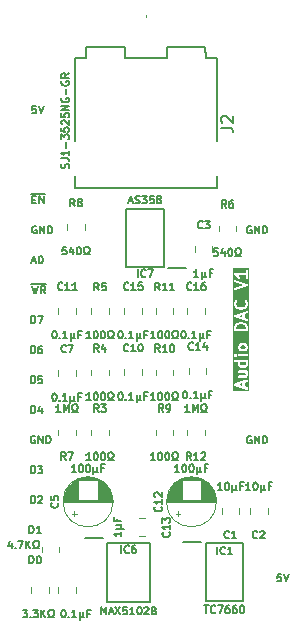
<source format=gto>
%TF.GenerationSoftware,KiCad,Pcbnew,8.0.7*%
%TF.CreationDate,2025-01-30T11:39:07+02:00*%
%TF.ProjectId,Audio DAC,41756469-6f20-4444-9143-2e6b69636164,V1*%
%TF.SameCoordinates,Original*%
%TF.FileFunction,Legend,Top*%
%TF.FilePolarity,Positive*%
%FSLAX46Y46*%
G04 Gerber Fmt 4.6, Leading zero omitted, Abs format (unit mm)*
G04 Created by KiCad (PCBNEW 8.0.7) date 2025-01-30 11:39:07*
%MOMM*%
%LPD*%
G01*
G04 APERTURE LIST*
%ADD10C,0.150000*%
%ADD11C,0.200000*%
%ADD12C,0.120000*%
%ADD13C,0.100000*%
G04 APERTURE END LIST*
D10*
X20039887Y-27621201D02*
X19979411Y-27590963D01*
X19979411Y-27590963D02*
X19888697Y-27590963D01*
X19888697Y-27590963D02*
X19797982Y-27621201D01*
X19797982Y-27621201D02*
X19737506Y-27681677D01*
X19737506Y-27681677D02*
X19707268Y-27742153D01*
X19707268Y-27742153D02*
X19677030Y-27863105D01*
X19677030Y-27863105D02*
X19677030Y-27953820D01*
X19677030Y-27953820D02*
X19707268Y-28074772D01*
X19707268Y-28074772D02*
X19737506Y-28135248D01*
X19737506Y-28135248D02*
X19797982Y-28195725D01*
X19797982Y-28195725D02*
X19888697Y-28225963D01*
X19888697Y-28225963D02*
X19949173Y-28225963D01*
X19949173Y-28225963D02*
X20039887Y-28195725D01*
X20039887Y-28195725D02*
X20070125Y-28165486D01*
X20070125Y-28165486D02*
X20070125Y-27953820D01*
X20070125Y-27953820D02*
X19949173Y-27953820D01*
X20342268Y-28225963D02*
X20342268Y-27590963D01*
X20342268Y-27590963D02*
X20705125Y-28225963D01*
X20705125Y-28225963D02*
X20705125Y-27590963D01*
X21007506Y-28225963D02*
X21007506Y-27590963D01*
X21007506Y-27590963D02*
X21158696Y-27590963D01*
X21158696Y-27590963D02*
X21249411Y-27621201D01*
X21249411Y-27621201D02*
X21309887Y-27681677D01*
X21309887Y-27681677D02*
X21340125Y-27742153D01*
X21340125Y-27742153D02*
X21370363Y-27863105D01*
X21370363Y-27863105D02*
X21370363Y-27953820D01*
X21370363Y-27953820D02*
X21340125Y-28074772D01*
X21340125Y-28074772D02*
X21309887Y-28135248D01*
X21309887Y-28135248D02*
X21249411Y-28195725D01*
X21249411Y-28195725D02*
X21158696Y-28225963D01*
X21158696Y-28225963D02*
X21007506Y-28225963D01*
X1489636Y-12804534D02*
X1792017Y-12804534D01*
X1429160Y-12985963D02*
X1640826Y-12350963D01*
X1640826Y-12350963D02*
X1852493Y-12985963D01*
X2185112Y-12350963D02*
X2245589Y-12350963D01*
X2245589Y-12350963D02*
X2306065Y-12381201D01*
X2306065Y-12381201D02*
X2336303Y-12411439D01*
X2336303Y-12411439D02*
X2366541Y-12471915D01*
X2366541Y-12471915D02*
X2396779Y-12592867D01*
X2396779Y-12592867D02*
X2396779Y-12744058D01*
X2396779Y-12744058D02*
X2366541Y-12865010D01*
X2366541Y-12865010D02*
X2336303Y-12925486D01*
X2336303Y-12925486D02*
X2306065Y-12955725D01*
X2306065Y-12955725D02*
X2245589Y-12985963D01*
X2245589Y-12985963D02*
X2185112Y-12985963D01*
X2185112Y-12985963D02*
X2124636Y-12955725D01*
X2124636Y-12955725D02*
X2094398Y-12925486D01*
X2094398Y-12925486D02*
X2064160Y-12865010D01*
X2064160Y-12865010D02*
X2033922Y-12744058D01*
X2033922Y-12744058D02*
X2033922Y-12592867D01*
X2033922Y-12592867D02*
X2064160Y-12471915D01*
X2064160Y-12471915D02*
X2094398Y-12411439D01*
X2094398Y-12411439D02*
X2124636Y-12381201D01*
X2124636Y-12381201D02*
X2185112Y-12350963D01*
X1392874Y-18065963D02*
X1392874Y-17430963D01*
X1392874Y-17430963D02*
X1544064Y-17430963D01*
X1544064Y-17430963D02*
X1634779Y-17461201D01*
X1634779Y-17461201D02*
X1695255Y-17521677D01*
X1695255Y-17521677D02*
X1725493Y-17582153D01*
X1725493Y-17582153D02*
X1755731Y-17703105D01*
X1755731Y-17703105D02*
X1755731Y-17793820D01*
X1755731Y-17793820D02*
X1725493Y-17914772D01*
X1725493Y-17914772D02*
X1695255Y-17975248D01*
X1695255Y-17975248D02*
X1634779Y-18035725D01*
X1634779Y-18035725D02*
X1544064Y-18065963D01*
X1544064Y-18065963D02*
X1392874Y-18065963D01*
X1967398Y-17430963D02*
X2390731Y-17430963D01*
X2390731Y-17430963D02*
X2118588Y-18065963D01*
X22573839Y-39274963D02*
X22271458Y-39274963D01*
X22271458Y-39274963D02*
X22241220Y-39577344D01*
X22241220Y-39577344D02*
X22271458Y-39547105D01*
X22271458Y-39547105D02*
X22331934Y-39516867D01*
X22331934Y-39516867D02*
X22483125Y-39516867D01*
X22483125Y-39516867D02*
X22543601Y-39547105D01*
X22543601Y-39547105D02*
X22573839Y-39577344D01*
X22573839Y-39577344D02*
X22604077Y-39637820D01*
X22604077Y-39637820D02*
X22604077Y-39789010D01*
X22604077Y-39789010D02*
X22573839Y-39849486D01*
X22573839Y-39849486D02*
X22543601Y-39879725D01*
X22543601Y-39879725D02*
X22483125Y-39909963D01*
X22483125Y-39909963D02*
X22331934Y-39909963D01*
X22331934Y-39909963D02*
X22271458Y-39879725D01*
X22271458Y-39879725D02*
X22241220Y-39849486D01*
X22785506Y-39274963D02*
X22997172Y-39909963D01*
X22997172Y-39909963D02*
X23208839Y-39274963D01*
X1392874Y-25685963D02*
X1392874Y-25050963D01*
X1392874Y-25050963D02*
X1544064Y-25050963D01*
X1544064Y-25050963D02*
X1634779Y-25081201D01*
X1634779Y-25081201D02*
X1695255Y-25141677D01*
X1695255Y-25141677D02*
X1725493Y-25202153D01*
X1725493Y-25202153D02*
X1755731Y-25323105D01*
X1755731Y-25323105D02*
X1755731Y-25413820D01*
X1755731Y-25413820D02*
X1725493Y-25534772D01*
X1725493Y-25534772D02*
X1695255Y-25595248D01*
X1695255Y-25595248D02*
X1634779Y-25655725D01*
X1634779Y-25655725D02*
X1544064Y-25685963D01*
X1544064Y-25685963D02*
X1392874Y-25685963D01*
X2300017Y-25262629D02*
X2300017Y-25685963D01*
X2148826Y-25020725D02*
X1997636Y-25474296D01*
X1997636Y-25474296D02*
X2390731Y-25474296D01*
X1392874Y-30765963D02*
X1392874Y-30130963D01*
X1392874Y-30130963D02*
X1544064Y-30130963D01*
X1544064Y-30130963D02*
X1634779Y-30161201D01*
X1634779Y-30161201D02*
X1695255Y-30221677D01*
X1695255Y-30221677D02*
X1725493Y-30282153D01*
X1725493Y-30282153D02*
X1755731Y-30403105D01*
X1755731Y-30403105D02*
X1755731Y-30493820D01*
X1755731Y-30493820D02*
X1725493Y-30614772D01*
X1725493Y-30614772D02*
X1695255Y-30675248D01*
X1695255Y-30675248D02*
X1634779Y-30735725D01*
X1634779Y-30735725D02*
X1544064Y-30765963D01*
X1544064Y-30765963D02*
X1392874Y-30765963D01*
X1967398Y-30130963D02*
X2360493Y-30130963D01*
X2360493Y-30130963D02*
X2148826Y-30372867D01*
X2148826Y-30372867D02*
X2239541Y-30372867D01*
X2239541Y-30372867D02*
X2300017Y-30403105D01*
X2300017Y-30403105D02*
X2330255Y-30433344D01*
X2330255Y-30433344D02*
X2360493Y-30493820D01*
X2360493Y-30493820D02*
X2360493Y-30645010D01*
X2360493Y-30645010D02*
X2330255Y-30705486D01*
X2330255Y-30705486D02*
X2300017Y-30735725D01*
X2300017Y-30735725D02*
X2239541Y-30765963D01*
X2239541Y-30765963D02*
X2058112Y-30765963D01*
X2058112Y-30765963D02*
X1997636Y-30735725D01*
X1997636Y-30735725D02*
X1967398Y-30705486D01*
X1852493Y-9841201D02*
X1792017Y-9810963D01*
X1792017Y-9810963D02*
X1701303Y-9810963D01*
X1701303Y-9810963D02*
X1610588Y-9841201D01*
X1610588Y-9841201D02*
X1550112Y-9901677D01*
X1550112Y-9901677D02*
X1519874Y-9962153D01*
X1519874Y-9962153D02*
X1489636Y-10083105D01*
X1489636Y-10083105D02*
X1489636Y-10173820D01*
X1489636Y-10173820D02*
X1519874Y-10294772D01*
X1519874Y-10294772D02*
X1550112Y-10355248D01*
X1550112Y-10355248D02*
X1610588Y-10415725D01*
X1610588Y-10415725D02*
X1701303Y-10445963D01*
X1701303Y-10445963D02*
X1761779Y-10445963D01*
X1761779Y-10445963D02*
X1852493Y-10415725D01*
X1852493Y-10415725D02*
X1882731Y-10385486D01*
X1882731Y-10385486D02*
X1882731Y-10173820D01*
X1882731Y-10173820D02*
X1761779Y-10173820D01*
X2154874Y-10445963D02*
X2154874Y-9810963D01*
X2154874Y-9810963D02*
X2517731Y-10445963D01*
X2517731Y-10445963D02*
X2517731Y-9810963D01*
X2820112Y-10445963D02*
X2820112Y-9810963D01*
X2820112Y-9810963D02*
X2971302Y-9810963D01*
X2971302Y-9810963D02*
X3062017Y-9841201D01*
X3062017Y-9841201D02*
X3122493Y-9901677D01*
X3122493Y-9901677D02*
X3152731Y-9962153D01*
X3152731Y-9962153D02*
X3182969Y-10083105D01*
X3182969Y-10083105D02*
X3182969Y-10173820D01*
X3182969Y-10173820D02*
X3152731Y-10294772D01*
X3152731Y-10294772D02*
X3122493Y-10355248D01*
X3122493Y-10355248D02*
X3062017Y-10415725D01*
X3062017Y-10415725D02*
X2971302Y-10445963D01*
X2971302Y-10445963D02*
X2820112Y-10445963D01*
D11*
G36*
X19293504Y-23331828D02*
G01*
X18995446Y-23232476D01*
X19293504Y-23133123D01*
X19293504Y-23331828D01*
G37*
G36*
X19579219Y-21351321D02*
G01*
X19579219Y-21494583D01*
X19549414Y-21554192D01*
X19524746Y-21578859D01*
X19465135Y-21608666D01*
X19226635Y-21608666D01*
X19167025Y-21578861D01*
X19142357Y-21554192D01*
X19112552Y-21494582D01*
X19112552Y-21351321D01*
X19121975Y-21332476D01*
X19569796Y-21332476D01*
X19579219Y-21351321D01*
G37*
G36*
X19524746Y-19933711D02*
G01*
X19549414Y-19958378D01*
X19579219Y-20017988D01*
X19579219Y-20113631D01*
X19549414Y-20173240D01*
X19524746Y-20197907D01*
X19465135Y-20227714D01*
X19226635Y-20227714D01*
X19167025Y-20197909D01*
X19142357Y-20173240D01*
X19112552Y-20113630D01*
X19112552Y-20017988D01*
X19142357Y-19958378D01*
X19167025Y-19933709D01*
X19226635Y-19903905D01*
X19465135Y-19903905D01*
X19524746Y-19933711D01*
G37*
G36*
X19406218Y-18183970D02*
G01*
X19477127Y-18219424D01*
X19544197Y-18286494D01*
X19579219Y-18391559D01*
X19579219Y-18513428D01*
X18779219Y-18513428D01*
X18779219Y-18391560D01*
X18814240Y-18286495D01*
X18881313Y-18219423D01*
X18952218Y-18183970D01*
X19120099Y-18142000D01*
X19238337Y-18142000D01*
X19406218Y-18183970D01*
G37*
G36*
X19293504Y-17522304D02*
G01*
X18995446Y-17422952D01*
X19293504Y-17323599D01*
X19293504Y-17522304D01*
G37*
G36*
X19890330Y-23776135D02*
G01*
X18468108Y-23776135D01*
X18468108Y-23219969D01*
X18580004Y-23219969D01*
X18580892Y-23232476D01*
X18580004Y-23244983D01*
X18582263Y-23251761D01*
X18582770Y-23258889D01*
X18588376Y-23270101D01*
X18592342Y-23281999D01*
X18597025Y-23287398D01*
X18600220Y-23293788D01*
X18609691Y-23302003D01*
X18617907Y-23311475D01*
X18624296Y-23314669D01*
X18629696Y-23319353D01*
X18647596Y-23327344D01*
X19647596Y-23660677D01*
X19666711Y-23665024D01*
X19705631Y-23662258D01*
X19740530Y-23644808D01*
X19766095Y-23615332D01*
X19778434Y-23578316D01*
X19775667Y-23539396D01*
X19758218Y-23504497D01*
X19728742Y-23478932D01*
X19710841Y-23470941D01*
X19493504Y-23398495D01*
X19493504Y-23066456D01*
X19710841Y-22994011D01*
X19728742Y-22986020D01*
X19758218Y-22960455D01*
X19775667Y-22925556D01*
X19778434Y-22886636D01*
X19766095Y-22849620D01*
X19740530Y-22820144D01*
X19705631Y-22802694D01*
X19666711Y-22799928D01*
X19647596Y-22804275D01*
X18647596Y-23137608D01*
X18629696Y-23145599D01*
X18624296Y-23150282D01*
X18617907Y-23153477D01*
X18609691Y-23162948D01*
X18600220Y-23171164D01*
X18597025Y-23177553D01*
X18592342Y-23182953D01*
X18588376Y-23194850D01*
X18582770Y-23206063D01*
X18582263Y-23213190D01*
X18580004Y-23219969D01*
X18468108Y-23219969D01*
X18468108Y-22117729D01*
X18914473Y-22117729D01*
X18914473Y-22156747D01*
X18929405Y-22192795D01*
X18956995Y-22220385D01*
X18993043Y-22235317D01*
X19012552Y-22237238D01*
X19542560Y-22237238D01*
X19549414Y-22244092D01*
X19579219Y-22303702D01*
X19579219Y-22399345D01*
X19557064Y-22443654D01*
X19512754Y-22465809D01*
X19012552Y-22465809D01*
X18993043Y-22467730D01*
X18956995Y-22482662D01*
X18929405Y-22510252D01*
X18914473Y-22546300D01*
X18914473Y-22585318D01*
X18929405Y-22621366D01*
X18956995Y-22648956D01*
X18993043Y-22663888D01*
X19012552Y-22665809D01*
X19536361Y-22665809D01*
X19555870Y-22663888D01*
X19559190Y-22662512D01*
X19562773Y-22662258D01*
X19581082Y-22655252D01*
X19676321Y-22607633D01*
X19679584Y-22605579D01*
X19681123Y-22605066D01*
X19683039Y-22603403D01*
X19692911Y-22597190D01*
X19701125Y-22587718D01*
X19710600Y-22579502D01*
X19716812Y-22569631D01*
X19718476Y-22567714D01*
X19718989Y-22566173D01*
X19721043Y-22562911D01*
X19768662Y-22467674D01*
X19775668Y-22449365D01*
X19775922Y-22445781D01*
X19777298Y-22442461D01*
X19779219Y-22422952D01*
X19779219Y-22280095D01*
X19777298Y-22260586D01*
X19775922Y-22257265D01*
X19775668Y-22253682D01*
X19768662Y-22235373D01*
X19752370Y-22202790D01*
X19762366Y-22192795D01*
X19777298Y-22156747D01*
X19777298Y-22117729D01*
X19762366Y-22081681D01*
X19734776Y-22054091D01*
X19698728Y-22039159D01*
X19679219Y-22037238D01*
X19012552Y-22037238D01*
X18993043Y-22039159D01*
X18956995Y-22054091D01*
X18929405Y-22081681D01*
X18914473Y-22117729D01*
X18468108Y-22117729D01*
X18468108Y-21212967D01*
X18581140Y-21212967D01*
X18581140Y-21251985D01*
X18596072Y-21288033D01*
X18623662Y-21315623D01*
X18659710Y-21330555D01*
X18679219Y-21332476D01*
X18912552Y-21332476D01*
X18912552Y-21518190D01*
X18914473Y-21537699D01*
X18915848Y-21541019D01*
X18916103Y-21544603D01*
X18923109Y-21562911D01*
X18970728Y-21658149D01*
X18976013Y-21666545D01*
X18977024Y-21668985D01*
X18979277Y-21671731D01*
X18981171Y-21674739D01*
X18983165Y-21676468D01*
X18989460Y-21684139D01*
X19037079Y-21731757D01*
X19044745Y-21738049D01*
X19046478Y-21740047D01*
X19049486Y-21741940D01*
X19052232Y-21744194D01*
X19054672Y-21745204D01*
X19063069Y-21750490D01*
X19158306Y-21798109D01*
X19176615Y-21805115D01*
X19180198Y-21805369D01*
X19183519Y-21806745D01*
X19203028Y-21808666D01*
X19488742Y-21808666D01*
X19508251Y-21806745D01*
X19511571Y-21805369D01*
X19515155Y-21805115D01*
X19533463Y-21798109D01*
X19628701Y-21750490D01*
X19637093Y-21745206D01*
X19639537Y-21744195D01*
X19642286Y-21741938D01*
X19645291Y-21740047D01*
X19647020Y-21738052D01*
X19654690Y-21731758D01*
X19702310Y-21684140D01*
X19708603Y-21676471D01*
X19710600Y-21674740D01*
X19712493Y-21671731D01*
X19714747Y-21668986D01*
X19715757Y-21666545D01*
X19721043Y-21658149D01*
X19768662Y-21562912D01*
X19775668Y-21544603D01*
X19775922Y-21541019D01*
X19777298Y-21537699D01*
X19779219Y-21518190D01*
X19779219Y-21327714D01*
X19777298Y-21308205D01*
X19775922Y-21304884D01*
X19775668Y-21301301D01*
X19768662Y-21282992D01*
X19766360Y-21278389D01*
X19777298Y-21251985D01*
X19777298Y-21212967D01*
X19762366Y-21176919D01*
X19734776Y-21149329D01*
X19698728Y-21134397D01*
X19679219Y-21132476D01*
X18679219Y-21132476D01*
X18659710Y-21134397D01*
X18623662Y-21149329D01*
X18596072Y-21176919D01*
X18581140Y-21212967D01*
X18468108Y-21212967D01*
X18468108Y-20736776D01*
X18581140Y-20736776D01*
X18581140Y-20775794D01*
X18596072Y-20811842D01*
X18608508Y-20826996D01*
X18656127Y-20874614D01*
X18671280Y-20887051D01*
X18681838Y-20891424D01*
X18707329Y-20901983D01*
X18746347Y-20901983D01*
X18782395Y-20887051D01*
X18797549Y-20874615D01*
X18845167Y-20826996D01*
X18857604Y-20811843D01*
X18868973Y-20784395D01*
X18872536Y-20775794D01*
X18872536Y-20736776D01*
X18914473Y-20736776D01*
X18914473Y-20775794D01*
X18929405Y-20811842D01*
X18956995Y-20839432D01*
X18993043Y-20854364D01*
X19012552Y-20856285D01*
X19679219Y-20856285D01*
X19698728Y-20854364D01*
X19734776Y-20839432D01*
X19762366Y-20811842D01*
X19777298Y-20775794D01*
X19777298Y-20736776D01*
X19762366Y-20700728D01*
X19734776Y-20673138D01*
X19698728Y-20658206D01*
X19679219Y-20656285D01*
X19012552Y-20656285D01*
X18993043Y-20658206D01*
X18956995Y-20673138D01*
X18929405Y-20700728D01*
X18914473Y-20736776D01*
X18872536Y-20736776D01*
X18857604Y-20700728D01*
X18857604Y-20700727D01*
X18845167Y-20685574D01*
X18797549Y-20637955D01*
X18782395Y-20625519D01*
X18746347Y-20610587D01*
X18707329Y-20610587D01*
X18681838Y-20621145D01*
X18671280Y-20625519D01*
X18656127Y-20637956D01*
X18608508Y-20685574D01*
X18596073Y-20700727D01*
X18596072Y-20700728D01*
X18581140Y-20736776D01*
X18468108Y-20736776D01*
X18468108Y-19994381D01*
X18912552Y-19994381D01*
X18912552Y-20137238D01*
X18914473Y-20156747D01*
X18915848Y-20160067D01*
X18916103Y-20163651D01*
X18923109Y-20181959D01*
X18970728Y-20277197D01*
X18976013Y-20285593D01*
X18977024Y-20288033D01*
X18979277Y-20290779D01*
X18981171Y-20293787D01*
X18983165Y-20295516D01*
X18989460Y-20303187D01*
X19037079Y-20350805D01*
X19044745Y-20357097D01*
X19046478Y-20359095D01*
X19049486Y-20360988D01*
X19052232Y-20363242D01*
X19054672Y-20364252D01*
X19063069Y-20369538D01*
X19158306Y-20417157D01*
X19176615Y-20424163D01*
X19180198Y-20424417D01*
X19183519Y-20425793D01*
X19203028Y-20427714D01*
X19488742Y-20427714D01*
X19508251Y-20425793D01*
X19511571Y-20424417D01*
X19515155Y-20424163D01*
X19533463Y-20417157D01*
X19628701Y-20369538D01*
X19637093Y-20364254D01*
X19639537Y-20363243D01*
X19642286Y-20360986D01*
X19645291Y-20359095D01*
X19647020Y-20357100D01*
X19654690Y-20350806D01*
X19702310Y-20303188D01*
X19708603Y-20295519D01*
X19710600Y-20293788D01*
X19712493Y-20290779D01*
X19714747Y-20288034D01*
X19715757Y-20285593D01*
X19721043Y-20277197D01*
X19768662Y-20181960D01*
X19775668Y-20163651D01*
X19775922Y-20160067D01*
X19777298Y-20156747D01*
X19779219Y-20137238D01*
X19779219Y-19994381D01*
X19777298Y-19974872D01*
X19775922Y-19971551D01*
X19775668Y-19967968D01*
X19768662Y-19949659D01*
X19721043Y-19854422D01*
X19715757Y-19846025D01*
X19714747Y-19843585D01*
X19712493Y-19840839D01*
X19710600Y-19837831D01*
X19708603Y-19836099D01*
X19702310Y-19828431D01*
X19654690Y-19780813D01*
X19647020Y-19774518D01*
X19645291Y-19772524D01*
X19642286Y-19770632D01*
X19639537Y-19768376D01*
X19637093Y-19767364D01*
X19628701Y-19762081D01*
X19533463Y-19714462D01*
X19515155Y-19707456D01*
X19511571Y-19707201D01*
X19508251Y-19705826D01*
X19488742Y-19703905D01*
X19203028Y-19703905D01*
X19183519Y-19705826D01*
X19180198Y-19707201D01*
X19176615Y-19707456D01*
X19158306Y-19714462D01*
X19063069Y-19762081D01*
X19054672Y-19767366D01*
X19052232Y-19768377D01*
X19049486Y-19770630D01*
X19046478Y-19772524D01*
X19044745Y-19774521D01*
X19037079Y-19780814D01*
X18989460Y-19828432D01*
X18983165Y-19836102D01*
X18981171Y-19837832D01*
X18979277Y-19840839D01*
X18977024Y-19843586D01*
X18976013Y-19846025D01*
X18970728Y-19854422D01*
X18923109Y-19949660D01*
X18916103Y-19967968D01*
X18915848Y-19971551D01*
X18914473Y-19974872D01*
X18912552Y-19994381D01*
X18468108Y-19994381D01*
X18468108Y-18375333D01*
X18579219Y-18375333D01*
X18579219Y-18613428D01*
X18581140Y-18632937D01*
X18596072Y-18668985D01*
X18623662Y-18696575D01*
X18659710Y-18711507D01*
X18679219Y-18713428D01*
X19679219Y-18713428D01*
X19698728Y-18711507D01*
X19734776Y-18696575D01*
X19762366Y-18668985D01*
X19777298Y-18632937D01*
X19779219Y-18613428D01*
X19779219Y-18375333D01*
X19778246Y-18365459D01*
X19778434Y-18362825D01*
X19777646Y-18359361D01*
X19777298Y-18355824D01*
X19776286Y-18353382D01*
X19774087Y-18343710D01*
X19726468Y-18200853D01*
X19718477Y-18182953D01*
X19716122Y-18180237D01*
X19714747Y-18176918D01*
X19702311Y-18161765D01*
X19607071Y-18066527D01*
X19599401Y-18060232D01*
X19597672Y-18058238D01*
X19594667Y-18056346D01*
X19591918Y-18054090D01*
X19589474Y-18053077D01*
X19581082Y-18047795D01*
X19485844Y-18000176D01*
X19484417Y-17999630D01*
X19483837Y-17999200D01*
X19475660Y-17996278D01*
X19467536Y-17993170D01*
X19466813Y-17993118D01*
X19465376Y-17992605D01*
X19274901Y-17944986D01*
X19271519Y-17944485D01*
X19270156Y-17943921D01*
X19262805Y-17943197D01*
X19255508Y-17942118D01*
X19254049Y-17942335D01*
X19250647Y-17942000D01*
X19107790Y-17942000D01*
X19104387Y-17942335D01*
X19102929Y-17942118D01*
X19095631Y-17943197D01*
X19088281Y-17943921D01*
X19086917Y-17944485D01*
X19083536Y-17944986D01*
X18893060Y-17992605D01*
X18891621Y-17993118D01*
X18890901Y-17993170D01*
X18882776Y-17996278D01*
X18874600Y-17999200D01*
X18874020Y-17999629D01*
X18872592Y-18000176D01*
X18777355Y-18047795D01*
X18768956Y-18053081D01*
X18766519Y-18054091D01*
X18763775Y-18056342D01*
X18760764Y-18058238D01*
X18759031Y-18060235D01*
X18751365Y-18066527D01*
X18656127Y-18161765D01*
X18643691Y-18176919D01*
X18642316Y-18180237D01*
X18639961Y-18182953D01*
X18631970Y-18200854D01*
X18584351Y-18343710D01*
X18582151Y-18353381D01*
X18581140Y-18355824D01*
X18580791Y-18359362D01*
X18580004Y-18362826D01*
X18580191Y-18365459D01*
X18579219Y-18375333D01*
X18468108Y-18375333D01*
X18468108Y-17410445D01*
X18580004Y-17410445D01*
X18580892Y-17422952D01*
X18580004Y-17435459D01*
X18582263Y-17442237D01*
X18582770Y-17449365D01*
X18588376Y-17460577D01*
X18592342Y-17472475D01*
X18597025Y-17477874D01*
X18600220Y-17484264D01*
X18609691Y-17492479D01*
X18617907Y-17501951D01*
X18624296Y-17505145D01*
X18629696Y-17509829D01*
X18647596Y-17517820D01*
X19647596Y-17851153D01*
X19666711Y-17855500D01*
X19705631Y-17852734D01*
X19740530Y-17835284D01*
X19766095Y-17805808D01*
X19778434Y-17768792D01*
X19775667Y-17729872D01*
X19758218Y-17694973D01*
X19728742Y-17669408D01*
X19710841Y-17661417D01*
X19493504Y-17588971D01*
X19493504Y-17256932D01*
X19710841Y-17184487D01*
X19728742Y-17176496D01*
X19758218Y-17150931D01*
X19775667Y-17116032D01*
X19778434Y-17077112D01*
X19766095Y-17040096D01*
X19740530Y-17010620D01*
X19705631Y-16993170D01*
X19666711Y-16990404D01*
X19647596Y-16994751D01*
X18647596Y-17328084D01*
X18629696Y-17336075D01*
X18624296Y-17340758D01*
X18617907Y-17343953D01*
X18609691Y-17353424D01*
X18600220Y-17361640D01*
X18597025Y-17368029D01*
X18592342Y-17373429D01*
X18588376Y-17385326D01*
X18582770Y-17396539D01*
X18582263Y-17403666D01*
X18580004Y-17410445D01*
X18468108Y-17410445D01*
X18468108Y-16375333D01*
X18579219Y-16375333D01*
X18579219Y-16470571D01*
X18580191Y-16480444D01*
X18580004Y-16483078D01*
X18580791Y-16486541D01*
X18581140Y-16490080D01*
X18582151Y-16492522D01*
X18584351Y-16502194D01*
X18631970Y-16645050D01*
X18639961Y-16662951D01*
X18642316Y-16665666D01*
X18643691Y-16668985D01*
X18656127Y-16684139D01*
X18751365Y-16779377D01*
X18759031Y-16785668D01*
X18760764Y-16787666D01*
X18763775Y-16789561D01*
X18766519Y-16791813D01*
X18768956Y-16792822D01*
X18777355Y-16798109D01*
X18872592Y-16845728D01*
X18874020Y-16846274D01*
X18874600Y-16846704D01*
X18882776Y-16849625D01*
X18890901Y-16852734D01*
X18891621Y-16852785D01*
X18893060Y-16853299D01*
X19083536Y-16900918D01*
X19086917Y-16901418D01*
X19088281Y-16901983D01*
X19095631Y-16902706D01*
X19102929Y-16903786D01*
X19104387Y-16903568D01*
X19107790Y-16903904D01*
X19250647Y-16903904D01*
X19254049Y-16903568D01*
X19255508Y-16903786D01*
X19262805Y-16902706D01*
X19270156Y-16901983D01*
X19271519Y-16901418D01*
X19274901Y-16900918D01*
X19465376Y-16853299D01*
X19466813Y-16852785D01*
X19467536Y-16852734D01*
X19475660Y-16849625D01*
X19483837Y-16846704D01*
X19484417Y-16846273D01*
X19485844Y-16845728D01*
X19581082Y-16798109D01*
X19589474Y-16792826D01*
X19591918Y-16791814D01*
X19594667Y-16789557D01*
X19597672Y-16787666D01*
X19599401Y-16785671D01*
X19607071Y-16779377D01*
X19702311Y-16684139D01*
X19714747Y-16668986D01*
X19716122Y-16665666D01*
X19718477Y-16662951D01*
X19726468Y-16645051D01*
X19774087Y-16502194D01*
X19776286Y-16492521D01*
X19777298Y-16490080D01*
X19777646Y-16486542D01*
X19778434Y-16483079D01*
X19778246Y-16480444D01*
X19779219Y-16470571D01*
X19779219Y-16375333D01*
X19778246Y-16365459D01*
X19778434Y-16362825D01*
X19777646Y-16359361D01*
X19777298Y-16355824D01*
X19776286Y-16353382D01*
X19774087Y-16343710D01*
X19726468Y-16200853D01*
X19718477Y-16182953D01*
X19716122Y-16180237D01*
X19714747Y-16176918D01*
X19702310Y-16161764D01*
X19654690Y-16114146D01*
X19639537Y-16101709D01*
X19603488Y-16086778D01*
X19564470Y-16086779D01*
X19528422Y-16101710D01*
X19500832Y-16129300D01*
X19485901Y-16165349D01*
X19485902Y-16204367D01*
X19500833Y-16240415D01*
X19513270Y-16255568D01*
X19544197Y-16286494D01*
X19579219Y-16391559D01*
X19579219Y-16454344D01*
X19544197Y-16559409D01*
X19477127Y-16626479D01*
X19406218Y-16661933D01*
X19238337Y-16703904D01*
X19120099Y-16703904D01*
X18952218Y-16661933D01*
X18881313Y-16626481D01*
X18814240Y-16559408D01*
X18779219Y-16454344D01*
X18779219Y-16391560D01*
X18814240Y-16286494D01*
X18845167Y-16255568D01*
X18857604Y-16240415D01*
X18872535Y-16204366D01*
X18872535Y-16165348D01*
X18857604Y-16129300D01*
X18830014Y-16101710D01*
X18793966Y-16086779D01*
X18754948Y-16086779D01*
X18718899Y-16101710D01*
X18703746Y-16114147D01*
X18656127Y-16161765D01*
X18643691Y-16176919D01*
X18642316Y-16180237D01*
X18639961Y-16182953D01*
X18631970Y-16200854D01*
X18584351Y-16343710D01*
X18582151Y-16353381D01*
X18581140Y-16355824D01*
X18580791Y-16359362D01*
X18580004Y-16362826D01*
X18580191Y-16365459D01*
X18579219Y-16375333D01*
X18468108Y-16375333D01*
X18468108Y-14458064D01*
X18580004Y-14458064D01*
X18582770Y-14496984D01*
X18600220Y-14531883D01*
X18629696Y-14557448D01*
X18647596Y-14565439D01*
X19362991Y-14803904D01*
X18647596Y-15042369D01*
X18629696Y-15050360D01*
X18600220Y-15075925D01*
X18582770Y-15110824D01*
X18580004Y-15149744D01*
X18592342Y-15186760D01*
X18617907Y-15216236D01*
X18652806Y-15233686D01*
X18691726Y-15236452D01*
X18710842Y-15232105D01*
X19710841Y-14898772D01*
X19728742Y-14890781D01*
X19734143Y-14886096D01*
X19740530Y-14882903D01*
X19748742Y-14873434D01*
X19758218Y-14865216D01*
X19761413Y-14858824D01*
X19766095Y-14853427D01*
X19770061Y-14841529D01*
X19775667Y-14830317D01*
X19776173Y-14823192D01*
X19778434Y-14816411D01*
X19777544Y-14803904D01*
X19778434Y-14791397D01*
X19776173Y-14784615D01*
X19775667Y-14777491D01*
X19770061Y-14766278D01*
X19766095Y-14754381D01*
X19761413Y-14748983D01*
X19758218Y-14742592D01*
X19748742Y-14734373D01*
X19740530Y-14724905D01*
X19734143Y-14721711D01*
X19728742Y-14717027D01*
X19710841Y-14709036D01*
X18710842Y-14375703D01*
X18691726Y-14371356D01*
X18652806Y-14374122D01*
X18617907Y-14391572D01*
X18592342Y-14421048D01*
X18580004Y-14458064D01*
X18468108Y-14458064D01*
X18468108Y-13899247D01*
X18579219Y-13899247D01*
X18581140Y-13908852D01*
X18581140Y-13918651D01*
X18584929Y-13927799D01*
X18586871Y-13937507D01*
X18592322Y-13945647D01*
X18596072Y-13954699D01*
X18603071Y-13961698D01*
X18608582Y-13969927D01*
X18623588Y-13982215D01*
X18623662Y-13982289D01*
X18623694Y-13982302D01*
X18623749Y-13982347D01*
X18758365Y-14072091D01*
X18835129Y-14148855D01*
X18875490Y-14229577D01*
X18885933Y-14246167D01*
X18915410Y-14271732D01*
X18952426Y-14284070D01*
X18991346Y-14281305D01*
X19026244Y-14263856D01*
X19051809Y-14234379D01*
X19064148Y-14197363D01*
X19061382Y-14158443D01*
X19054376Y-14140134D01*
X19006757Y-14044897D01*
X19001470Y-14036498D01*
X19000461Y-14034061D01*
X18998209Y-14031317D01*
X18996314Y-14028306D01*
X18994316Y-14026573D01*
X18988025Y-14018907D01*
X18968260Y-13999142D01*
X19579219Y-13999142D01*
X19579219Y-14184856D01*
X19581140Y-14204365D01*
X19596072Y-14240413D01*
X19623662Y-14268003D01*
X19659710Y-14282935D01*
X19698728Y-14282935D01*
X19734776Y-14268003D01*
X19762366Y-14240413D01*
X19777298Y-14204365D01*
X19779219Y-14184856D01*
X19779219Y-13613428D01*
X19777298Y-13593919D01*
X19762366Y-13557871D01*
X19734776Y-13530281D01*
X19698728Y-13515349D01*
X19659710Y-13515349D01*
X19623662Y-13530281D01*
X19596072Y-13557871D01*
X19581140Y-13593919D01*
X19579219Y-13613428D01*
X19579219Y-13799142D01*
X18679219Y-13799142D01*
X18679148Y-13799148D01*
X18679114Y-13799142D01*
X18679012Y-13799162D01*
X18659710Y-13801063D01*
X18650561Y-13804852D01*
X18640854Y-13806794D01*
X18632713Y-13812245D01*
X18623662Y-13815995D01*
X18616662Y-13822994D01*
X18608434Y-13828505D01*
X18602998Y-13836658D01*
X18596072Y-13843585D01*
X18592283Y-13852731D01*
X18586791Y-13860970D01*
X18584889Y-13870580D01*
X18581140Y-13879633D01*
X18581140Y-13889536D01*
X18579219Y-13899247D01*
X18468108Y-13899247D01*
X18468108Y-13404238D01*
X19890330Y-13404238D01*
X19890330Y-23776135D01*
G37*
D10*
X1265874Y-38385963D02*
X1265874Y-37750963D01*
X1265874Y-37750963D02*
X1417064Y-37750963D01*
X1417064Y-37750963D02*
X1507779Y-37781201D01*
X1507779Y-37781201D02*
X1568255Y-37841677D01*
X1568255Y-37841677D02*
X1598493Y-37902153D01*
X1598493Y-37902153D02*
X1628731Y-38023105D01*
X1628731Y-38023105D02*
X1628731Y-38113820D01*
X1628731Y-38113820D02*
X1598493Y-38234772D01*
X1598493Y-38234772D02*
X1568255Y-38295248D01*
X1568255Y-38295248D02*
X1507779Y-38355725D01*
X1507779Y-38355725D02*
X1417064Y-38385963D01*
X1417064Y-38385963D02*
X1265874Y-38385963D01*
X2021826Y-37750963D02*
X2082303Y-37750963D01*
X2082303Y-37750963D02*
X2142779Y-37781201D01*
X2142779Y-37781201D02*
X2173017Y-37811439D01*
X2173017Y-37811439D02*
X2203255Y-37871915D01*
X2203255Y-37871915D02*
X2233493Y-37992867D01*
X2233493Y-37992867D02*
X2233493Y-38144058D01*
X2233493Y-38144058D02*
X2203255Y-38265010D01*
X2203255Y-38265010D02*
X2173017Y-38325486D01*
X2173017Y-38325486D02*
X2142779Y-38355725D01*
X2142779Y-38355725D02*
X2082303Y-38385963D01*
X2082303Y-38385963D02*
X2021826Y-38385963D01*
X2021826Y-38385963D02*
X1961350Y-38355725D01*
X1961350Y-38355725D02*
X1931112Y-38325486D01*
X1931112Y-38325486D02*
X1900874Y-38265010D01*
X1900874Y-38265010D02*
X1870636Y-38144058D01*
X1870636Y-38144058D02*
X1870636Y-37992867D01*
X1870636Y-37992867D02*
X1900874Y-37871915D01*
X1900874Y-37871915D02*
X1931112Y-37811439D01*
X1931112Y-37811439D02*
X1961350Y-37781201D01*
X1961350Y-37781201D02*
X2021826Y-37750963D01*
X1725493Y-27621201D02*
X1665017Y-27590963D01*
X1665017Y-27590963D02*
X1574303Y-27590963D01*
X1574303Y-27590963D02*
X1483588Y-27621201D01*
X1483588Y-27621201D02*
X1423112Y-27681677D01*
X1423112Y-27681677D02*
X1392874Y-27742153D01*
X1392874Y-27742153D02*
X1362636Y-27863105D01*
X1362636Y-27863105D02*
X1362636Y-27953820D01*
X1362636Y-27953820D02*
X1392874Y-28074772D01*
X1392874Y-28074772D02*
X1423112Y-28135248D01*
X1423112Y-28135248D02*
X1483588Y-28195725D01*
X1483588Y-28195725D02*
X1574303Y-28225963D01*
X1574303Y-28225963D02*
X1634779Y-28225963D01*
X1634779Y-28225963D02*
X1725493Y-28195725D01*
X1725493Y-28195725D02*
X1755731Y-28165486D01*
X1755731Y-28165486D02*
X1755731Y-27953820D01*
X1755731Y-27953820D02*
X1634779Y-27953820D01*
X2027874Y-28225963D02*
X2027874Y-27590963D01*
X2027874Y-27590963D02*
X2390731Y-28225963D01*
X2390731Y-28225963D02*
X2390731Y-27590963D01*
X2693112Y-28225963D02*
X2693112Y-27590963D01*
X2693112Y-27590963D02*
X2844302Y-27590963D01*
X2844302Y-27590963D02*
X2935017Y-27621201D01*
X2935017Y-27621201D02*
X2995493Y-27681677D01*
X2995493Y-27681677D02*
X3025731Y-27742153D01*
X3025731Y-27742153D02*
X3055969Y-27863105D01*
X3055969Y-27863105D02*
X3055969Y-27953820D01*
X3055969Y-27953820D02*
X3025731Y-28074772D01*
X3025731Y-28074772D02*
X2995493Y-28135248D01*
X2995493Y-28135248D02*
X2935017Y-28195725D01*
X2935017Y-28195725D02*
X2844302Y-28225963D01*
X2844302Y-28225963D02*
X2693112Y-28225963D01*
X20039887Y-9841201D02*
X19979411Y-9810963D01*
X19979411Y-9810963D02*
X19888697Y-9810963D01*
X19888697Y-9810963D02*
X19797982Y-9841201D01*
X19797982Y-9841201D02*
X19737506Y-9901677D01*
X19737506Y-9901677D02*
X19707268Y-9962153D01*
X19707268Y-9962153D02*
X19677030Y-10083105D01*
X19677030Y-10083105D02*
X19677030Y-10173820D01*
X19677030Y-10173820D02*
X19707268Y-10294772D01*
X19707268Y-10294772D02*
X19737506Y-10355248D01*
X19737506Y-10355248D02*
X19797982Y-10415725D01*
X19797982Y-10415725D02*
X19888697Y-10445963D01*
X19888697Y-10445963D02*
X19949173Y-10445963D01*
X19949173Y-10445963D02*
X20039887Y-10415725D01*
X20039887Y-10415725D02*
X20070125Y-10385486D01*
X20070125Y-10385486D02*
X20070125Y-10173820D01*
X20070125Y-10173820D02*
X19949173Y-10173820D01*
X20342268Y-10445963D02*
X20342268Y-9810963D01*
X20342268Y-9810963D02*
X20705125Y-10445963D01*
X20705125Y-10445963D02*
X20705125Y-9810963D01*
X21007506Y-10445963D02*
X21007506Y-9810963D01*
X21007506Y-9810963D02*
X21158696Y-9810963D01*
X21158696Y-9810963D02*
X21249411Y-9841201D01*
X21249411Y-9841201D02*
X21309887Y-9901677D01*
X21309887Y-9901677D02*
X21340125Y-9962153D01*
X21340125Y-9962153D02*
X21370363Y-10083105D01*
X21370363Y-10083105D02*
X21370363Y-10173820D01*
X21370363Y-10173820D02*
X21340125Y-10294772D01*
X21340125Y-10294772D02*
X21309887Y-10355248D01*
X21309887Y-10355248D02*
X21249411Y-10415725D01*
X21249411Y-10415725D02*
X21158696Y-10445963D01*
X21158696Y-10445963D02*
X21007506Y-10445963D01*
X1459398Y-14890963D02*
X1610588Y-15525963D01*
X1610588Y-15525963D02*
X1731541Y-15072391D01*
X1731541Y-15072391D02*
X1852493Y-15525963D01*
X1852493Y-15525963D02*
X2003684Y-14890963D01*
X2608445Y-15525963D02*
X2396778Y-15223582D01*
X2245588Y-15525963D02*
X2245588Y-14890963D01*
X2245588Y-14890963D02*
X2487493Y-14890963D01*
X2487493Y-14890963D02*
X2547969Y-14921201D01*
X2547969Y-14921201D02*
X2578207Y-14951439D01*
X2578207Y-14951439D02*
X2608445Y-15011915D01*
X2608445Y-15011915D02*
X2608445Y-15102629D01*
X2608445Y-15102629D02*
X2578207Y-15163105D01*
X2578207Y-15163105D02*
X2547969Y-15193344D01*
X2547969Y-15193344D02*
X2487493Y-15223582D01*
X2487493Y-15223582D02*
X2245588Y-15223582D01*
X1432184Y-14714675D02*
X2665898Y-14714675D01*
X1392874Y-20605963D02*
X1392874Y-19970963D01*
X1392874Y-19970963D02*
X1544064Y-19970963D01*
X1544064Y-19970963D02*
X1634779Y-20001201D01*
X1634779Y-20001201D02*
X1695255Y-20061677D01*
X1695255Y-20061677D02*
X1725493Y-20122153D01*
X1725493Y-20122153D02*
X1755731Y-20243105D01*
X1755731Y-20243105D02*
X1755731Y-20333820D01*
X1755731Y-20333820D02*
X1725493Y-20454772D01*
X1725493Y-20454772D02*
X1695255Y-20515248D01*
X1695255Y-20515248D02*
X1634779Y-20575725D01*
X1634779Y-20575725D02*
X1544064Y-20605963D01*
X1544064Y-20605963D02*
X1392874Y-20605963D01*
X2300017Y-19970963D02*
X2179064Y-19970963D01*
X2179064Y-19970963D02*
X2118588Y-20001201D01*
X2118588Y-20001201D02*
X2088350Y-20031439D01*
X2088350Y-20031439D02*
X2027874Y-20122153D01*
X2027874Y-20122153D02*
X1997636Y-20243105D01*
X1997636Y-20243105D02*
X1997636Y-20485010D01*
X1997636Y-20485010D02*
X2027874Y-20545486D01*
X2027874Y-20545486D02*
X2058112Y-20575725D01*
X2058112Y-20575725D02*
X2118588Y-20605963D01*
X2118588Y-20605963D02*
X2239541Y-20605963D01*
X2239541Y-20605963D02*
X2300017Y-20575725D01*
X2300017Y-20575725D02*
X2330255Y-20545486D01*
X2330255Y-20545486D02*
X2360493Y-20485010D01*
X2360493Y-20485010D02*
X2360493Y-20333820D01*
X2360493Y-20333820D02*
X2330255Y-20273344D01*
X2330255Y-20273344D02*
X2300017Y-20243105D01*
X2300017Y-20243105D02*
X2239541Y-20212867D01*
X2239541Y-20212867D02*
X2118588Y-20212867D01*
X2118588Y-20212867D02*
X2058112Y-20243105D01*
X2058112Y-20243105D02*
X2027874Y-20273344D01*
X2027874Y-20273344D02*
X1997636Y-20333820D01*
X1392874Y-23145963D02*
X1392874Y-22510963D01*
X1392874Y-22510963D02*
X1544064Y-22510963D01*
X1544064Y-22510963D02*
X1634779Y-22541201D01*
X1634779Y-22541201D02*
X1695255Y-22601677D01*
X1695255Y-22601677D02*
X1725493Y-22662153D01*
X1725493Y-22662153D02*
X1755731Y-22783105D01*
X1755731Y-22783105D02*
X1755731Y-22873820D01*
X1755731Y-22873820D02*
X1725493Y-22994772D01*
X1725493Y-22994772D02*
X1695255Y-23055248D01*
X1695255Y-23055248D02*
X1634779Y-23115725D01*
X1634779Y-23115725D02*
X1544064Y-23145963D01*
X1544064Y-23145963D02*
X1392874Y-23145963D01*
X2330255Y-22510963D02*
X2027874Y-22510963D01*
X2027874Y-22510963D02*
X1997636Y-22813344D01*
X1997636Y-22813344D02*
X2027874Y-22783105D01*
X2027874Y-22783105D02*
X2088350Y-22752867D01*
X2088350Y-22752867D02*
X2239541Y-22752867D01*
X2239541Y-22752867D02*
X2300017Y-22783105D01*
X2300017Y-22783105D02*
X2330255Y-22813344D01*
X2330255Y-22813344D02*
X2360493Y-22873820D01*
X2360493Y-22873820D02*
X2360493Y-23025010D01*
X2360493Y-23025010D02*
X2330255Y-23085486D01*
X2330255Y-23085486D02*
X2300017Y-23115725D01*
X2300017Y-23115725D02*
X2239541Y-23145963D01*
X2239541Y-23145963D02*
X2088350Y-23145963D01*
X2088350Y-23145963D02*
X2027874Y-23115725D01*
X2027874Y-23115725D02*
X1997636Y-23085486D01*
X1519874Y-7573344D02*
X1731541Y-7573344D01*
X1822255Y-7905963D02*
X1519874Y-7905963D01*
X1519874Y-7905963D02*
X1519874Y-7270963D01*
X1519874Y-7270963D02*
X1822255Y-7270963D01*
X2094398Y-7905963D02*
X2094398Y-7270963D01*
X2094398Y-7270963D02*
X2457255Y-7905963D01*
X2457255Y-7905963D02*
X2457255Y-7270963D01*
X1432184Y-7094675D02*
X2544946Y-7094675D01*
X1392874Y-33305963D02*
X1392874Y-32670963D01*
X1392874Y-32670963D02*
X1544064Y-32670963D01*
X1544064Y-32670963D02*
X1634779Y-32701201D01*
X1634779Y-32701201D02*
X1695255Y-32761677D01*
X1695255Y-32761677D02*
X1725493Y-32822153D01*
X1725493Y-32822153D02*
X1755731Y-32943105D01*
X1755731Y-32943105D02*
X1755731Y-33033820D01*
X1755731Y-33033820D02*
X1725493Y-33154772D01*
X1725493Y-33154772D02*
X1695255Y-33215248D01*
X1695255Y-33215248D02*
X1634779Y-33275725D01*
X1634779Y-33275725D02*
X1544064Y-33305963D01*
X1544064Y-33305963D02*
X1392874Y-33305963D01*
X1997636Y-32731439D02*
X2027874Y-32701201D01*
X2027874Y-32701201D02*
X2088350Y-32670963D01*
X2088350Y-32670963D02*
X2239541Y-32670963D01*
X2239541Y-32670963D02*
X2300017Y-32701201D01*
X2300017Y-32701201D02*
X2330255Y-32731439D01*
X2330255Y-32731439D02*
X2360493Y-32791915D01*
X2360493Y-32791915D02*
X2360493Y-32852391D01*
X2360493Y-32852391D02*
X2330255Y-32943105D01*
X2330255Y-32943105D02*
X1967398Y-33305963D01*
X1967398Y-33305963D02*
X2360493Y-33305963D01*
X1265874Y-35845963D02*
X1265874Y-35210963D01*
X1265874Y-35210963D02*
X1417064Y-35210963D01*
X1417064Y-35210963D02*
X1507779Y-35241201D01*
X1507779Y-35241201D02*
X1568255Y-35301677D01*
X1568255Y-35301677D02*
X1598493Y-35362153D01*
X1598493Y-35362153D02*
X1628731Y-35483105D01*
X1628731Y-35483105D02*
X1628731Y-35573820D01*
X1628731Y-35573820D02*
X1598493Y-35694772D01*
X1598493Y-35694772D02*
X1568255Y-35755248D01*
X1568255Y-35755248D02*
X1507779Y-35815725D01*
X1507779Y-35815725D02*
X1417064Y-35845963D01*
X1417064Y-35845963D02*
X1265874Y-35845963D01*
X2233493Y-35845963D02*
X1870636Y-35845963D01*
X2052064Y-35845963D02*
X2052064Y-35210963D01*
X2052064Y-35210963D02*
X1991588Y-35301677D01*
X1991588Y-35301677D02*
X1931112Y-35362153D01*
X1931112Y-35362153D02*
X1870636Y-35392391D01*
X1822255Y349036D02*
X1519874Y349036D01*
X1519874Y349036D02*
X1489636Y46655D01*
X1489636Y46655D02*
X1519874Y76894D01*
X1519874Y76894D02*
X1580350Y107132D01*
X1580350Y107132D02*
X1731541Y107132D01*
X1731541Y107132D02*
X1792017Y76894D01*
X1792017Y76894D02*
X1822255Y46655D01*
X1822255Y46655D02*
X1852493Y-13820D01*
X1852493Y-13820D02*
X1852493Y-165010D01*
X1852493Y-165010D02*
X1822255Y-225486D01*
X1822255Y-225486D02*
X1792017Y-255725D01*
X1792017Y-255725D02*
X1731541Y-285963D01*
X1731541Y-285963D02*
X1580350Y-285963D01*
X1580350Y-285963D02*
X1519874Y-255725D01*
X1519874Y-255725D02*
X1489636Y-225486D01*
X2033922Y349036D02*
X2245588Y-285963D01*
X2245588Y-285963D02*
X2457255Y349036D01*
X7133166Y-25558963D02*
X6921499Y-25256582D01*
X6770309Y-25558963D02*
X6770309Y-24923963D01*
X6770309Y-24923963D02*
X7012214Y-24923963D01*
X7012214Y-24923963D02*
X7072690Y-24954201D01*
X7072690Y-24954201D02*
X7102928Y-24984439D01*
X7102928Y-24984439D02*
X7133166Y-25044915D01*
X7133166Y-25044915D02*
X7133166Y-25135629D01*
X7133166Y-25135629D02*
X7102928Y-25196105D01*
X7102928Y-25196105D02*
X7072690Y-25226344D01*
X7072690Y-25226344D02*
X7012214Y-25256582D01*
X7012214Y-25256582D02*
X6770309Y-25256582D01*
X7344833Y-24923963D02*
X7737928Y-24923963D01*
X7737928Y-24923963D02*
X7526261Y-25165867D01*
X7526261Y-25165867D02*
X7616976Y-25165867D01*
X7616976Y-25165867D02*
X7677452Y-25196105D01*
X7677452Y-25196105D02*
X7707690Y-25226344D01*
X7707690Y-25226344D02*
X7737928Y-25286820D01*
X7737928Y-25286820D02*
X7737928Y-25438010D01*
X7737928Y-25438010D02*
X7707690Y-25498486D01*
X7707690Y-25498486D02*
X7677452Y-25528725D01*
X7677452Y-25528725D02*
X7616976Y-25558963D01*
X7616976Y-25558963D02*
X7435547Y-25558963D01*
X7435547Y-25558963D02*
X7375071Y-25528725D01*
X7375071Y-25528725D02*
X7344833Y-25498486D01*
X6452809Y-29622963D02*
X6089952Y-29622963D01*
X6271380Y-29622963D02*
X6271380Y-28987963D01*
X6271380Y-28987963D02*
X6210904Y-29078677D01*
X6210904Y-29078677D02*
X6150428Y-29139153D01*
X6150428Y-29139153D02*
X6089952Y-29169391D01*
X6845904Y-28987963D02*
X6906381Y-28987963D01*
X6906381Y-28987963D02*
X6966857Y-29018201D01*
X6966857Y-29018201D02*
X6997095Y-29048439D01*
X6997095Y-29048439D02*
X7027333Y-29108915D01*
X7027333Y-29108915D02*
X7057571Y-29229867D01*
X7057571Y-29229867D02*
X7057571Y-29381058D01*
X7057571Y-29381058D02*
X7027333Y-29502010D01*
X7027333Y-29502010D02*
X6997095Y-29562486D01*
X6997095Y-29562486D02*
X6966857Y-29592725D01*
X6966857Y-29592725D02*
X6906381Y-29622963D01*
X6906381Y-29622963D02*
X6845904Y-29622963D01*
X6845904Y-29622963D02*
X6785428Y-29592725D01*
X6785428Y-29592725D02*
X6755190Y-29562486D01*
X6755190Y-29562486D02*
X6724952Y-29502010D01*
X6724952Y-29502010D02*
X6694714Y-29381058D01*
X6694714Y-29381058D02*
X6694714Y-29229867D01*
X6694714Y-29229867D02*
X6724952Y-29108915D01*
X6724952Y-29108915D02*
X6755190Y-29048439D01*
X6755190Y-29048439D02*
X6785428Y-29018201D01*
X6785428Y-29018201D02*
X6845904Y-28987963D01*
X7450666Y-28987963D02*
X7511143Y-28987963D01*
X7511143Y-28987963D02*
X7571619Y-29018201D01*
X7571619Y-29018201D02*
X7601857Y-29048439D01*
X7601857Y-29048439D02*
X7632095Y-29108915D01*
X7632095Y-29108915D02*
X7662333Y-29229867D01*
X7662333Y-29229867D02*
X7662333Y-29381058D01*
X7662333Y-29381058D02*
X7632095Y-29502010D01*
X7632095Y-29502010D02*
X7601857Y-29562486D01*
X7601857Y-29562486D02*
X7571619Y-29592725D01*
X7571619Y-29592725D02*
X7511143Y-29622963D01*
X7511143Y-29622963D02*
X7450666Y-29622963D01*
X7450666Y-29622963D02*
X7390190Y-29592725D01*
X7390190Y-29592725D02*
X7359952Y-29562486D01*
X7359952Y-29562486D02*
X7329714Y-29502010D01*
X7329714Y-29502010D02*
X7299476Y-29381058D01*
X7299476Y-29381058D02*
X7299476Y-29229867D01*
X7299476Y-29229867D02*
X7329714Y-29108915D01*
X7329714Y-29108915D02*
X7359952Y-29048439D01*
X7359952Y-29048439D02*
X7390190Y-29018201D01*
X7390190Y-29018201D02*
X7450666Y-28987963D01*
X7904238Y-29622963D02*
X8055428Y-29622963D01*
X8055428Y-29622963D02*
X8055428Y-29502010D01*
X8055428Y-29502010D02*
X7994952Y-29471772D01*
X7994952Y-29471772D02*
X7934476Y-29411296D01*
X7934476Y-29411296D02*
X7904238Y-29320582D01*
X7904238Y-29320582D02*
X7904238Y-29169391D01*
X7904238Y-29169391D02*
X7934476Y-29078677D01*
X7934476Y-29078677D02*
X7994952Y-29018201D01*
X7994952Y-29018201D02*
X8085666Y-28987963D01*
X8085666Y-28987963D02*
X8206619Y-28987963D01*
X8206619Y-28987963D02*
X8297333Y-29018201D01*
X8297333Y-29018201D02*
X8357809Y-29078677D01*
X8357809Y-29078677D02*
X8388047Y-29169391D01*
X8388047Y-29169391D02*
X8388047Y-29320582D01*
X8388047Y-29320582D02*
X8357809Y-29411296D01*
X8357809Y-29411296D02*
X8297333Y-29471772D01*
X8297333Y-29471772D02*
X8236857Y-29502010D01*
X8236857Y-29502010D02*
X8236857Y-29622963D01*
X8236857Y-29622963D02*
X8388047Y-29622963D01*
X9651785Y-15168486D02*
X9621547Y-15198725D01*
X9621547Y-15198725D02*
X9530833Y-15228963D01*
X9530833Y-15228963D02*
X9470357Y-15228963D01*
X9470357Y-15228963D02*
X9379642Y-15198725D01*
X9379642Y-15198725D02*
X9319166Y-15138248D01*
X9319166Y-15138248D02*
X9288928Y-15077772D01*
X9288928Y-15077772D02*
X9258690Y-14956820D01*
X9258690Y-14956820D02*
X9258690Y-14866105D01*
X9258690Y-14866105D02*
X9288928Y-14745153D01*
X9288928Y-14745153D02*
X9319166Y-14684677D01*
X9319166Y-14684677D02*
X9379642Y-14624201D01*
X9379642Y-14624201D02*
X9470357Y-14593963D01*
X9470357Y-14593963D02*
X9530833Y-14593963D01*
X9530833Y-14593963D02*
X9621547Y-14624201D01*
X9621547Y-14624201D02*
X9651785Y-14654439D01*
X10256547Y-15228963D02*
X9893690Y-15228963D01*
X10075118Y-15228963D02*
X10075118Y-14593963D01*
X10075118Y-14593963D02*
X10014642Y-14684677D01*
X10014642Y-14684677D02*
X9954166Y-14745153D01*
X9954166Y-14745153D02*
X9893690Y-14775391D01*
X10831071Y-14593963D02*
X10528690Y-14593963D01*
X10528690Y-14593963D02*
X10498452Y-14896344D01*
X10498452Y-14896344D02*
X10528690Y-14866105D01*
X10528690Y-14866105D02*
X10589166Y-14835867D01*
X10589166Y-14835867D02*
X10740357Y-14835867D01*
X10740357Y-14835867D02*
X10800833Y-14866105D01*
X10800833Y-14866105D02*
X10831071Y-14896344D01*
X10831071Y-14896344D02*
X10861309Y-14956820D01*
X10861309Y-14956820D02*
X10861309Y-15108010D01*
X10861309Y-15108010D02*
X10831071Y-15168486D01*
X10831071Y-15168486D02*
X10800833Y-15198725D01*
X10800833Y-15198725D02*
X10740357Y-15228963D01*
X10740357Y-15228963D02*
X10589166Y-15228963D01*
X10589166Y-15228963D02*
X10528690Y-15198725D01*
X10528690Y-15198725D02*
X10498452Y-15168486D01*
X8944428Y-18700963D02*
X9004905Y-18700963D01*
X9004905Y-18700963D02*
X9065381Y-18731201D01*
X9065381Y-18731201D02*
X9095619Y-18761439D01*
X9095619Y-18761439D02*
X9125857Y-18821915D01*
X9125857Y-18821915D02*
X9156095Y-18942867D01*
X9156095Y-18942867D02*
X9156095Y-19094058D01*
X9156095Y-19094058D02*
X9125857Y-19215010D01*
X9125857Y-19215010D02*
X9095619Y-19275486D01*
X9095619Y-19275486D02*
X9065381Y-19305725D01*
X9065381Y-19305725D02*
X9004905Y-19335963D01*
X9004905Y-19335963D02*
X8944428Y-19335963D01*
X8944428Y-19335963D02*
X8883952Y-19305725D01*
X8883952Y-19305725D02*
X8853714Y-19275486D01*
X8853714Y-19275486D02*
X8823476Y-19215010D01*
X8823476Y-19215010D02*
X8793238Y-19094058D01*
X8793238Y-19094058D02*
X8793238Y-18942867D01*
X8793238Y-18942867D02*
X8823476Y-18821915D01*
X8823476Y-18821915D02*
X8853714Y-18761439D01*
X8853714Y-18761439D02*
X8883952Y-18731201D01*
X8883952Y-18731201D02*
X8944428Y-18700963D01*
X9428238Y-19275486D02*
X9458476Y-19305725D01*
X9458476Y-19305725D02*
X9428238Y-19335963D01*
X9428238Y-19335963D02*
X9398000Y-19305725D01*
X9398000Y-19305725D02*
X9428238Y-19275486D01*
X9428238Y-19275486D02*
X9428238Y-19335963D01*
X10063238Y-19335963D02*
X9700381Y-19335963D01*
X9881809Y-19335963D02*
X9881809Y-18700963D01*
X9881809Y-18700963D02*
X9821333Y-18791677D01*
X9821333Y-18791677D02*
X9760857Y-18852153D01*
X9760857Y-18852153D02*
X9700381Y-18882391D01*
X10335381Y-18912629D02*
X10335381Y-19547629D01*
X10637762Y-19245248D02*
X10668000Y-19305725D01*
X10668000Y-19305725D02*
X10728476Y-19335963D01*
X10335381Y-19245248D02*
X10365619Y-19305725D01*
X10365619Y-19305725D02*
X10426095Y-19335963D01*
X10426095Y-19335963D02*
X10547048Y-19335963D01*
X10547048Y-19335963D02*
X10607524Y-19305725D01*
X10607524Y-19305725D02*
X10637762Y-19245248D01*
X10637762Y-19245248D02*
X10637762Y-18912629D01*
X11212286Y-19003344D02*
X11000619Y-19003344D01*
X11000619Y-19335963D02*
X11000619Y-18700963D01*
X11000619Y-18700963D02*
X11303000Y-18700963D01*
X4118428Y-42322963D02*
X4178905Y-42322963D01*
X4178905Y-42322963D02*
X4239381Y-42353201D01*
X4239381Y-42353201D02*
X4269619Y-42383439D01*
X4269619Y-42383439D02*
X4299857Y-42443915D01*
X4299857Y-42443915D02*
X4330095Y-42564867D01*
X4330095Y-42564867D02*
X4330095Y-42716058D01*
X4330095Y-42716058D02*
X4299857Y-42837010D01*
X4299857Y-42837010D02*
X4269619Y-42897486D01*
X4269619Y-42897486D02*
X4239381Y-42927725D01*
X4239381Y-42927725D02*
X4178905Y-42957963D01*
X4178905Y-42957963D02*
X4118428Y-42957963D01*
X4118428Y-42957963D02*
X4057952Y-42927725D01*
X4057952Y-42927725D02*
X4027714Y-42897486D01*
X4027714Y-42897486D02*
X3997476Y-42837010D01*
X3997476Y-42837010D02*
X3967238Y-42716058D01*
X3967238Y-42716058D02*
X3967238Y-42564867D01*
X3967238Y-42564867D02*
X3997476Y-42443915D01*
X3997476Y-42443915D02*
X4027714Y-42383439D01*
X4027714Y-42383439D02*
X4057952Y-42353201D01*
X4057952Y-42353201D02*
X4118428Y-42322963D01*
X4602238Y-42897486D02*
X4632476Y-42927725D01*
X4632476Y-42927725D02*
X4602238Y-42957963D01*
X4602238Y-42957963D02*
X4572000Y-42927725D01*
X4572000Y-42927725D02*
X4602238Y-42897486D01*
X4602238Y-42897486D02*
X4602238Y-42957963D01*
X5237238Y-42957963D02*
X4874381Y-42957963D01*
X5055809Y-42957963D02*
X5055809Y-42322963D01*
X5055809Y-42322963D02*
X4995333Y-42413677D01*
X4995333Y-42413677D02*
X4934857Y-42474153D01*
X4934857Y-42474153D02*
X4874381Y-42504391D01*
X5509381Y-42534629D02*
X5509381Y-43169629D01*
X5811762Y-42867248D02*
X5842000Y-42927725D01*
X5842000Y-42927725D02*
X5902476Y-42957963D01*
X5509381Y-42867248D02*
X5539619Y-42927725D01*
X5539619Y-42927725D02*
X5600095Y-42957963D01*
X5600095Y-42957963D02*
X5721048Y-42957963D01*
X5721048Y-42957963D02*
X5781524Y-42927725D01*
X5781524Y-42927725D02*
X5811762Y-42867248D01*
X5811762Y-42867248D02*
X5811762Y-42534629D01*
X6386286Y-42625344D02*
X6174619Y-42625344D01*
X6174619Y-42957963D02*
X6174619Y-42322963D01*
X6174619Y-42322963D02*
X6477000Y-42322963D01*
X17160119Y-37623963D02*
X17160119Y-36988963D01*
X17825357Y-37563486D02*
X17795119Y-37593725D01*
X17795119Y-37593725D02*
X17704405Y-37623963D01*
X17704405Y-37623963D02*
X17643929Y-37623963D01*
X17643929Y-37623963D02*
X17553214Y-37593725D01*
X17553214Y-37593725D02*
X17492738Y-37533248D01*
X17492738Y-37533248D02*
X17462500Y-37472772D01*
X17462500Y-37472772D02*
X17432262Y-37351820D01*
X17432262Y-37351820D02*
X17432262Y-37261105D01*
X17432262Y-37261105D02*
X17462500Y-37140153D01*
X17462500Y-37140153D02*
X17492738Y-37079677D01*
X17492738Y-37079677D02*
X17553214Y-37019201D01*
X17553214Y-37019201D02*
X17643929Y-36988963D01*
X17643929Y-36988963D02*
X17704405Y-36988963D01*
X17704405Y-36988963D02*
X17795119Y-37019201D01*
X17795119Y-37019201D02*
X17825357Y-37049439D01*
X18430119Y-37623963D02*
X18067262Y-37623963D01*
X18248690Y-37623963D02*
X18248690Y-36988963D01*
X18248690Y-36988963D02*
X18188214Y-37079677D01*
X18188214Y-37079677D02*
X18127738Y-37140153D01*
X18127738Y-37140153D02*
X18067262Y-37170391D01*
X16071547Y-41941963D02*
X16434404Y-41941963D01*
X16252975Y-42576963D02*
X16252975Y-41941963D01*
X17008928Y-42516486D02*
X16978690Y-42546725D01*
X16978690Y-42546725D02*
X16887976Y-42576963D01*
X16887976Y-42576963D02*
X16827500Y-42576963D01*
X16827500Y-42576963D02*
X16736785Y-42546725D01*
X16736785Y-42546725D02*
X16676309Y-42486248D01*
X16676309Y-42486248D02*
X16646071Y-42425772D01*
X16646071Y-42425772D02*
X16615833Y-42304820D01*
X16615833Y-42304820D02*
X16615833Y-42214105D01*
X16615833Y-42214105D02*
X16646071Y-42093153D01*
X16646071Y-42093153D02*
X16676309Y-42032677D01*
X16676309Y-42032677D02*
X16736785Y-41972201D01*
X16736785Y-41972201D02*
X16827500Y-41941963D01*
X16827500Y-41941963D02*
X16887976Y-41941963D01*
X16887976Y-41941963D02*
X16978690Y-41972201D01*
X16978690Y-41972201D02*
X17008928Y-42002439D01*
X17220595Y-41941963D02*
X17643928Y-41941963D01*
X17643928Y-41941963D02*
X17371785Y-42576963D01*
X18157976Y-41941963D02*
X18037023Y-41941963D01*
X18037023Y-41941963D02*
X17976547Y-41972201D01*
X17976547Y-41972201D02*
X17946309Y-42002439D01*
X17946309Y-42002439D02*
X17885833Y-42093153D01*
X17885833Y-42093153D02*
X17855595Y-42214105D01*
X17855595Y-42214105D02*
X17855595Y-42456010D01*
X17855595Y-42456010D02*
X17885833Y-42516486D01*
X17885833Y-42516486D02*
X17916071Y-42546725D01*
X17916071Y-42546725D02*
X17976547Y-42576963D01*
X17976547Y-42576963D02*
X18097500Y-42576963D01*
X18097500Y-42576963D02*
X18157976Y-42546725D01*
X18157976Y-42546725D02*
X18188214Y-42516486D01*
X18188214Y-42516486D02*
X18218452Y-42456010D01*
X18218452Y-42456010D02*
X18218452Y-42304820D01*
X18218452Y-42304820D02*
X18188214Y-42244344D01*
X18188214Y-42244344D02*
X18157976Y-42214105D01*
X18157976Y-42214105D02*
X18097500Y-42183867D01*
X18097500Y-42183867D02*
X17976547Y-42183867D01*
X17976547Y-42183867D02*
X17916071Y-42214105D01*
X17916071Y-42214105D02*
X17885833Y-42244344D01*
X17885833Y-42244344D02*
X17855595Y-42304820D01*
X18762738Y-41941963D02*
X18641785Y-41941963D01*
X18641785Y-41941963D02*
X18581309Y-41972201D01*
X18581309Y-41972201D02*
X18551071Y-42002439D01*
X18551071Y-42002439D02*
X18490595Y-42093153D01*
X18490595Y-42093153D02*
X18460357Y-42214105D01*
X18460357Y-42214105D02*
X18460357Y-42456010D01*
X18460357Y-42456010D02*
X18490595Y-42516486D01*
X18490595Y-42516486D02*
X18520833Y-42546725D01*
X18520833Y-42546725D02*
X18581309Y-42576963D01*
X18581309Y-42576963D02*
X18702262Y-42576963D01*
X18702262Y-42576963D02*
X18762738Y-42546725D01*
X18762738Y-42546725D02*
X18792976Y-42516486D01*
X18792976Y-42516486D02*
X18823214Y-42456010D01*
X18823214Y-42456010D02*
X18823214Y-42304820D01*
X18823214Y-42304820D02*
X18792976Y-42244344D01*
X18792976Y-42244344D02*
X18762738Y-42214105D01*
X18762738Y-42214105D02*
X18702262Y-42183867D01*
X18702262Y-42183867D02*
X18581309Y-42183867D01*
X18581309Y-42183867D02*
X18520833Y-42214105D01*
X18520833Y-42214105D02*
X18490595Y-42244344D01*
X18490595Y-42244344D02*
X18460357Y-42304820D01*
X19216309Y-41941963D02*
X19276786Y-41941963D01*
X19276786Y-41941963D02*
X19337262Y-41972201D01*
X19337262Y-41972201D02*
X19367500Y-42002439D01*
X19367500Y-42002439D02*
X19397738Y-42062915D01*
X19397738Y-42062915D02*
X19427976Y-42183867D01*
X19427976Y-42183867D02*
X19427976Y-42335058D01*
X19427976Y-42335058D02*
X19397738Y-42456010D01*
X19397738Y-42456010D02*
X19367500Y-42516486D01*
X19367500Y-42516486D02*
X19337262Y-42546725D01*
X19337262Y-42546725D02*
X19276786Y-42576963D01*
X19276786Y-42576963D02*
X19216309Y-42576963D01*
X19216309Y-42576963D02*
X19155833Y-42546725D01*
X19155833Y-42546725D02*
X19125595Y-42516486D01*
X19125595Y-42516486D02*
X19095357Y-42456010D01*
X19095357Y-42456010D02*
X19065119Y-42335058D01*
X19065119Y-42335058D02*
X19065119Y-42183867D01*
X19065119Y-42183867D02*
X19095357Y-42062915D01*
X19095357Y-42062915D02*
X19125595Y-42002439D01*
X19125595Y-42002439D02*
X19155833Y-41972201D01*
X19155833Y-41972201D02*
X19216309Y-41941963D01*
X17928166Y-8286963D02*
X17716499Y-7984582D01*
X17565309Y-8286963D02*
X17565309Y-7651963D01*
X17565309Y-7651963D02*
X17807214Y-7651963D01*
X17807214Y-7651963D02*
X17867690Y-7682201D01*
X17867690Y-7682201D02*
X17897928Y-7712439D01*
X17897928Y-7712439D02*
X17928166Y-7772915D01*
X17928166Y-7772915D02*
X17928166Y-7863629D01*
X17928166Y-7863629D02*
X17897928Y-7924105D01*
X17897928Y-7924105D02*
X17867690Y-7954344D01*
X17867690Y-7954344D02*
X17807214Y-7984582D01*
X17807214Y-7984582D02*
X17565309Y-7984582D01*
X18472452Y-7651963D02*
X18351499Y-7651963D01*
X18351499Y-7651963D02*
X18291023Y-7682201D01*
X18291023Y-7682201D02*
X18260785Y-7712439D01*
X18260785Y-7712439D02*
X18200309Y-7803153D01*
X18200309Y-7803153D02*
X18170071Y-7924105D01*
X18170071Y-7924105D02*
X18170071Y-8166010D01*
X18170071Y-8166010D02*
X18200309Y-8226486D01*
X18200309Y-8226486D02*
X18230547Y-8256725D01*
X18230547Y-8256725D02*
X18291023Y-8286963D01*
X18291023Y-8286963D02*
X18411976Y-8286963D01*
X18411976Y-8286963D02*
X18472452Y-8256725D01*
X18472452Y-8256725D02*
X18502690Y-8226486D01*
X18502690Y-8226486D02*
X18532928Y-8166010D01*
X18532928Y-8166010D02*
X18532928Y-8014820D01*
X18532928Y-8014820D02*
X18502690Y-7954344D01*
X18502690Y-7954344D02*
X18472452Y-7924105D01*
X18472452Y-7924105D02*
X18411976Y-7893867D01*
X18411976Y-7893867D02*
X18291023Y-7893867D01*
X18291023Y-7893867D02*
X18230547Y-7924105D01*
X18230547Y-7924105D02*
X18200309Y-7954344D01*
X18200309Y-7954344D02*
X18170071Y-8014820D01*
X17217571Y-11715963D02*
X16915190Y-11715963D01*
X16915190Y-11715963D02*
X16884952Y-12018344D01*
X16884952Y-12018344D02*
X16915190Y-11988105D01*
X16915190Y-11988105D02*
X16975666Y-11957867D01*
X16975666Y-11957867D02*
X17126857Y-11957867D01*
X17126857Y-11957867D02*
X17187333Y-11988105D01*
X17187333Y-11988105D02*
X17217571Y-12018344D01*
X17217571Y-12018344D02*
X17247809Y-12078820D01*
X17247809Y-12078820D02*
X17247809Y-12230010D01*
X17247809Y-12230010D02*
X17217571Y-12290486D01*
X17217571Y-12290486D02*
X17187333Y-12320725D01*
X17187333Y-12320725D02*
X17126857Y-12350963D01*
X17126857Y-12350963D02*
X16975666Y-12350963D01*
X16975666Y-12350963D02*
X16915190Y-12320725D01*
X16915190Y-12320725D02*
X16884952Y-12290486D01*
X17792095Y-11927629D02*
X17792095Y-12350963D01*
X17640904Y-11685725D02*
X17489714Y-12139296D01*
X17489714Y-12139296D02*
X17882809Y-12139296D01*
X18245666Y-11715963D02*
X18306143Y-11715963D01*
X18306143Y-11715963D02*
X18366619Y-11746201D01*
X18366619Y-11746201D02*
X18396857Y-11776439D01*
X18396857Y-11776439D02*
X18427095Y-11836915D01*
X18427095Y-11836915D02*
X18457333Y-11957867D01*
X18457333Y-11957867D02*
X18457333Y-12109058D01*
X18457333Y-12109058D02*
X18427095Y-12230010D01*
X18427095Y-12230010D02*
X18396857Y-12290486D01*
X18396857Y-12290486D02*
X18366619Y-12320725D01*
X18366619Y-12320725D02*
X18306143Y-12350963D01*
X18306143Y-12350963D02*
X18245666Y-12350963D01*
X18245666Y-12350963D02*
X18185190Y-12320725D01*
X18185190Y-12320725D02*
X18154952Y-12290486D01*
X18154952Y-12290486D02*
X18124714Y-12230010D01*
X18124714Y-12230010D02*
X18094476Y-12109058D01*
X18094476Y-12109058D02*
X18094476Y-11957867D01*
X18094476Y-11957867D02*
X18124714Y-11836915D01*
X18124714Y-11836915D02*
X18154952Y-11776439D01*
X18154952Y-11776439D02*
X18185190Y-11746201D01*
X18185190Y-11746201D02*
X18245666Y-11715963D01*
X18699238Y-12350963D02*
X18850428Y-12350963D01*
X18850428Y-12350963D02*
X18850428Y-12230010D01*
X18850428Y-12230010D02*
X18789952Y-12199772D01*
X18789952Y-12199772D02*
X18729476Y-12139296D01*
X18729476Y-12139296D02*
X18699238Y-12048582D01*
X18699238Y-12048582D02*
X18699238Y-11897391D01*
X18699238Y-11897391D02*
X18729476Y-11806677D01*
X18729476Y-11806677D02*
X18789952Y-11746201D01*
X18789952Y-11746201D02*
X18880666Y-11715963D01*
X18880666Y-11715963D02*
X19001619Y-11715963D01*
X19001619Y-11715963D02*
X19092333Y-11746201D01*
X19092333Y-11746201D02*
X19152809Y-11806677D01*
X19152809Y-11806677D02*
X19183047Y-11897391D01*
X19183047Y-11897391D02*
X19183047Y-12048582D01*
X19183047Y-12048582D02*
X19152809Y-12139296D01*
X19152809Y-12139296D02*
X19092333Y-12199772D01*
X19092333Y-12199772D02*
X19031857Y-12230010D01*
X19031857Y-12230010D02*
X19031857Y-12350963D01*
X19031857Y-12350963D02*
X19183047Y-12350963D01*
X3654486Y-33268833D02*
X3684725Y-33299071D01*
X3684725Y-33299071D02*
X3714963Y-33389785D01*
X3714963Y-33389785D02*
X3714963Y-33450261D01*
X3714963Y-33450261D02*
X3684725Y-33540976D01*
X3684725Y-33540976D02*
X3624248Y-33601452D01*
X3624248Y-33601452D02*
X3563772Y-33631690D01*
X3563772Y-33631690D02*
X3442820Y-33661928D01*
X3442820Y-33661928D02*
X3352105Y-33661928D01*
X3352105Y-33661928D02*
X3231153Y-33631690D01*
X3231153Y-33631690D02*
X3170677Y-33601452D01*
X3170677Y-33601452D02*
X3110201Y-33540976D01*
X3110201Y-33540976D02*
X3079963Y-33450261D01*
X3079963Y-33450261D02*
X3079963Y-33389785D01*
X3079963Y-33389785D02*
X3110201Y-33299071D01*
X3110201Y-33299071D02*
X3140439Y-33268833D01*
X3079963Y-32694309D02*
X3079963Y-32996690D01*
X3079963Y-32996690D02*
X3382344Y-33026928D01*
X3382344Y-33026928D02*
X3352105Y-32996690D01*
X3352105Y-32996690D02*
X3321867Y-32936214D01*
X3321867Y-32936214D02*
X3321867Y-32785023D01*
X3321867Y-32785023D02*
X3352105Y-32724547D01*
X3352105Y-32724547D02*
X3382344Y-32694309D01*
X3382344Y-32694309D02*
X3442820Y-32664071D01*
X3442820Y-32664071D02*
X3594010Y-32664071D01*
X3594010Y-32664071D02*
X3654486Y-32694309D01*
X3654486Y-32694309D02*
X3684725Y-32724547D01*
X3684725Y-32724547D02*
X3714963Y-32785023D01*
X3714963Y-32785023D02*
X3714963Y-32936214D01*
X3714963Y-32936214D02*
X3684725Y-32996690D01*
X3684725Y-32996690D02*
X3654486Y-33026928D01*
X5194904Y-30638963D02*
X4832047Y-30638963D01*
X5013475Y-30638963D02*
X5013475Y-30003963D01*
X5013475Y-30003963D02*
X4952999Y-30094677D01*
X4952999Y-30094677D02*
X4892523Y-30155153D01*
X4892523Y-30155153D02*
X4832047Y-30185391D01*
X5587999Y-30003963D02*
X5648476Y-30003963D01*
X5648476Y-30003963D02*
X5708952Y-30034201D01*
X5708952Y-30034201D02*
X5739190Y-30064439D01*
X5739190Y-30064439D02*
X5769428Y-30124915D01*
X5769428Y-30124915D02*
X5799666Y-30245867D01*
X5799666Y-30245867D02*
X5799666Y-30397058D01*
X5799666Y-30397058D02*
X5769428Y-30518010D01*
X5769428Y-30518010D02*
X5739190Y-30578486D01*
X5739190Y-30578486D02*
X5708952Y-30608725D01*
X5708952Y-30608725D02*
X5648476Y-30638963D01*
X5648476Y-30638963D02*
X5587999Y-30638963D01*
X5587999Y-30638963D02*
X5527523Y-30608725D01*
X5527523Y-30608725D02*
X5497285Y-30578486D01*
X5497285Y-30578486D02*
X5467047Y-30518010D01*
X5467047Y-30518010D02*
X5436809Y-30397058D01*
X5436809Y-30397058D02*
X5436809Y-30245867D01*
X5436809Y-30245867D02*
X5467047Y-30124915D01*
X5467047Y-30124915D02*
X5497285Y-30064439D01*
X5497285Y-30064439D02*
X5527523Y-30034201D01*
X5527523Y-30034201D02*
X5587999Y-30003963D01*
X6192761Y-30003963D02*
X6253238Y-30003963D01*
X6253238Y-30003963D02*
X6313714Y-30034201D01*
X6313714Y-30034201D02*
X6343952Y-30064439D01*
X6343952Y-30064439D02*
X6374190Y-30124915D01*
X6374190Y-30124915D02*
X6404428Y-30245867D01*
X6404428Y-30245867D02*
X6404428Y-30397058D01*
X6404428Y-30397058D02*
X6374190Y-30518010D01*
X6374190Y-30518010D02*
X6343952Y-30578486D01*
X6343952Y-30578486D02*
X6313714Y-30608725D01*
X6313714Y-30608725D02*
X6253238Y-30638963D01*
X6253238Y-30638963D02*
X6192761Y-30638963D01*
X6192761Y-30638963D02*
X6132285Y-30608725D01*
X6132285Y-30608725D02*
X6102047Y-30578486D01*
X6102047Y-30578486D02*
X6071809Y-30518010D01*
X6071809Y-30518010D02*
X6041571Y-30397058D01*
X6041571Y-30397058D02*
X6041571Y-30245867D01*
X6041571Y-30245867D02*
X6071809Y-30124915D01*
X6071809Y-30124915D02*
X6102047Y-30064439D01*
X6102047Y-30064439D02*
X6132285Y-30034201D01*
X6132285Y-30034201D02*
X6192761Y-30003963D01*
X6676571Y-30215629D02*
X6676571Y-30850629D01*
X6978952Y-30548248D02*
X7009190Y-30608725D01*
X7009190Y-30608725D02*
X7069666Y-30638963D01*
X6676571Y-30548248D02*
X6706809Y-30608725D01*
X6706809Y-30608725D02*
X6767285Y-30638963D01*
X6767285Y-30638963D02*
X6888238Y-30638963D01*
X6888238Y-30638963D02*
X6948714Y-30608725D01*
X6948714Y-30608725D02*
X6978952Y-30548248D01*
X6978952Y-30548248D02*
X6978952Y-30215629D01*
X7553476Y-30306344D02*
X7341809Y-30306344D01*
X7341809Y-30638963D02*
X7341809Y-30003963D01*
X7341809Y-30003963D02*
X7644190Y-30003963D01*
X12291785Y-20478963D02*
X12080118Y-20176582D01*
X11928928Y-20478963D02*
X11928928Y-19843963D01*
X11928928Y-19843963D02*
X12170833Y-19843963D01*
X12170833Y-19843963D02*
X12231309Y-19874201D01*
X12231309Y-19874201D02*
X12261547Y-19904439D01*
X12261547Y-19904439D02*
X12291785Y-19964915D01*
X12291785Y-19964915D02*
X12291785Y-20055629D01*
X12291785Y-20055629D02*
X12261547Y-20116105D01*
X12261547Y-20116105D02*
X12231309Y-20146344D01*
X12231309Y-20146344D02*
X12170833Y-20176582D01*
X12170833Y-20176582D02*
X11928928Y-20176582D01*
X12896547Y-20478963D02*
X12533690Y-20478963D01*
X12715118Y-20478963D02*
X12715118Y-19843963D01*
X12715118Y-19843963D02*
X12654642Y-19934677D01*
X12654642Y-19934677D02*
X12594166Y-19995153D01*
X12594166Y-19995153D02*
X12533690Y-20025391D01*
X13289642Y-19843963D02*
X13350119Y-19843963D01*
X13350119Y-19843963D02*
X13410595Y-19874201D01*
X13410595Y-19874201D02*
X13440833Y-19904439D01*
X13440833Y-19904439D02*
X13471071Y-19964915D01*
X13471071Y-19964915D02*
X13501309Y-20085867D01*
X13501309Y-20085867D02*
X13501309Y-20237058D01*
X13501309Y-20237058D02*
X13471071Y-20358010D01*
X13471071Y-20358010D02*
X13440833Y-20418486D01*
X13440833Y-20418486D02*
X13410595Y-20448725D01*
X13410595Y-20448725D02*
X13350119Y-20478963D01*
X13350119Y-20478963D02*
X13289642Y-20478963D01*
X13289642Y-20478963D02*
X13229166Y-20448725D01*
X13229166Y-20448725D02*
X13198928Y-20418486D01*
X13198928Y-20418486D02*
X13168690Y-20358010D01*
X13168690Y-20358010D02*
X13138452Y-20237058D01*
X13138452Y-20237058D02*
X13138452Y-20085867D01*
X13138452Y-20085867D02*
X13168690Y-19964915D01*
X13168690Y-19964915D02*
X13198928Y-19904439D01*
X13198928Y-19904439D02*
X13229166Y-19874201D01*
X13229166Y-19874201D02*
X13289642Y-19843963D01*
X11913809Y-24542963D02*
X11550952Y-24542963D01*
X11732380Y-24542963D02*
X11732380Y-23907963D01*
X11732380Y-23907963D02*
X11671904Y-23998677D01*
X11671904Y-23998677D02*
X11611428Y-24059153D01*
X11611428Y-24059153D02*
X11550952Y-24089391D01*
X12306904Y-23907963D02*
X12367381Y-23907963D01*
X12367381Y-23907963D02*
X12427857Y-23938201D01*
X12427857Y-23938201D02*
X12458095Y-23968439D01*
X12458095Y-23968439D02*
X12488333Y-24028915D01*
X12488333Y-24028915D02*
X12518571Y-24149867D01*
X12518571Y-24149867D02*
X12518571Y-24301058D01*
X12518571Y-24301058D02*
X12488333Y-24422010D01*
X12488333Y-24422010D02*
X12458095Y-24482486D01*
X12458095Y-24482486D02*
X12427857Y-24512725D01*
X12427857Y-24512725D02*
X12367381Y-24542963D01*
X12367381Y-24542963D02*
X12306904Y-24542963D01*
X12306904Y-24542963D02*
X12246428Y-24512725D01*
X12246428Y-24512725D02*
X12216190Y-24482486D01*
X12216190Y-24482486D02*
X12185952Y-24422010D01*
X12185952Y-24422010D02*
X12155714Y-24301058D01*
X12155714Y-24301058D02*
X12155714Y-24149867D01*
X12155714Y-24149867D02*
X12185952Y-24028915D01*
X12185952Y-24028915D02*
X12216190Y-23968439D01*
X12216190Y-23968439D02*
X12246428Y-23938201D01*
X12246428Y-23938201D02*
X12306904Y-23907963D01*
X12911666Y-23907963D02*
X12972143Y-23907963D01*
X12972143Y-23907963D02*
X13032619Y-23938201D01*
X13032619Y-23938201D02*
X13062857Y-23968439D01*
X13062857Y-23968439D02*
X13093095Y-24028915D01*
X13093095Y-24028915D02*
X13123333Y-24149867D01*
X13123333Y-24149867D02*
X13123333Y-24301058D01*
X13123333Y-24301058D02*
X13093095Y-24422010D01*
X13093095Y-24422010D02*
X13062857Y-24482486D01*
X13062857Y-24482486D02*
X13032619Y-24512725D01*
X13032619Y-24512725D02*
X12972143Y-24542963D01*
X12972143Y-24542963D02*
X12911666Y-24542963D01*
X12911666Y-24542963D02*
X12851190Y-24512725D01*
X12851190Y-24512725D02*
X12820952Y-24482486D01*
X12820952Y-24482486D02*
X12790714Y-24422010D01*
X12790714Y-24422010D02*
X12760476Y-24301058D01*
X12760476Y-24301058D02*
X12760476Y-24149867D01*
X12760476Y-24149867D02*
X12790714Y-24028915D01*
X12790714Y-24028915D02*
X12820952Y-23968439D01*
X12820952Y-23968439D02*
X12851190Y-23938201D01*
X12851190Y-23938201D02*
X12911666Y-23907963D01*
X13365238Y-24542963D02*
X13516428Y-24542963D01*
X13516428Y-24542963D02*
X13516428Y-24422010D01*
X13516428Y-24422010D02*
X13455952Y-24391772D01*
X13455952Y-24391772D02*
X13395476Y-24331296D01*
X13395476Y-24331296D02*
X13365238Y-24240582D01*
X13365238Y-24240582D02*
X13365238Y-24089391D01*
X13365238Y-24089391D02*
X13395476Y-23998677D01*
X13395476Y-23998677D02*
X13455952Y-23938201D01*
X13455952Y-23938201D02*
X13546666Y-23907963D01*
X13546666Y-23907963D02*
X13667619Y-23907963D01*
X13667619Y-23907963D02*
X13758333Y-23938201D01*
X13758333Y-23938201D02*
X13818809Y-23998677D01*
X13818809Y-23998677D02*
X13849047Y-24089391D01*
X13849047Y-24089391D02*
X13849047Y-24240582D01*
X13849047Y-24240582D02*
X13818809Y-24331296D01*
X13818809Y-24331296D02*
X13758333Y-24391772D01*
X13758333Y-24391772D02*
X13697857Y-24422010D01*
X13697857Y-24422010D02*
X13697857Y-24542963D01*
X13697857Y-24542963D02*
X13849047Y-24542963D01*
X12291785Y-15271963D02*
X12080118Y-14969582D01*
X11928928Y-15271963D02*
X11928928Y-14636963D01*
X11928928Y-14636963D02*
X12170833Y-14636963D01*
X12170833Y-14636963D02*
X12231309Y-14667201D01*
X12231309Y-14667201D02*
X12261547Y-14697439D01*
X12261547Y-14697439D02*
X12291785Y-14757915D01*
X12291785Y-14757915D02*
X12291785Y-14848629D01*
X12291785Y-14848629D02*
X12261547Y-14909105D01*
X12261547Y-14909105D02*
X12231309Y-14939344D01*
X12231309Y-14939344D02*
X12170833Y-14969582D01*
X12170833Y-14969582D02*
X11928928Y-14969582D01*
X12896547Y-15271963D02*
X12533690Y-15271963D01*
X12715118Y-15271963D02*
X12715118Y-14636963D01*
X12715118Y-14636963D02*
X12654642Y-14727677D01*
X12654642Y-14727677D02*
X12594166Y-14788153D01*
X12594166Y-14788153D02*
X12533690Y-14818391D01*
X13501309Y-15271963D02*
X13138452Y-15271963D01*
X13319880Y-15271963D02*
X13319880Y-14636963D01*
X13319880Y-14636963D02*
X13259404Y-14727677D01*
X13259404Y-14727677D02*
X13198928Y-14788153D01*
X13198928Y-14788153D02*
X13138452Y-14818391D01*
X11913809Y-19335963D02*
X11550952Y-19335963D01*
X11732380Y-19335963D02*
X11732380Y-18700963D01*
X11732380Y-18700963D02*
X11671904Y-18791677D01*
X11671904Y-18791677D02*
X11611428Y-18852153D01*
X11611428Y-18852153D02*
X11550952Y-18882391D01*
X12306904Y-18700963D02*
X12367381Y-18700963D01*
X12367381Y-18700963D02*
X12427857Y-18731201D01*
X12427857Y-18731201D02*
X12458095Y-18761439D01*
X12458095Y-18761439D02*
X12488333Y-18821915D01*
X12488333Y-18821915D02*
X12518571Y-18942867D01*
X12518571Y-18942867D02*
X12518571Y-19094058D01*
X12518571Y-19094058D02*
X12488333Y-19215010D01*
X12488333Y-19215010D02*
X12458095Y-19275486D01*
X12458095Y-19275486D02*
X12427857Y-19305725D01*
X12427857Y-19305725D02*
X12367381Y-19335963D01*
X12367381Y-19335963D02*
X12306904Y-19335963D01*
X12306904Y-19335963D02*
X12246428Y-19305725D01*
X12246428Y-19305725D02*
X12216190Y-19275486D01*
X12216190Y-19275486D02*
X12185952Y-19215010D01*
X12185952Y-19215010D02*
X12155714Y-19094058D01*
X12155714Y-19094058D02*
X12155714Y-18942867D01*
X12155714Y-18942867D02*
X12185952Y-18821915D01*
X12185952Y-18821915D02*
X12216190Y-18761439D01*
X12216190Y-18761439D02*
X12246428Y-18731201D01*
X12246428Y-18731201D02*
X12306904Y-18700963D01*
X12911666Y-18700963D02*
X12972143Y-18700963D01*
X12972143Y-18700963D02*
X13032619Y-18731201D01*
X13032619Y-18731201D02*
X13062857Y-18761439D01*
X13062857Y-18761439D02*
X13093095Y-18821915D01*
X13093095Y-18821915D02*
X13123333Y-18942867D01*
X13123333Y-18942867D02*
X13123333Y-19094058D01*
X13123333Y-19094058D02*
X13093095Y-19215010D01*
X13093095Y-19215010D02*
X13062857Y-19275486D01*
X13062857Y-19275486D02*
X13032619Y-19305725D01*
X13032619Y-19305725D02*
X12972143Y-19335963D01*
X12972143Y-19335963D02*
X12911666Y-19335963D01*
X12911666Y-19335963D02*
X12851190Y-19305725D01*
X12851190Y-19305725D02*
X12820952Y-19275486D01*
X12820952Y-19275486D02*
X12790714Y-19215010D01*
X12790714Y-19215010D02*
X12760476Y-19094058D01*
X12760476Y-19094058D02*
X12760476Y-18942867D01*
X12760476Y-18942867D02*
X12790714Y-18821915D01*
X12790714Y-18821915D02*
X12820952Y-18761439D01*
X12820952Y-18761439D02*
X12851190Y-18731201D01*
X12851190Y-18731201D02*
X12911666Y-18700963D01*
X13365238Y-19335963D02*
X13516428Y-19335963D01*
X13516428Y-19335963D02*
X13516428Y-19215010D01*
X13516428Y-19215010D02*
X13455952Y-19184772D01*
X13455952Y-19184772D02*
X13395476Y-19124296D01*
X13395476Y-19124296D02*
X13365238Y-19033582D01*
X13365238Y-19033582D02*
X13365238Y-18882391D01*
X13365238Y-18882391D02*
X13395476Y-18791677D01*
X13395476Y-18791677D02*
X13455952Y-18731201D01*
X13455952Y-18731201D02*
X13546666Y-18700963D01*
X13546666Y-18700963D02*
X13667619Y-18700963D01*
X13667619Y-18700963D02*
X13758333Y-18731201D01*
X13758333Y-18731201D02*
X13818809Y-18791677D01*
X13818809Y-18791677D02*
X13849047Y-18882391D01*
X13849047Y-18882391D02*
X13849047Y-19033582D01*
X13849047Y-19033582D02*
X13818809Y-19124296D01*
X13818809Y-19124296D02*
X13758333Y-19184772D01*
X13758333Y-19184772D02*
X13697857Y-19215010D01*
X13697857Y-19215010D02*
X13697857Y-19335963D01*
X13697857Y-19335963D02*
X13849047Y-19335963D01*
X4356166Y-20452486D02*
X4325928Y-20482725D01*
X4325928Y-20482725D02*
X4235214Y-20512963D01*
X4235214Y-20512963D02*
X4174738Y-20512963D01*
X4174738Y-20512963D02*
X4084023Y-20482725D01*
X4084023Y-20482725D02*
X4023547Y-20422248D01*
X4023547Y-20422248D02*
X3993309Y-20361772D01*
X3993309Y-20361772D02*
X3963071Y-20240820D01*
X3963071Y-20240820D02*
X3963071Y-20150105D01*
X3963071Y-20150105D02*
X3993309Y-20029153D01*
X3993309Y-20029153D02*
X4023547Y-19968677D01*
X4023547Y-19968677D02*
X4084023Y-19908201D01*
X4084023Y-19908201D02*
X4174738Y-19877963D01*
X4174738Y-19877963D02*
X4235214Y-19877963D01*
X4235214Y-19877963D02*
X4325928Y-19908201D01*
X4325928Y-19908201D02*
X4356166Y-19938439D01*
X4567833Y-19877963D02*
X4991166Y-19877963D01*
X4991166Y-19877963D02*
X4719023Y-20512963D01*
X3346428Y-23984963D02*
X3406905Y-23984963D01*
X3406905Y-23984963D02*
X3467381Y-24015201D01*
X3467381Y-24015201D02*
X3497619Y-24045439D01*
X3497619Y-24045439D02*
X3527857Y-24105915D01*
X3527857Y-24105915D02*
X3558095Y-24226867D01*
X3558095Y-24226867D02*
X3558095Y-24378058D01*
X3558095Y-24378058D02*
X3527857Y-24499010D01*
X3527857Y-24499010D02*
X3497619Y-24559486D01*
X3497619Y-24559486D02*
X3467381Y-24589725D01*
X3467381Y-24589725D02*
X3406905Y-24619963D01*
X3406905Y-24619963D02*
X3346428Y-24619963D01*
X3346428Y-24619963D02*
X3285952Y-24589725D01*
X3285952Y-24589725D02*
X3255714Y-24559486D01*
X3255714Y-24559486D02*
X3225476Y-24499010D01*
X3225476Y-24499010D02*
X3195238Y-24378058D01*
X3195238Y-24378058D02*
X3195238Y-24226867D01*
X3195238Y-24226867D02*
X3225476Y-24105915D01*
X3225476Y-24105915D02*
X3255714Y-24045439D01*
X3255714Y-24045439D02*
X3285952Y-24015201D01*
X3285952Y-24015201D02*
X3346428Y-23984963D01*
X3830238Y-24559486D02*
X3860476Y-24589725D01*
X3860476Y-24589725D02*
X3830238Y-24619963D01*
X3830238Y-24619963D02*
X3800000Y-24589725D01*
X3800000Y-24589725D02*
X3830238Y-24559486D01*
X3830238Y-24559486D02*
X3830238Y-24619963D01*
X4465238Y-24619963D02*
X4102381Y-24619963D01*
X4283809Y-24619963D02*
X4283809Y-23984963D01*
X4283809Y-23984963D02*
X4223333Y-24075677D01*
X4223333Y-24075677D02*
X4162857Y-24136153D01*
X4162857Y-24136153D02*
X4102381Y-24166391D01*
X4737381Y-24196629D02*
X4737381Y-24831629D01*
X5039762Y-24529248D02*
X5070000Y-24589725D01*
X5070000Y-24589725D02*
X5130476Y-24619963D01*
X4737381Y-24529248D02*
X4767619Y-24589725D01*
X4767619Y-24589725D02*
X4828095Y-24619963D01*
X4828095Y-24619963D02*
X4949048Y-24619963D01*
X4949048Y-24619963D02*
X5009524Y-24589725D01*
X5009524Y-24589725D02*
X5039762Y-24529248D01*
X5039762Y-24529248D02*
X5039762Y-24196629D01*
X5614286Y-24287344D02*
X5402619Y-24287344D01*
X5402619Y-24619963D02*
X5402619Y-23984963D01*
X5402619Y-23984963D02*
X5705000Y-23984963D01*
D11*
X17486219Y-1484333D02*
X18200504Y-1484333D01*
X18200504Y-1484333D02*
X18343361Y-1531952D01*
X18343361Y-1531952D02*
X18438600Y-1627190D01*
X18438600Y-1627190D02*
X18486219Y-1770047D01*
X18486219Y-1770047D02*
X18486219Y-1865285D01*
X17581457Y-1055761D02*
X17533838Y-1008142D01*
X17533838Y-1008142D02*
X17486219Y-912904D01*
X17486219Y-912904D02*
X17486219Y-674809D01*
X17486219Y-674809D02*
X17533838Y-579571D01*
X17533838Y-579571D02*
X17581457Y-531952D01*
X17581457Y-531952D02*
X17676695Y-484333D01*
X17676695Y-484333D02*
X17771933Y-484333D01*
X17771933Y-484333D02*
X17914790Y-531952D01*
X17914790Y-531952D02*
X18486219Y-1103380D01*
X18486219Y-1103380D02*
X18486219Y-484333D01*
D10*
X4573725Y-4903547D02*
X4603963Y-4812833D01*
X4603963Y-4812833D02*
X4603963Y-4661642D01*
X4603963Y-4661642D02*
X4573725Y-4601166D01*
X4573725Y-4601166D02*
X4543486Y-4570928D01*
X4543486Y-4570928D02*
X4483010Y-4540690D01*
X4483010Y-4540690D02*
X4422534Y-4540690D01*
X4422534Y-4540690D02*
X4362058Y-4570928D01*
X4362058Y-4570928D02*
X4331820Y-4601166D01*
X4331820Y-4601166D02*
X4301582Y-4661642D01*
X4301582Y-4661642D02*
X4271344Y-4782595D01*
X4271344Y-4782595D02*
X4241105Y-4843071D01*
X4241105Y-4843071D02*
X4210867Y-4873309D01*
X4210867Y-4873309D02*
X4150391Y-4903547D01*
X4150391Y-4903547D02*
X4089915Y-4903547D01*
X4089915Y-4903547D02*
X4029439Y-4873309D01*
X4029439Y-4873309D02*
X3999201Y-4843071D01*
X3999201Y-4843071D02*
X3968963Y-4782595D01*
X3968963Y-4782595D02*
X3968963Y-4631404D01*
X3968963Y-4631404D02*
X3999201Y-4540690D01*
X3968963Y-4087118D02*
X4422534Y-4087118D01*
X4422534Y-4087118D02*
X4513248Y-4117357D01*
X4513248Y-4117357D02*
X4573725Y-4177833D01*
X4573725Y-4177833D02*
X4603963Y-4268547D01*
X4603963Y-4268547D02*
X4603963Y-4329023D01*
X4603963Y-3452118D02*
X4603963Y-3814975D01*
X4603963Y-3633547D02*
X3968963Y-3633547D01*
X3968963Y-3633547D02*
X4059677Y-3694023D01*
X4059677Y-3694023D02*
X4120153Y-3754499D01*
X4120153Y-3754499D02*
X4150391Y-3814975D01*
X4362058Y-3179975D02*
X4362058Y-2696166D01*
X3968963Y-2454261D02*
X3968963Y-2061166D01*
X3968963Y-2061166D02*
X4210867Y-2272833D01*
X4210867Y-2272833D02*
X4210867Y-2182118D01*
X4210867Y-2182118D02*
X4241105Y-2121642D01*
X4241105Y-2121642D02*
X4271344Y-2091404D01*
X4271344Y-2091404D02*
X4331820Y-2061166D01*
X4331820Y-2061166D02*
X4483010Y-2061166D01*
X4483010Y-2061166D02*
X4543486Y-2091404D01*
X4543486Y-2091404D02*
X4573725Y-2121642D01*
X4573725Y-2121642D02*
X4603963Y-2182118D01*
X4603963Y-2182118D02*
X4603963Y-2363547D01*
X4603963Y-2363547D02*
X4573725Y-2424023D01*
X4573725Y-2424023D02*
X4543486Y-2454261D01*
X3968963Y-1486642D02*
X3968963Y-1789023D01*
X3968963Y-1789023D02*
X4271344Y-1819261D01*
X4271344Y-1819261D02*
X4241105Y-1789023D01*
X4241105Y-1789023D02*
X4210867Y-1728547D01*
X4210867Y-1728547D02*
X4210867Y-1577356D01*
X4210867Y-1577356D02*
X4241105Y-1516880D01*
X4241105Y-1516880D02*
X4271344Y-1486642D01*
X4271344Y-1486642D02*
X4331820Y-1456404D01*
X4331820Y-1456404D02*
X4483010Y-1456404D01*
X4483010Y-1456404D02*
X4543486Y-1486642D01*
X4543486Y-1486642D02*
X4573725Y-1516880D01*
X4573725Y-1516880D02*
X4603963Y-1577356D01*
X4603963Y-1577356D02*
X4603963Y-1728547D01*
X4603963Y-1728547D02*
X4573725Y-1789023D01*
X4573725Y-1789023D02*
X4543486Y-1819261D01*
X4029439Y-1214499D02*
X3999201Y-1184261D01*
X3999201Y-1184261D02*
X3968963Y-1123785D01*
X3968963Y-1123785D02*
X3968963Y-972594D01*
X3968963Y-972594D02*
X3999201Y-912118D01*
X3999201Y-912118D02*
X4029439Y-881880D01*
X4029439Y-881880D02*
X4089915Y-851642D01*
X4089915Y-851642D02*
X4150391Y-851642D01*
X4150391Y-851642D02*
X4241105Y-881880D01*
X4241105Y-881880D02*
X4603963Y-1244737D01*
X4603963Y-1244737D02*
X4603963Y-851642D01*
X3968963Y-277118D02*
X3968963Y-579499D01*
X3968963Y-579499D02*
X4271344Y-609737D01*
X4271344Y-609737D02*
X4241105Y-579499D01*
X4241105Y-579499D02*
X4210867Y-519023D01*
X4210867Y-519023D02*
X4210867Y-367832D01*
X4210867Y-367832D02*
X4241105Y-307356D01*
X4241105Y-307356D02*
X4271344Y-277118D01*
X4271344Y-277118D02*
X4331820Y-246880D01*
X4331820Y-246880D02*
X4483010Y-246880D01*
X4483010Y-246880D02*
X4543486Y-277118D01*
X4543486Y-277118D02*
X4573725Y-307356D01*
X4573725Y-307356D02*
X4603963Y-367832D01*
X4603963Y-367832D02*
X4603963Y-519023D01*
X4603963Y-519023D02*
X4573725Y-579499D01*
X4573725Y-579499D02*
X4543486Y-609737D01*
X4603963Y25262D02*
X3968963Y25262D01*
X3968963Y25262D02*
X4603963Y388119D01*
X4603963Y388119D02*
X3968963Y388119D01*
X3999201Y1023119D02*
X3968963Y962643D01*
X3968963Y962643D02*
X3968963Y871929D01*
X3968963Y871929D02*
X3999201Y781214D01*
X3999201Y781214D02*
X4059677Y720738D01*
X4059677Y720738D02*
X4120153Y690500D01*
X4120153Y690500D02*
X4241105Y660262D01*
X4241105Y660262D02*
X4331820Y660262D01*
X4331820Y660262D02*
X4452772Y690500D01*
X4452772Y690500D02*
X4513248Y720738D01*
X4513248Y720738D02*
X4573725Y781214D01*
X4573725Y781214D02*
X4603963Y871929D01*
X4603963Y871929D02*
X4603963Y932405D01*
X4603963Y932405D02*
X4573725Y1023119D01*
X4573725Y1023119D02*
X4543486Y1053357D01*
X4543486Y1053357D02*
X4331820Y1053357D01*
X4331820Y1053357D02*
X4331820Y932405D01*
X4362058Y1325500D02*
X4362058Y1809310D01*
X3999201Y2444309D02*
X3968963Y2383833D01*
X3968963Y2383833D02*
X3968963Y2293119D01*
X3968963Y2293119D02*
X3999201Y2202404D01*
X3999201Y2202404D02*
X4059677Y2141928D01*
X4059677Y2141928D02*
X4120153Y2111690D01*
X4120153Y2111690D02*
X4241105Y2081452D01*
X4241105Y2081452D02*
X4331820Y2081452D01*
X4331820Y2081452D02*
X4452772Y2111690D01*
X4452772Y2111690D02*
X4513248Y2141928D01*
X4513248Y2141928D02*
X4573725Y2202404D01*
X4573725Y2202404D02*
X4603963Y2293119D01*
X4603963Y2293119D02*
X4603963Y2353595D01*
X4603963Y2353595D02*
X4573725Y2444309D01*
X4573725Y2444309D02*
X4543486Y2474547D01*
X4543486Y2474547D02*
X4331820Y2474547D01*
X4331820Y2474547D02*
X4331820Y2353595D01*
X4603963Y3109547D02*
X4301582Y2897880D01*
X4603963Y2746690D02*
X3968963Y2746690D01*
X3968963Y2746690D02*
X3968963Y2988595D01*
X3968963Y2988595D02*
X3999201Y3049071D01*
X3999201Y3049071D02*
X4029439Y3079309D01*
X4029439Y3079309D02*
X4089915Y3109547D01*
X4089915Y3109547D02*
X4180629Y3109547D01*
X4180629Y3109547D02*
X4241105Y3079309D01*
X4241105Y3079309D02*
X4271344Y3049071D01*
X4271344Y3049071D02*
X4301582Y2988595D01*
X4301582Y2988595D02*
X4301582Y2746690D01*
X9032119Y-37496963D02*
X9032119Y-36861963D01*
X9697357Y-37436486D02*
X9667119Y-37466725D01*
X9667119Y-37466725D02*
X9576405Y-37496963D01*
X9576405Y-37496963D02*
X9515929Y-37496963D01*
X9515929Y-37496963D02*
X9425214Y-37466725D01*
X9425214Y-37466725D02*
X9364738Y-37406248D01*
X9364738Y-37406248D02*
X9334500Y-37345772D01*
X9334500Y-37345772D02*
X9304262Y-37224820D01*
X9304262Y-37224820D02*
X9304262Y-37134105D01*
X9304262Y-37134105D02*
X9334500Y-37013153D01*
X9334500Y-37013153D02*
X9364738Y-36952677D01*
X9364738Y-36952677D02*
X9425214Y-36892201D01*
X9425214Y-36892201D02*
X9515929Y-36861963D01*
X9515929Y-36861963D02*
X9576405Y-36861963D01*
X9576405Y-36861963D02*
X9667119Y-36892201D01*
X9667119Y-36892201D02*
X9697357Y-36922439D01*
X10241643Y-36861963D02*
X10120690Y-36861963D01*
X10120690Y-36861963D02*
X10060214Y-36892201D01*
X10060214Y-36892201D02*
X10029976Y-36922439D01*
X10029976Y-36922439D02*
X9969500Y-37013153D01*
X9969500Y-37013153D02*
X9939262Y-37134105D01*
X9939262Y-37134105D02*
X9939262Y-37376010D01*
X9939262Y-37376010D02*
X9969500Y-37436486D01*
X9969500Y-37436486D02*
X9999738Y-37466725D01*
X9999738Y-37466725D02*
X10060214Y-37496963D01*
X10060214Y-37496963D02*
X10181167Y-37496963D01*
X10181167Y-37496963D02*
X10241643Y-37466725D01*
X10241643Y-37466725D02*
X10271881Y-37436486D01*
X10271881Y-37436486D02*
X10302119Y-37376010D01*
X10302119Y-37376010D02*
X10302119Y-37224820D01*
X10302119Y-37224820D02*
X10271881Y-37164344D01*
X10271881Y-37164344D02*
X10241643Y-37134105D01*
X10241643Y-37134105D02*
X10181167Y-37103867D01*
X10181167Y-37103867D02*
X10060214Y-37103867D01*
X10060214Y-37103867D02*
X9999738Y-37134105D01*
X9999738Y-37134105D02*
X9969500Y-37164344D01*
X9969500Y-37164344D02*
X9939262Y-37224820D01*
X7338785Y-42703963D02*
X7338785Y-42068963D01*
X7338785Y-42068963D02*
X7550452Y-42522534D01*
X7550452Y-42522534D02*
X7762118Y-42068963D01*
X7762118Y-42068963D02*
X7762118Y-42703963D01*
X8034261Y-42522534D02*
X8336642Y-42522534D01*
X7973785Y-42703963D02*
X8185451Y-42068963D01*
X8185451Y-42068963D02*
X8397118Y-42703963D01*
X8548309Y-42068963D02*
X8971642Y-42703963D01*
X8971642Y-42068963D02*
X8548309Y-42703963D01*
X9515928Y-42068963D02*
X9213547Y-42068963D01*
X9213547Y-42068963D02*
X9183309Y-42371344D01*
X9183309Y-42371344D02*
X9213547Y-42341105D01*
X9213547Y-42341105D02*
X9274023Y-42310867D01*
X9274023Y-42310867D02*
X9425214Y-42310867D01*
X9425214Y-42310867D02*
X9485690Y-42341105D01*
X9485690Y-42341105D02*
X9515928Y-42371344D01*
X9515928Y-42371344D02*
X9546166Y-42431820D01*
X9546166Y-42431820D02*
X9546166Y-42583010D01*
X9546166Y-42583010D02*
X9515928Y-42643486D01*
X9515928Y-42643486D02*
X9485690Y-42673725D01*
X9485690Y-42673725D02*
X9425214Y-42703963D01*
X9425214Y-42703963D02*
X9274023Y-42703963D01*
X9274023Y-42703963D02*
X9213547Y-42673725D01*
X9213547Y-42673725D02*
X9183309Y-42643486D01*
X10150928Y-42703963D02*
X9788071Y-42703963D01*
X9969499Y-42703963D02*
X9969499Y-42068963D01*
X9969499Y-42068963D02*
X9909023Y-42159677D01*
X9909023Y-42159677D02*
X9848547Y-42220153D01*
X9848547Y-42220153D02*
X9788071Y-42250391D01*
X10544023Y-42068963D02*
X10604500Y-42068963D01*
X10604500Y-42068963D02*
X10664976Y-42099201D01*
X10664976Y-42099201D02*
X10695214Y-42129439D01*
X10695214Y-42129439D02*
X10725452Y-42189915D01*
X10725452Y-42189915D02*
X10755690Y-42310867D01*
X10755690Y-42310867D02*
X10755690Y-42462058D01*
X10755690Y-42462058D02*
X10725452Y-42583010D01*
X10725452Y-42583010D02*
X10695214Y-42643486D01*
X10695214Y-42643486D02*
X10664976Y-42673725D01*
X10664976Y-42673725D02*
X10604500Y-42703963D01*
X10604500Y-42703963D02*
X10544023Y-42703963D01*
X10544023Y-42703963D02*
X10483547Y-42673725D01*
X10483547Y-42673725D02*
X10453309Y-42643486D01*
X10453309Y-42643486D02*
X10423071Y-42583010D01*
X10423071Y-42583010D02*
X10392833Y-42462058D01*
X10392833Y-42462058D02*
X10392833Y-42310867D01*
X10392833Y-42310867D02*
X10423071Y-42189915D01*
X10423071Y-42189915D02*
X10453309Y-42129439D01*
X10453309Y-42129439D02*
X10483547Y-42099201D01*
X10483547Y-42099201D02*
X10544023Y-42068963D01*
X10997595Y-42129439D02*
X11027833Y-42099201D01*
X11027833Y-42099201D02*
X11088309Y-42068963D01*
X11088309Y-42068963D02*
X11239500Y-42068963D01*
X11239500Y-42068963D02*
X11299976Y-42099201D01*
X11299976Y-42099201D02*
X11330214Y-42129439D01*
X11330214Y-42129439D02*
X11360452Y-42189915D01*
X11360452Y-42189915D02*
X11360452Y-42250391D01*
X11360452Y-42250391D02*
X11330214Y-42341105D01*
X11330214Y-42341105D02*
X10967357Y-42703963D01*
X10967357Y-42703963D02*
X11360452Y-42703963D01*
X11844262Y-42371344D02*
X11934976Y-42401582D01*
X11934976Y-42401582D02*
X11965214Y-42431820D01*
X11965214Y-42431820D02*
X11995452Y-42492296D01*
X11995452Y-42492296D02*
X11995452Y-42583010D01*
X11995452Y-42583010D02*
X11965214Y-42643486D01*
X11965214Y-42643486D02*
X11934976Y-42673725D01*
X11934976Y-42673725D02*
X11874500Y-42703963D01*
X11874500Y-42703963D02*
X11632595Y-42703963D01*
X11632595Y-42703963D02*
X11632595Y-42068963D01*
X11632595Y-42068963D02*
X11844262Y-42068963D01*
X11844262Y-42068963D02*
X11904738Y-42099201D01*
X11904738Y-42099201D02*
X11934976Y-42129439D01*
X11934976Y-42129439D02*
X11965214Y-42189915D01*
X11965214Y-42189915D02*
X11965214Y-42250391D01*
X11965214Y-42250391D02*
X11934976Y-42310867D01*
X11934976Y-42310867D02*
X11904738Y-42341105D01*
X11904738Y-42341105D02*
X11844262Y-42371344D01*
X11844262Y-42371344D02*
X11632595Y-42371344D01*
X7133166Y-20478963D02*
X6921499Y-20176582D01*
X6770309Y-20478963D02*
X6770309Y-19843963D01*
X6770309Y-19843963D02*
X7012214Y-19843963D01*
X7012214Y-19843963D02*
X7072690Y-19874201D01*
X7072690Y-19874201D02*
X7102928Y-19904439D01*
X7102928Y-19904439D02*
X7133166Y-19964915D01*
X7133166Y-19964915D02*
X7133166Y-20055629D01*
X7133166Y-20055629D02*
X7102928Y-20116105D01*
X7102928Y-20116105D02*
X7072690Y-20146344D01*
X7072690Y-20146344D02*
X7012214Y-20176582D01*
X7012214Y-20176582D02*
X6770309Y-20176582D01*
X7677452Y-20055629D02*
X7677452Y-20478963D01*
X7526261Y-19813725D02*
X7375071Y-20267296D01*
X7375071Y-20267296D02*
X7768166Y-20267296D01*
X6452809Y-24542963D02*
X6089952Y-24542963D01*
X6271380Y-24542963D02*
X6271380Y-23907963D01*
X6271380Y-23907963D02*
X6210904Y-23998677D01*
X6210904Y-23998677D02*
X6150428Y-24059153D01*
X6150428Y-24059153D02*
X6089952Y-24089391D01*
X6845904Y-23907963D02*
X6906381Y-23907963D01*
X6906381Y-23907963D02*
X6966857Y-23938201D01*
X6966857Y-23938201D02*
X6997095Y-23968439D01*
X6997095Y-23968439D02*
X7027333Y-24028915D01*
X7027333Y-24028915D02*
X7057571Y-24149867D01*
X7057571Y-24149867D02*
X7057571Y-24301058D01*
X7057571Y-24301058D02*
X7027333Y-24422010D01*
X7027333Y-24422010D02*
X6997095Y-24482486D01*
X6997095Y-24482486D02*
X6966857Y-24512725D01*
X6966857Y-24512725D02*
X6906381Y-24542963D01*
X6906381Y-24542963D02*
X6845904Y-24542963D01*
X6845904Y-24542963D02*
X6785428Y-24512725D01*
X6785428Y-24512725D02*
X6755190Y-24482486D01*
X6755190Y-24482486D02*
X6724952Y-24422010D01*
X6724952Y-24422010D02*
X6694714Y-24301058D01*
X6694714Y-24301058D02*
X6694714Y-24149867D01*
X6694714Y-24149867D02*
X6724952Y-24028915D01*
X6724952Y-24028915D02*
X6755190Y-23968439D01*
X6755190Y-23968439D02*
X6785428Y-23938201D01*
X6785428Y-23938201D02*
X6845904Y-23907963D01*
X7450666Y-23907963D02*
X7511143Y-23907963D01*
X7511143Y-23907963D02*
X7571619Y-23938201D01*
X7571619Y-23938201D02*
X7601857Y-23968439D01*
X7601857Y-23968439D02*
X7632095Y-24028915D01*
X7632095Y-24028915D02*
X7662333Y-24149867D01*
X7662333Y-24149867D02*
X7662333Y-24301058D01*
X7662333Y-24301058D02*
X7632095Y-24422010D01*
X7632095Y-24422010D02*
X7601857Y-24482486D01*
X7601857Y-24482486D02*
X7571619Y-24512725D01*
X7571619Y-24512725D02*
X7511143Y-24542963D01*
X7511143Y-24542963D02*
X7450666Y-24542963D01*
X7450666Y-24542963D02*
X7390190Y-24512725D01*
X7390190Y-24512725D02*
X7359952Y-24482486D01*
X7359952Y-24482486D02*
X7329714Y-24422010D01*
X7329714Y-24422010D02*
X7299476Y-24301058D01*
X7299476Y-24301058D02*
X7299476Y-24149867D01*
X7299476Y-24149867D02*
X7329714Y-24028915D01*
X7329714Y-24028915D02*
X7359952Y-23968439D01*
X7359952Y-23968439D02*
X7390190Y-23938201D01*
X7390190Y-23938201D02*
X7450666Y-23907963D01*
X7904238Y-24542963D02*
X8055428Y-24542963D01*
X8055428Y-24542963D02*
X8055428Y-24422010D01*
X8055428Y-24422010D02*
X7994952Y-24391772D01*
X7994952Y-24391772D02*
X7934476Y-24331296D01*
X7934476Y-24331296D02*
X7904238Y-24240582D01*
X7904238Y-24240582D02*
X7904238Y-24089391D01*
X7904238Y-24089391D02*
X7934476Y-23998677D01*
X7934476Y-23998677D02*
X7994952Y-23938201D01*
X7994952Y-23938201D02*
X8085666Y-23907963D01*
X8085666Y-23907963D02*
X8206619Y-23907963D01*
X8206619Y-23907963D02*
X8297333Y-23938201D01*
X8297333Y-23938201D02*
X8357809Y-23998677D01*
X8357809Y-23998677D02*
X8388047Y-24089391D01*
X8388047Y-24089391D02*
X8388047Y-24240582D01*
X8388047Y-24240582D02*
X8357809Y-24331296D01*
X8357809Y-24331296D02*
X8297333Y-24391772D01*
X8297333Y-24391772D02*
X8236857Y-24422010D01*
X8236857Y-24422010D02*
X8236857Y-24542963D01*
X8236857Y-24542963D02*
X8388047Y-24542963D01*
X14985785Y-15168486D02*
X14955547Y-15198725D01*
X14955547Y-15198725D02*
X14864833Y-15228963D01*
X14864833Y-15228963D02*
X14804357Y-15228963D01*
X14804357Y-15228963D02*
X14713642Y-15198725D01*
X14713642Y-15198725D02*
X14653166Y-15138248D01*
X14653166Y-15138248D02*
X14622928Y-15077772D01*
X14622928Y-15077772D02*
X14592690Y-14956820D01*
X14592690Y-14956820D02*
X14592690Y-14866105D01*
X14592690Y-14866105D02*
X14622928Y-14745153D01*
X14622928Y-14745153D02*
X14653166Y-14684677D01*
X14653166Y-14684677D02*
X14713642Y-14624201D01*
X14713642Y-14624201D02*
X14804357Y-14593963D01*
X14804357Y-14593963D02*
X14864833Y-14593963D01*
X14864833Y-14593963D02*
X14955547Y-14624201D01*
X14955547Y-14624201D02*
X14985785Y-14654439D01*
X15590547Y-15228963D02*
X15227690Y-15228963D01*
X15409118Y-15228963D02*
X15409118Y-14593963D01*
X15409118Y-14593963D02*
X15348642Y-14684677D01*
X15348642Y-14684677D02*
X15288166Y-14745153D01*
X15288166Y-14745153D02*
X15227690Y-14775391D01*
X16134833Y-14593963D02*
X16013880Y-14593963D01*
X16013880Y-14593963D02*
X15953404Y-14624201D01*
X15953404Y-14624201D02*
X15923166Y-14654439D01*
X15923166Y-14654439D02*
X15862690Y-14745153D01*
X15862690Y-14745153D02*
X15832452Y-14866105D01*
X15832452Y-14866105D02*
X15832452Y-15108010D01*
X15832452Y-15108010D02*
X15862690Y-15168486D01*
X15862690Y-15168486D02*
X15892928Y-15198725D01*
X15892928Y-15198725D02*
X15953404Y-15228963D01*
X15953404Y-15228963D02*
X16074357Y-15228963D01*
X16074357Y-15228963D02*
X16134833Y-15198725D01*
X16134833Y-15198725D02*
X16165071Y-15168486D01*
X16165071Y-15168486D02*
X16195309Y-15108010D01*
X16195309Y-15108010D02*
X16195309Y-14956820D01*
X16195309Y-14956820D02*
X16165071Y-14896344D01*
X16165071Y-14896344D02*
X16134833Y-14866105D01*
X16134833Y-14866105D02*
X16074357Y-14835867D01*
X16074357Y-14835867D02*
X15953404Y-14835867D01*
X15953404Y-14835867D02*
X15892928Y-14866105D01*
X15892928Y-14866105D02*
X15862690Y-14896344D01*
X15862690Y-14896344D02*
X15832452Y-14956820D01*
X14278428Y-18700963D02*
X14338905Y-18700963D01*
X14338905Y-18700963D02*
X14399381Y-18731201D01*
X14399381Y-18731201D02*
X14429619Y-18761439D01*
X14429619Y-18761439D02*
X14459857Y-18821915D01*
X14459857Y-18821915D02*
X14490095Y-18942867D01*
X14490095Y-18942867D02*
X14490095Y-19094058D01*
X14490095Y-19094058D02*
X14459857Y-19215010D01*
X14459857Y-19215010D02*
X14429619Y-19275486D01*
X14429619Y-19275486D02*
X14399381Y-19305725D01*
X14399381Y-19305725D02*
X14338905Y-19335963D01*
X14338905Y-19335963D02*
X14278428Y-19335963D01*
X14278428Y-19335963D02*
X14217952Y-19305725D01*
X14217952Y-19305725D02*
X14187714Y-19275486D01*
X14187714Y-19275486D02*
X14157476Y-19215010D01*
X14157476Y-19215010D02*
X14127238Y-19094058D01*
X14127238Y-19094058D02*
X14127238Y-18942867D01*
X14127238Y-18942867D02*
X14157476Y-18821915D01*
X14157476Y-18821915D02*
X14187714Y-18761439D01*
X14187714Y-18761439D02*
X14217952Y-18731201D01*
X14217952Y-18731201D02*
X14278428Y-18700963D01*
X14762238Y-19275486D02*
X14792476Y-19305725D01*
X14792476Y-19305725D02*
X14762238Y-19335963D01*
X14762238Y-19335963D02*
X14732000Y-19305725D01*
X14732000Y-19305725D02*
X14762238Y-19275486D01*
X14762238Y-19275486D02*
X14762238Y-19335963D01*
X15397238Y-19335963D02*
X15034381Y-19335963D01*
X15215809Y-19335963D02*
X15215809Y-18700963D01*
X15215809Y-18700963D02*
X15155333Y-18791677D01*
X15155333Y-18791677D02*
X15094857Y-18852153D01*
X15094857Y-18852153D02*
X15034381Y-18882391D01*
X15669381Y-18912629D02*
X15669381Y-19547629D01*
X15971762Y-19245248D02*
X16002000Y-19305725D01*
X16002000Y-19305725D02*
X16062476Y-19335963D01*
X15669381Y-19245248D02*
X15699619Y-19305725D01*
X15699619Y-19305725D02*
X15760095Y-19335963D01*
X15760095Y-19335963D02*
X15881048Y-19335963D01*
X15881048Y-19335963D02*
X15941524Y-19305725D01*
X15941524Y-19305725D02*
X15971762Y-19245248D01*
X15971762Y-19245248D02*
X15971762Y-18912629D01*
X16546286Y-19003344D02*
X16334619Y-19003344D01*
X16334619Y-19335963D02*
X16334619Y-18700963D01*
X16334619Y-18700963D02*
X16637000Y-18700963D01*
X5101166Y-8159963D02*
X4889499Y-7857582D01*
X4738309Y-8159963D02*
X4738309Y-7524963D01*
X4738309Y-7524963D02*
X4980214Y-7524963D01*
X4980214Y-7524963D02*
X5040690Y-7555201D01*
X5040690Y-7555201D02*
X5070928Y-7585439D01*
X5070928Y-7585439D02*
X5101166Y-7645915D01*
X5101166Y-7645915D02*
X5101166Y-7736629D01*
X5101166Y-7736629D02*
X5070928Y-7797105D01*
X5070928Y-7797105D02*
X5040690Y-7827344D01*
X5040690Y-7827344D02*
X4980214Y-7857582D01*
X4980214Y-7857582D02*
X4738309Y-7857582D01*
X5464023Y-7797105D02*
X5403547Y-7766867D01*
X5403547Y-7766867D02*
X5373309Y-7736629D01*
X5373309Y-7736629D02*
X5343071Y-7676153D01*
X5343071Y-7676153D02*
X5343071Y-7645915D01*
X5343071Y-7645915D02*
X5373309Y-7585439D01*
X5373309Y-7585439D02*
X5403547Y-7555201D01*
X5403547Y-7555201D02*
X5464023Y-7524963D01*
X5464023Y-7524963D02*
X5584976Y-7524963D01*
X5584976Y-7524963D02*
X5645452Y-7555201D01*
X5645452Y-7555201D02*
X5675690Y-7585439D01*
X5675690Y-7585439D02*
X5705928Y-7645915D01*
X5705928Y-7645915D02*
X5705928Y-7676153D01*
X5705928Y-7676153D02*
X5675690Y-7736629D01*
X5675690Y-7736629D02*
X5645452Y-7766867D01*
X5645452Y-7766867D02*
X5584976Y-7797105D01*
X5584976Y-7797105D02*
X5464023Y-7797105D01*
X5464023Y-7797105D02*
X5403547Y-7827344D01*
X5403547Y-7827344D02*
X5373309Y-7857582D01*
X5373309Y-7857582D02*
X5343071Y-7918058D01*
X5343071Y-7918058D02*
X5343071Y-8039010D01*
X5343071Y-8039010D02*
X5373309Y-8099486D01*
X5373309Y-8099486D02*
X5403547Y-8129725D01*
X5403547Y-8129725D02*
X5464023Y-8159963D01*
X5464023Y-8159963D02*
X5584976Y-8159963D01*
X5584976Y-8159963D02*
X5645452Y-8129725D01*
X5645452Y-8129725D02*
X5675690Y-8099486D01*
X5675690Y-8099486D02*
X5705928Y-8039010D01*
X5705928Y-8039010D02*
X5705928Y-7918058D01*
X5705928Y-7918058D02*
X5675690Y-7857582D01*
X5675690Y-7857582D02*
X5645452Y-7827344D01*
X5645452Y-7827344D02*
X5584976Y-7797105D01*
X4390571Y-11588963D02*
X4088190Y-11588963D01*
X4088190Y-11588963D02*
X4057952Y-11891344D01*
X4057952Y-11891344D02*
X4088190Y-11861105D01*
X4088190Y-11861105D02*
X4148666Y-11830867D01*
X4148666Y-11830867D02*
X4299857Y-11830867D01*
X4299857Y-11830867D02*
X4360333Y-11861105D01*
X4360333Y-11861105D02*
X4390571Y-11891344D01*
X4390571Y-11891344D02*
X4420809Y-11951820D01*
X4420809Y-11951820D02*
X4420809Y-12103010D01*
X4420809Y-12103010D02*
X4390571Y-12163486D01*
X4390571Y-12163486D02*
X4360333Y-12193725D01*
X4360333Y-12193725D02*
X4299857Y-12223963D01*
X4299857Y-12223963D02*
X4148666Y-12223963D01*
X4148666Y-12223963D02*
X4088190Y-12193725D01*
X4088190Y-12193725D02*
X4057952Y-12163486D01*
X4965095Y-11800629D02*
X4965095Y-12223963D01*
X4813904Y-11558725D02*
X4662714Y-12012296D01*
X4662714Y-12012296D02*
X5055809Y-12012296D01*
X5418666Y-11588963D02*
X5479143Y-11588963D01*
X5479143Y-11588963D02*
X5539619Y-11619201D01*
X5539619Y-11619201D02*
X5569857Y-11649439D01*
X5569857Y-11649439D02*
X5600095Y-11709915D01*
X5600095Y-11709915D02*
X5630333Y-11830867D01*
X5630333Y-11830867D02*
X5630333Y-11982058D01*
X5630333Y-11982058D02*
X5600095Y-12103010D01*
X5600095Y-12103010D02*
X5569857Y-12163486D01*
X5569857Y-12163486D02*
X5539619Y-12193725D01*
X5539619Y-12193725D02*
X5479143Y-12223963D01*
X5479143Y-12223963D02*
X5418666Y-12223963D01*
X5418666Y-12223963D02*
X5358190Y-12193725D01*
X5358190Y-12193725D02*
X5327952Y-12163486D01*
X5327952Y-12163486D02*
X5297714Y-12103010D01*
X5297714Y-12103010D02*
X5267476Y-11982058D01*
X5267476Y-11982058D02*
X5267476Y-11830867D01*
X5267476Y-11830867D02*
X5297714Y-11709915D01*
X5297714Y-11709915D02*
X5327952Y-11649439D01*
X5327952Y-11649439D02*
X5358190Y-11619201D01*
X5358190Y-11619201D02*
X5418666Y-11588963D01*
X5872238Y-12223963D02*
X6023428Y-12223963D01*
X6023428Y-12223963D02*
X6023428Y-12103010D01*
X6023428Y-12103010D02*
X5962952Y-12072772D01*
X5962952Y-12072772D02*
X5902476Y-12012296D01*
X5902476Y-12012296D02*
X5872238Y-11921582D01*
X5872238Y-11921582D02*
X5872238Y-11770391D01*
X5872238Y-11770391D02*
X5902476Y-11679677D01*
X5902476Y-11679677D02*
X5962952Y-11619201D01*
X5962952Y-11619201D02*
X6053666Y-11588963D01*
X6053666Y-11588963D02*
X6174619Y-11588963D01*
X6174619Y-11588963D02*
X6265333Y-11619201D01*
X6265333Y-11619201D02*
X6325809Y-11679677D01*
X6325809Y-11679677D02*
X6356047Y-11770391D01*
X6356047Y-11770391D02*
X6356047Y-11921582D01*
X6356047Y-11921582D02*
X6325809Y-12012296D01*
X6325809Y-12012296D02*
X6265333Y-12072772D01*
X6265333Y-12072772D02*
X6204857Y-12103010D01*
X6204857Y-12103010D02*
X6204857Y-12223963D01*
X6204857Y-12223963D02*
X6356047Y-12223963D01*
X686405Y-42322963D02*
X1079500Y-42322963D01*
X1079500Y-42322963D02*
X867833Y-42564867D01*
X867833Y-42564867D02*
X958548Y-42564867D01*
X958548Y-42564867D02*
X1019024Y-42595105D01*
X1019024Y-42595105D02*
X1049262Y-42625344D01*
X1049262Y-42625344D02*
X1079500Y-42685820D01*
X1079500Y-42685820D02*
X1079500Y-42837010D01*
X1079500Y-42837010D02*
X1049262Y-42897486D01*
X1049262Y-42897486D02*
X1019024Y-42927725D01*
X1019024Y-42927725D02*
X958548Y-42957963D01*
X958548Y-42957963D02*
X777119Y-42957963D01*
X777119Y-42957963D02*
X716643Y-42927725D01*
X716643Y-42927725D02*
X686405Y-42897486D01*
X1351643Y-42897486D02*
X1381881Y-42927725D01*
X1381881Y-42927725D02*
X1351643Y-42957963D01*
X1351643Y-42957963D02*
X1321405Y-42927725D01*
X1321405Y-42927725D02*
X1351643Y-42897486D01*
X1351643Y-42897486D02*
X1351643Y-42957963D01*
X1593548Y-42322963D02*
X1986643Y-42322963D01*
X1986643Y-42322963D02*
X1774976Y-42564867D01*
X1774976Y-42564867D02*
X1865691Y-42564867D01*
X1865691Y-42564867D02*
X1926167Y-42595105D01*
X1926167Y-42595105D02*
X1956405Y-42625344D01*
X1956405Y-42625344D02*
X1986643Y-42685820D01*
X1986643Y-42685820D02*
X1986643Y-42837010D01*
X1986643Y-42837010D02*
X1956405Y-42897486D01*
X1956405Y-42897486D02*
X1926167Y-42927725D01*
X1926167Y-42927725D02*
X1865691Y-42957963D01*
X1865691Y-42957963D02*
X1684262Y-42957963D01*
X1684262Y-42957963D02*
X1623786Y-42927725D01*
X1623786Y-42927725D02*
X1593548Y-42897486D01*
X2258786Y-42957963D02*
X2258786Y-42322963D01*
X2621643Y-42957963D02*
X2349500Y-42595105D01*
X2621643Y-42322963D02*
X2258786Y-42685820D01*
X2863548Y-42957963D02*
X3014738Y-42957963D01*
X3014738Y-42957963D02*
X3014738Y-42837010D01*
X3014738Y-42837010D02*
X2954262Y-42806772D01*
X2954262Y-42806772D02*
X2893786Y-42746296D01*
X2893786Y-42746296D02*
X2863548Y-42655582D01*
X2863548Y-42655582D02*
X2863548Y-42504391D01*
X2863548Y-42504391D02*
X2893786Y-42413677D01*
X2893786Y-42413677D02*
X2954262Y-42353201D01*
X2954262Y-42353201D02*
X3044976Y-42322963D01*
X3044976Y-42322963D02*
X3165929Y-42322963D01*
X3165929Y-42322963D02*
X3256643Y-42353201D01*
X3256643Y-42353201D02*
X3317119Y-42413677D01*
X3317119Y-42413677D02*
X3347357Y-42504391D01*
X3347357Y-42504391D02*
X3347357Y-42655582D01*
X3347357Y-42655582D02*
X3317119Y-42746296D01*
X3317119Y-42746296D02*
X3256643Y-42806772D01*
X3256643Y-42806772D02*
X3196167Y-42837010D01*
X3196167Y-42837010D02*
X3196167Y-42957963D01*
X3196167Y-42957963D02*
X3347357Y-42957963D01*
X4063785Y-15168486D02*
X4033547Y-15198725D01*
X4033547Y-15198725D02*
X3942833Y-15228963D01*
X3942833Y-15228963D02*
X3882357Y-15228963D01*
X3882357Y-15228963D02*
X3791642Y-15198725D01*
X3791642Y-15198725D02*
X3731166Y-15138248D01*
X3731166Y-15138248D02*
X3700928Y-15077772D01*
X3700928Y-15077772D02*
X3670690Y-14956820D01*
X3670690Y-14956820D02*
X3670690Y-14866105D01*
X3670690Y-14866105D02*
X3700928Y-14745153D01*
X3700928Y-14745153D02*
X3731166Y-14684677D01*
X3731166Y-14684677D02*
X3791642Y-14624201D01*
X3791642Y-14624201D02*
X3882357Y-14593963D01*
X3882357Y-14593963D02*
X3942833Y-14593963D01*
X3942833Y-14593963D02*
X4033547Y-14624201D01*
X4033547Y-14624201D02*
X4063785Y-14654439D01*
X4668547Y-15228963D02*
X4305690Y-15228963D01*
X4487118Y-15228963D02*
X4487118Y-14593963D01*
X4487118Y-14593963D02*
X4426642Y-14684677D01*
X4426642Y-14684677D02*
X4366166Y-14745153D01*
X4366166Y-14745153D02*
X4305690Y-14775391D01*
X5273309Y-15228963D02*
X4910452Y-15228963D01*
X5091880Y-15228963D02*
X5091880Y-14593963D01*
X5091880Y-14593963D02*
X5031404Y-14684677D01*
X5031404Y-14684677D02*
X4970928Y-14745153D01*
X4970928Y-14745153D02*
X4910452Y-14775391D01*
X3356428Y-18700963D02*
X3416905Y-18700963D01*
X3416905Y-18700963D02*
X3477381Y-18731201D01*
X3477381Y-18731201D02*
X3507619Y-18761439D01*
X3507619Y-18761439D02*
X3537857Y-18821915D01*
X3537857Y-18821915D02*
X3568095Y-18942867D01*
X3568095Y-18942867D02*
X3568095Y-19094058D01*
X3568095Y-19094058D02*
X3537857Y-19215010D01*
X3537857Y-19215010D02*
X3507619Y-19275486D01*
X3507619Y-19275486D02*
X3477381Y-19305725D01*
X3477381Y-19305725D02*
X3416905Y-19335963D01*
X3416905Y-19335963D02*
X3356428Y-19335963D01*
X3356428Y-19335963D02*
X3295952Y-19305725D01*
X3295952Y-19305725D02*
X3265714Y-19275486D01*
X3265714Y-19275486D02*
X3235476Y-19215010D01*
X3235476Y-19215010D02*
X3205238Y-19094058D01*
X3205238Y-19094058D02*
X3205238Y-18942867D01*
X3205238Y-18942867D02*
X3235476Y-18821915D01*
X3235476Y-18821915D02*
X3265714Y-18761439D01*
X3265714Y-18761439D02*
X3295952Y-18731201D01*
X3295952Y-18731201D02*
X3356428Y-18700963D01*
X3840238Y-19275486D02*
X3870476Y-19305725D01*
X3870476Y-19305725D02*
X3840238Y-19335963D01*
X3840238Y-19335963D02*
X3810000Y-19305725D01*
X3810000Y-19305725D02*
X3840238Y-19275486D01*
X3840238Y-19275486D02*
X3840238Y-19335963D01*
X4475238Y-19335963D02*
X4112381Y-19335963D01*
X4293809Y-19335963D02*
X4293809Y-18700963D01*
X4293809Y-18700963D02*
X4233333Y-18791677D01*
X4233333Y-18791677D02*
X4172857Y-18852153D01*
X4172857Y-18852153D02*
X4112381Y-18882391D01*
X4747381Y-18912629D02*
X4747381Y-19547629D01*
X5049762Y-19245248D02*
X5080000Y-19305725D01*
X5080000Y-19305725D02*
X5140476Y-19335963D01*
X4747381Y-19245248D02*
X4777619Y-19305725D01*
X4777619Y-19305725D02*
X4838095Y-19335963D01*
X4838095Y-19335963D02*
X4959048Y-19335963D01*
X4959048Y-19335963D02*
X5019524Y-19305725D01*
X5019524Y-19305725D02*
X5049762Y-19245248D01*
X5049762Y-19245248D02*
X5049762Y-18912629D01*
X5624286Y-19003344D02*
X5412619Y-19003344D01*
X5412619Y-19335963D02*
X5412619Y-18700963D01*
X5412619Y-18700963D02*
X5715000Y-18700963D01*
X18155166Y-36209486D02*
X18124928Y-36239725D01*
X18124928Y-36239725D02*
X18034214Y-36269963D01*
X18034214Y-36269963D02*
X17973738Y-36269963D01*
X17973738Y-36269963D02*
X17883023Y-36239725D01*
X17883023Y-36239725D02*
X17822547Y-36179248D01*
X17822547Y-36179248D02*
X17792309Y-36118772D01*
X17792309Y-36118772D02*
X17762071Y-35997820D01*
X17762071Y-35997820D02*
X17762071Y-35907105D01*
X17762071Y-35907105D02*
X17792309Y-35786153D01*
X17792309Y-35786153D02*
X17822547Y-35725677D01*
X17822547Y-35725677D02*
X17883023Y-35665201D01*
X17883023Y-35665201D02*
X17973738Y-35634963D01*
X17973738Y-35634963D02*
X18034214Y-35634963D01*
X18034214Y-35634963D02*
X18124928Y-35665201D01*
X18124928Y-35665201D02*
X18155166Y-35695439D01*
X18759928Y-36269963D02*
X18397071Y-36269963D01*
X18578499Y-36269963D02*
X18578499Y-35634963D01*
X18578499Y-35634963D02*
X18518023Y-35725677D01*
X18518023Y-35725677D02*
X18457547Y-35786153D01*
X18457547Y-35786153D02*
X18397071Y-35816391D01*
X17562285Y-32162963D02*
X17199428Y-32162963D01*
X17380856Y-32162963D02*
X17380856Y-31527963D01*
X17380856Y-31527963D02*
X17320380Y-31618677D01*
X17320380Y-31618677D02*
X17259904Y-31679153D01*
X17259904Y-31679153D02*
X17199428Y-31709391D01*
X17955380Y-31527963D02*
X18015857Y-31527963D01*
X18015857Y-31527963D02*
X18076333Y-31558201D01*
X18076333Y-31558201D02*
X18106571Y-31588439D01*
X18106571Y-31588439D02*
X18136809Y-31648915D01*
X18136809Y-31648915D02*
X18167047Y-31769867D01*
X18167047Y-31769867D02*
X18167047Y-31921058D01*
X18167047Y-31921058D02*
X18136809Y-32042010D01*
X18136809Y-32042010D02*
X18106571Y-32102486D01*
X18106571Y-32102486D02*
X18076333Y-32132725D01*
X18076333Y-32132725D02*
X18015857Y-32162963D01*
X18015857Y-32162963D02*
X17955380Y-32162963D01*
X17955380Y-32162963D02*
X17894904Y-32132725D01*
X17894904Y-32132725D02*
X17864666Y-32102486D01*
X17864666Y-32102486D02*
X17834428Y-32042010D01*
X17834428Y-32042010D02*
X17804190Y-31921058D01*
X17804190Y-31921058D02*
X17804190Y-31769867D01*
X17804190Y-31769867D02*
X17834428Y-31648915D01*
X17834428Y-31648915D02*
X17864666Y-31588439D01*
X17864666Y-31588439D02*
X17894904Y-31558201D01*
X17894904Y-31558201D02*
X17955380Y-31527963D01*
X18439190Y-31739629D02*
X18439190Y-32374629D01*
X18741571Y-32072248D02*
X18771809Y-32132725D01*
X18771809Y-32132725D02*
X18832285Y-32162963D01*
X18439190Y-32072248D02*
X18469428Y-32132725D01*
X18469428Y-32132725D02*
X18529904Y-32162963D01*
X18529904Y-32162963D02*
X18650857Y-32162963D01*
X18650857Y-32162963D02*
X18711333Y-32132725D01*
X18711333Y-32132725D02*
X18741571Y-32072248D01*
X18741571Y-32072248D02*
X18741571Y-31739629D01*
X19316095Y-31830344D02*
X19104428Y-31830344D01*
X19104428Y-32162963D02*
X19104428Y-31527963D01*
X19104428Y-31527963D02*
X19406809Y-31527963D01*
X20568166Y-36209486D02*
X20537928Y-36239725D01*
X20537928Y-36239725D02*
X20447214Y-36269963D01*
X20447214Y-36269963D02*
X20386738Y-36269963D01*
X20386738Y-36269963D02*
X20296023Y-36239725D01*
X20296023Y-36239725D02*
X20235547Y-36179248D01*
X20235547Y-36179248D02*
X20205309Y-36118772D01*
X20205309Y-36118772D02*
X20175071Y-35997820D01*
X20175071Y-35997820D02*
X20175071Y-35907105D01*
X20175071Y-35907105D02*
X20205309Y-35786153D01*
X20205309Y-35786153D02*
X20235547Y-35725677D01*
X20235547Y-35725677D02*
X20296023Y-35665201D01*
X20296023Y-35665201D02*
X20386738Y-35634963D01*
X20386738Y-35634963D02*
X20447214Y-35634963D01*
X20447214Y-35634963D02*
X20537928Y-35665201D01*
X20537928Y-35665201D02*
X20568166Y-35695439D01*
X20810071Y-35695439D02*
X20840309Y-35665201D01*
X20840309Y-35665201D02*
X20900785Y-35634963D01*
X20900785Y-35634963D02*
X21051976Y-35634963D01*
X21051976Y-35634963D02*
X21112452Y-35665201D01*
X21112452Y-35665201D02*
X21142690Y-35695439D01*
X21142690Y-35695439D02*
X21172928Y-35755915D01*
X21172928Y-35755915D02*
X21172928Y-35816391D01*
X21172928Y-35816391D02*
X21142690Y-35907105D01*
X21142690Y-35907105D02*
X20779833Y-36269963D01*
X20779833Y-36269963D02*
X21172928Y-36269963D01*
X19975285Y-32162963D02*
X19612428Y-32162963D01*
X19793856Y-32162963D02*
X19793856Y-31527963D01*
X19793856Y-31527963D02*
X19733380Y-31618677D01*
X19733380Y-31618677D02*
X19672904Y-31679153D01*
X19672904Y-31679153D02*
X19612428Y-31709391D01*
X20368380Y-31527963D02*
X20428857Y-31527963D01*
X20428857Y-31527963D02*
X20489333Y-31558201D01*
X20489333Y-31558201D02*
X20519571Y-31588439D01*
X20519571Y-31588439D02*
X20549809Y-31648915D01*
X20549809Y-31648915D02*
X20580047Y-31769867D01*
X20580047Y-31769867D02*
X20580047Y-31921058D01*
X20580047Y-31921058D02*
X20549809Y-32042010D01*
X20549809Y-32042010D02*
X20519571Y-32102486D01*
X20519571Y-32102486D02*
X20489333Y-32132725D01*
X20489333Y-32132725D02*
X20428857Y-32162963D01*
X20428857Y-32162963D02*
X20368380Y-32162963D01*
X20368380Y-32162963D02*
X20307904Y-32132725D01*
X20307904Y-32132725D02*
X20277666Y-32102486D01*
X20277666Y-32102486D02*
X20247428Y-32042010D01*
X20247428Y-32042010D02*
X20217190Y-31921058D01*
X20217190Y-31921058D02*
X20217190Y-31769867D01*
X20217190Y-31769867D02*
X20247428Y-31648915D01*
X20247428Y-31648915D02*
X20277666Y-31588439D01*
X20277666Y-31588439D02*
X20307904Y-31558201D01*
X20307904Y-31558201D02*
X20368380Y-31527963D01*
X20852190Y-31739629D02*
X20852190Y-32374629D01*
X21154571Y-32072248D02*
X21184809Y-32132725D01*
X21184809Y-32132725D02*
X21245285Y-32162963D01*
X20852190Y-32072248D02*
X20882428Y-32132725D01*
X20882428Y-32132725D02*
X20942904Y-32162963D01*
X20942904Y-32162963D02*
X21063857Y-32162963D01*
X21063857Y-32162963D02*
X21124333Y-32132725D01*
X21124333Y-32132725D02*
X21154571Y-32072248D01*
X21154571Y-32072248D02*
X21154571Y-31739629D01*
X21729095Y-31830344D02*
X21517428Y-31830344D01*
X21517428Y-32162963D02*
X21517428Y-31527963D01*
X21517428Y-31527963D02*
X21819809Y-31527963D01*
X7133166Y-15271963D02*
X6921499Y-14969582D01*
X6770309Y-15271963D02*
X6770309Y-14636963D01*
X6770309Y-14636963D02*
X7012214Y-14636963D01*
X7012214Y-14636963D02*
X7072690Y-14667201D01*
X7072690Y-14667201D02*
X7102928Y-14697439D01*
X7102928Y-14697439D02*
X7133166Y-14757915D01*
X7133166Y-14757915D02*
X7133166Y-14848629D01*
X7133166Y-14848629D02*
X7102928Y-14909105D01*
X7102928Y-14909105D02*
X7072690Y-14939344D01*
X7072690Y-14939344D02*
X7012214Y-14969582D01*
X7012214Y-14969582D02*
X6770309Y-14969582D01*
X7707690Y-14636963D02*
X7405309Y-14636963D01*
X7405309Y-14636963D02*
X7375071Y-14939344D01*
X7375071Y-14939344D02*
X7405309Y-14909105D01*
X7405309Y-14909105D02*
X7465785Y-14878867D01*
X7465785Y-14878867D02*
X7616976Y-14878867D01*
X7616976Y-14878867D02*
X7677452Y-14909105D01*
X7677452Y-14909105D02*
X7707690Y-14939344D01*
X7707690Y-14939344D02*
X7737928Y-14999820D01*
X7737928Y-14999820D02*
X7737928Y-15151010D01*
X7737928Y-15151010D02*
X7707690Y-15211486D01*
X7707690Y-15211486D02*
X7677452Y-15241725D01*
X7677452Y-15241725D02*
X7616976Y-15271963D01*
X7616976Y-15271963D02*
X7465785Y-15271963D01*
X7465785Y-15271963D02*
X7405309Y-15241725D01*
X7405309Y-15241725D02*
X7375071Y-15211486D01*
X6452809Y-19335963D02*
X6089952Y-19335963D01*
X6271380Y-19335963D02*
X6271380Y-18700963D01*
X6271380Y-18700963D02*
X6210904Y-18791677D01*
X6210904Y-18791677D02*
X6150428Y-18852153D01*
X6150428Y-18852153D02*
X6089952Y-18882391D01*
X6845904Y-18700963D02*
X6906381Y-18700963D01*
X6906381Y-18700963D02*
X6966857Y-18731201D01*
X6966857Y-18731201D02*
X6997095Y-18761439D01*
X6997095Y-18761439D02*
X7027333Y-18821915D01*
X7027333Y-18821915D02*
X7057571Y-18942867D01*
X7057571Y-18942867D02*
X7057571Y-19094058D01*
X7057571Y-19094058D02*
X7027333Y-19215010D01*
X7027333Y-19215010D02*
X6997095Y-19275486D01*
X6997095Y-19275486D02*
X6966857Y-19305725D01*
X6966857Y-19305725D02*
X6906381Y-19335963D01*
X6906381Y-19335963D02*
X6845904Y-19335963D01*
X6845904Y-19335963D02*
X6785428Y-19305725D01*
X6785428Y-19305725D02*
X6755190Y-19275486D01*
X6755190Y-19275486D02*
X6724952Y-19215010D01*
X6724952Y-19215010D02*
X6694714Y-19094058D01*
X6694714Y-19094058D02*
X6694714Y-18942867D01*
X6694714Y-18942867D02*
X6724952Y-18821915D01*
X6724952Y-18821915D02*
X6755190Y-18761439D01*
X6755190Y-18761439D02*
X6785428Y-18731201D01*
X6785428Y-18731201D02*
X6845904Y-18700963D01*
X7450666Y-18700963D02*
X7511143Y-18700963D01*
X7511143Y-18700963D02*
X7571619Y-18731201D01*
X7571619Y-18731201D02*
X7601857Y-18761439D01*
X7601857Y-18761439D02*
X7632095Y-18821915D01*
X7632095Y-18821915D02*
X7662333Y-18942867D01*
X7662333Y-18942867D02*
X7662333Y-19094058D01*
X7662333Y-19094058D02*
X7632095Y-19215010D01*
X7632095Y-19215010D02*
X7601857Y-19275486D01*
X7601857Y-19275486D02*
X7571619Y-19305725D01*
X7571619Y-19305725D02*
X7511143Y-19335963D01*
X7511143Y-19335963D02*
X7450666Y-19335963D01*
X7450666Y-19335963D02*
X7390190Y-19305725D01*
X7390190Y-19305725D02*
X7359952Y-19275486D01*
X7359952Y-19275486D02*
X7329714Y-19215010D01*
X7329714Y-19215010D02*
X7299476Y-19094058D01*
X7299476Y-19094058D02*
X7299476Y-18942867D01*
X7299476Y-18942867D02*
X7329714Y-18821915D01*
X7329714Y-18821915D02*
X7359952Y-18761439D01*
X7359952Y-18761439D02*
X7390190Y-18731201D01*
X7390190Y-18731201D02*
X7450666Y-18700963D01*
X7904238Y-19335963D02*
X8055428Y-19335963D01*
X8055428Y-19335963D02*
X8055428Y-19215010D01*
X8055428Y-19215010D02*
X7994952Y-19184772D01*
X7994952Y-19184772D02*
X7934476Y-19124296D01*
X7934476Y-19124296D02*
X7904238Y-19033582D01*
X7904238Y-19033582D02*
X7904238Y-18882391D01*
X7904238Y-18882391D02*
X7934476Y-18791677D01*
X7934476Y-18791677D02*
X7994952Y-18731201D01*
X7994952Y-18731201D02*
X8085666Y-18700963D01*
X8085666Y-18700963D02*
X8206619Y-18700963D01*
X8206619Y-18700963D02*
X8297333Y-18731201D01*
X8297333Y-18731201D02*
X8357809Y-18791677D01*
X8357809Y-18791677D02*
X8388047Y-18882391D01*
X8388047Y-18882391D02*
X8388047Y-19033582D01*
X8388047Y-19033582D02*
X8357809Y-19124296D01*
X8357809Y-19124296D02*
X8297333Y-19184772D01*
X8297333Y-19184772D02*
X8236857Y-19215010D01*
X8236857Y-19215010D02*
X8236857Y-19335963D01*
X8236857Y-19335963D02*
X8388047Y-19335963D01*
X-250975Y-36692629D02*
X-250975Y-37115963D01*
X-402166Y-36450725D02*
X-553356Y-36904296D01*
X-553356Y-36904296D02*
X-160261Y-36904296D01*
X81643Y-37055486D02*
X111881Y-37085725D01*
X111881Y-37085725D02*
X81643Y-37115963D01*
X81643Y-37115963D02*
X51405Y-37085725D01*
X51405Y-37085725D02*
X81643Y-37055486D01*
X81643Y-37055486D02*
X81643Y-37115963D01*
X323548Y-36480963D02*
X746881Y-36480963D01*
X746881Y-36480963D02*
X474738Y-37115963D01*
X988786Y-37115963D02*
X988786Y-36480963D01*
X1351643Y-37115963D02*
X1079500Y-36753105D01*
X1351643Y-36480963D02*
X988786Y-36843820D01*
X1593548Y-37115963D02*
X1744738Y-37115963D01*
X1744738Y-37115963D02*
X1744738Y-36995010D01*
X1744738Y-36995010D02*
X1684262Y-36964772D01*
X1684262Y-36964772D02*
X1623786Y-36904296D01*
X1623786Y-36904296D02*
X1593548Y-36813582D01*
X1593548Y-36813582D02*
X1593548Y-36662391D01*
X1593548Y-36662391D02*
X1623786Y-36571677D01*
X1623786Y-36571677D02*
X1684262Y-36511201D01*
X1684262Y-36511201D02*
X1774976Y-36480963D01*
X1774976Y-36480963D02*
X1895929Y-36480963D01*
X1895929Y-36480963D02*
X1986643Y-36511201D01*
X1986643Y-36511201D02*
X2047119Y-36571677D01*
X2047119Y-36571677D02*
X2077357Y-36662391D01*
X2077357Y-36662391D02*
X2077357Y-36813582D01*
X2077357Y-36813582D02*
X2047119Y-36904296D01*
X2047119Y-36904296D02*
X1986643Y-36964772D01*
X1986643Y-36964772D02*
X1926167Y-36995010D01*
X1926167Y-36995010D02*
X1926167Y-37115963D01*
X1926167Y-37115963D02*
X2077357Y-37115963D01*
X9651785Y-20375486D02*
X9621547Y-20405725D01*
X9621547Y-20405725D02*
X9530833Y-20435963D01*
X9530833Y-20435963D02*
X9470357Y-20435963D01*
X9470357Y-20435963D02*
X9379642Y-20405725D01*
X9379642Y-20405725D02*
X9319166Y-20345248D01*
X9319166Y-20345248D02*
X9288928Y-20284772D01*
X9288928Y-20284772D02*
X9258690Y-20163820D01*
X9258690Y-20163820D02*
X9258690Y-20073105D01*
X9258690Y-20073105D02*
X9288928Y-19952153D01*
X9288928Y-19952153D02*
X9319166Y-19891677D01*
X9319166Y-19891677D02*
X9379642Y-19831201D01*
X9379642Y-19831201D02*
X9470357Y-19800963D01*
X9470357Y-19800963D02*
X9530833Y-19800963D01*
X9530833Y-19800963D02*
X9621547Y-19831201D01*
X9621547Y-19831201D02*
X9651785Y-19861439D01*
X10256547Y-20435963D02*
X9893690Y-20435963D01*
X10075118Y-20435963D02*
X10075118Y-19800963D01*
X10075118Y-19800963D02*
X10014642Y-19891677D01*
X10014642Y-19891677D02*
X9954166Y-19952153D01*
X9954166Y-19952153D02*
X9893690Y-19982391D01*
X10649642Y-19800963D02*
X10710119Y-19800963D01*
X10710119Y-19800963D02*
X10770595Y-19831201D01*
X10770595Y-19831201D02*
X10800833Y-19861439D01*
X10800833Y-19861439D02*
X10831071Y-19921915D01*
X10831071Y-19921915D02*
X10861309Y-20042867D01*
X10861309Y-20042867D02*
X10861309Y-20194058D01*
X10861309Y-20194058D02*
X10831071Y-20315010D01*
X10831071Y-20315010D02*
X10800833Y-20375486D01*
X10800833Y-20375486D02*
X10770595Y-20405725D01*
X10770595Y-20405725D02*
X10710119Y-20435963D01*
X10710119Y-20435963D02*
X10649642Y-20435963D01*
X10649642Y-20435963D02*
X10589166Y-20405725D01*
X10589166Y-20405725D02*
X10558928Y-20375486D01*
X10558928Y-20375486D02*
X10528690Y-20315010D01*
X10528690Y-20315010D02*
X10498452Y-20194058D01*
X10498452Y-20194058D02*
X10498452Y-20042867D01*
X10498452Y-20042867D02*
X10528690Y-19921915D01*
X10528690Y-19921915D02*
X10558928Y-19861439D01*
X10558928Y-19861439D02*
X10589166Y-19831201D01*
X10589166Y-19831201D02*
X10649642Y-19800963D01*
X8944428Y-23907963D02*
X9004905Y-23907963D01*
X9004905Y-23907963D02*
X9065381Y-23938201D01*
X9065381Y-23938201D02*
X9095619Y-23968439D01*
X9095619Y-23968439D02*
X9125857Y-24028915D01*
X9125857Y-24028915D02*
X9156095Y-24149867D01*
X9156095Y-24149867D02*
X9156095Y-24301058D01*
X9156095Y-24301058D02*
X9125857Y-24422010D01*
X9125857Y-24422010D02*
X9095619Y-24482486D01*
X9095619Y-24482486D02*
X9065381Y-24512725D01*
X9065381Y-24512725D02*
X9004905Y-24542963D01*
X9004905Y-24542963D02*
X8944428Y-24542963D01*
X8944428Y-24542963D02*
X8883952Y-24512725D01*
X8883952Y-24512725D02*
X8853714Y-24482486D01*
X8853714Y-24482486D02*
X8823476Y-24422010D01*
X8823476Y-24422010D02*
X8793238Y-24301058D01*
X8793238Y-24301058D02*
X8793238Y-24149867D01*
X8793238Y-24149867D02*
X8823476Y-24028915D01*
X8823476Y-24028915D02*
X8853714Y-23968439D01*
X8853714Y-23968439D02*
X8883952Y-23938201D01*
X8883952Y-23938201D02*
X8944428Y-23907963D01*
X9428238Y-24482486D02*
X9458476Y-24512725D01*
X9458476Y-24512725D02*
X9428238Y-24542963D01*
X9428238Y-24542963D02*
X9398000Y-24512725D01*
X9398000Y-24512725D02*
X9428238Y-24482486D01*
X9428238Y-24482486D02*
X9428238Y-24542963D01*
X10063238Y-24542963D02*
X9700381Y-24542963D01*
X9881809Y-24542963D02*
X9881809Y-23907963D01*
X9881809Y-23907963D02*
X9821333Y-23998677D01*
X9821333Y-23998677D02*
X9760857Y-24059153D01*
X9760857Y-24059153D02*
X9700381Y-24089391D01*
X10335381Y-24119629D02*
X10335381Y-24754629D01*
X10637762Y-24452248D02*
X10668000Y-24512725D01*
X10668000Y-24512725D02*
X10728476Y-24542963D01*
X10335381Y-24452248D02*
X10365619Y-24512725D01*
X10365619Y-24512725D02*
X10426095Y-24542963D01*
X10426095Y-24542963D02*
X10547048Y-24542963D01*
X10547048Y-24542963D02*
X10607524Y-24512725D01*
X10607524Y-24512725D02*
X10637762Y-24452248D01*
X10637762Y-24452248D02*
X10637762Y-24119629D01*
X11212286Y-24210344D02*
X11000619Y-24210344D01*
X11000619Y-24542963D02*
X11000619Y-23907963D01*
X11000619Y-23907963D02*
X11303000Y-23907963D01*
X15112785Y-20248486D02*
X15082547Y-20278725D01*
X15082547Y-20278725D02*
X14991833Y-20308963D01*
X14991833Y-20308963D02*
X14931357Y-20308963D01*
X14931357Y-20308963D02*
X14840642Y-20278725D01*
X14840642Y-20278725D02*
X14780166Y-20218248D01*
X14780166Y-20218248D02*
X14749928Y-20157772D01*
X14749928Y-20157772D02*
X14719690Y-20036820D01*
X14719690Y-20036820D02*
X14719690Y-19946105D01*
X14719690Y-19946105D02*
X14749928Y-19825153D01*
X14749928Y-19825153D02*
X14780166Y-19764677D01*
X14780166Y-19764677D02*
X14840642Y-19704201D01*
X14840642Y-19704201D02*
X14931357Y-19673963D01*
X14931357Y-19673963D02*
X14991833Y-19673963D01*
X14991833Y-19673963D02*
X15082547Y-19704201D01*
X15082547Y-19704201D02*
X15112785Y-19734439D01*
X15717547Y-20308963D02*
X15354690Y-20308963D01*
X15536118Y-20308963D02*
X15536118Y-19673963D01*
X15536118Y-19673963D02*
X15475642Y-19764677D01*
X15475642Y-19764677D02*
X15415166Y-19825153D01*
X15415166Y-19825153D02*
X15354690Y-19855391D01*
X16261833Y-19885629D02*
X16261833Y-20308963D01*
X16110642Y-19643725D02*
X15959452Y-20097296D01*
X15959452Y-20097296D02*
X16352547Y-20097296D01*
X14405428Y-23780963D02*
X14465905Y-23780963D01*
X14465905Y-23780963D02*
X14526381Y-23811201D01*
X14526381Y-23811201D02*
X14556619Y-23841439D01*
X14556619Y-23841439D02*
X14586857Y-23901915D01*
X14586857Y-23901915D02*
X14617095Y-24022867D01*
X14617095Y-24022867D02*
X14617095Y-24174058D01*
X14617095Y-24174058D02*
X14586857Y-24295010D01*
X14586857Y-24295010D02*
X14556619Y-24355486D01*
X14556619Y-24355486D02*
X14526381Y-24385725D01*
X14526381Y-24385725D02*
X14465905Y-24415963D01*
X14465905Y-24415963D02*
X14405428Y-24415963D01*
X14405428Y-24415963D02*
X14344952Y-24385725D01*
X14344952Y-24385725D02*
X14314714Y-24355486D01*
X14314714Y-24355486D02*
X14284476Y-24295010D01*
X14284476Y-24295010D02*
X14254238Y-24174058D01*
X14254238Y-24174058D02*
X14254238Y-24022867D01*
X14254238Y-24022867D02*
X14284476Y-23901915D01*
X14284476Y-23901915D02*
X14314714Y-23841439D01*
X14314714Y-23841439D02*
X14344952Y-23811201D01*
X14344952Y-23811201D02*
X14405428Y-23780963D01*
X14889238Y-24355486D02*
X14919476Y-24385725D01*
X14919476Y-24385725D02*
X14889238Y-24415963D01*
X14889238Y-24415963D02*
X14859000Y-24385725D01*
X14859000Y-24385725D02*
X14889238Y-24355486D01*
X14889238Y-24355486D02*
X14889238Y-24415963D01*
X15524238Y-24415963D02*
X15161381Y-24415963D01*
X15342809Y-24415963D02*
X15342809Y-23780963D01*
X15342809Y-23780963D02*
X15282333Y-23871677D01*
X15282333Y-23871677D02*
X15221857Y-23932153D01*
X15221857Y-23932153D02*
X15161381Y-23962391D01*
X15796381Y-23992629D02*
X15796381Y-24627629D01*
X16098762Y-24325248D02*
X16129000Y-24385725D01*
X16129000Y-24385725D02*
X16189476Y-24415963D01*
X15796381Y-24325248D02*
X15826619Y-24385725D01*
X15826619Y-24385725D02*
X15887095Y-24415963D01*
X15887095Y-24415963D02*
X16008048Y-24415963D01*
X16008048Y-24415963D02*
X16068524Y-24385725D01*
X16068524Y-24385725D02*
X16098762Y-24325248D01*
X16098762Y-24325248D02*
X16098762Y-23992629D01*
X16673286Y-24083344D02*
X16461619Y-24083344D01*
X16461619Y-24415963D02*
X16461619Y-23780963D01*
X16461619Y-23780963D02*
X16764000Y-23780963D01*
X12417486Y-33571214D02*
X12447725Y-33601452D01*
X12447725Y-33601452D02*
X12477963Y-33692166D01*
X12477963Y-33692166D02*
X12477963Y-33752642D01*
X12477963Y-33752642D02*
X12447725Y-33843357D01*
X12447725Y-33843357D02*
X12387248Y-33903833D01*
X12387248Y-33903833D02*
X12326772Y-33934071D01*
X12326772Y-33934071D02*
X12205820Y-33964309D01*
X12205820Y-33964309D02*
X12115105Y-33964309D01*
X12115105Y-33964309D02*
X11994153Y-33934071D01*
X11994153Y-33934071D02*
X11933677Y-33903833D01*
X11933677Y-33903833D02*
X11873201Y-33843357D01*
X11873201Y-33843357D02*
X11842963Y-33752642D01*
X11842963Y-33752642D02*
X11842963Y-33692166D01*
X11842963Y-33692166D02*
X11873201Y-33601452D01*
X11873201Y-33601452D02*
X11903439Y-33571214D01*
X12477963Y-32966452D02*
X12477963Y-33329309D01*
X12477963Y-33147881D02*
X11842963Y-33147881D01*
X11842963Y-33147881D02*
X11933677Y-33208357D01*
X11933677Y-33208357D02*
X11994153Y-33268833D01*
X11994153Y-33268833D02*
X12024391Y-33329309D01*
X11903439Y-32724547D02*
X11873201Y-32694309D01*
X11873201Y-32694309D02*
X11842963Y-32633833D01*
X11842963Y-32633833D02*
X11842963Y-32482642D01*
X11842963Y-32482642D02*
X11873201Y-32422166D01*
X11873201Y-32422166D02*
X11903439Y-32391928D01*
X11903439Y-32391928D02*
X11963915Y-32361690D01*
X11963915Y-32361690D02*
X12024391Y-32361690D01*
X12024391Y-32361690D02*
X12115105Y-32391928D01*
X12115105Y-32391928D02*
X12477963Y-32754785D01*
X12477963Y-32754785D02*
X12477963Y-32361690D01*
X13957904Y-30638963D02*
X13595047Y-30638963D01*
X13776475Y-30638963D02*
X13776475Y-30003963D01*
X13776475Y-30003963D02*
X13715999Y-30094677D01*
X13715999Y-30094677D02*
X13655523Y-30155153D01*
X13655523Y-30155153D02*
X13595047Y-30185391D01*
X14350999Y-30003963D02*
X14411476Y-30003963D01*
X14411476Y-30003963D02*
X14471952Y-30034201D01*
X14471952Y-30034201D02*
X14502190Y-30064439D01*
X14502190Y-30064439D02*
X14532428Y-30124915D01*
X14532428Y-30124915D02*
X14562666Y-30245867D01*
X14562666Y-30245867D02*
X14562666Y-30397058D01*
X14562666Y-30397058D02*
X14532428Y-30518010D01*
X14532428Y-30518010D02*
X14502190Y-30578486D01*
X14502190Y-30578486D02*
X14471952Y-30608725D01*
X14471952Y-30608725D02*
X14411476Y-30638963D01*
X14411476Y-30638963D02*
X14350999Y-30638963D01*
X14350999Y-30638963D02*
X14290523Y-30608725D01*
X14290523Y-30608725D02*
X14260285Y-30578486D01*
X14260285Y-30578486D02*
X14230047Y-30518010D01*
X14230047Y-30518010D02*
X14199809Y-30397058D01*
X14199809Y-30397058D02*
X14199809Y-30245867D01*
X14199809Y-30245867D02*
X14230047Y-30124915D01*
X14230047Y-30124915D02*
X14260285Y-30064439D01*
X14260285Y-30064439D02*
X14290523Y-30034201D01*
X14290523Y-30034201D02*
X14350999Y-30003963D01*
X14955761Y-30003963D02*
X15016238Y-30003963D01*
X15016238Y-30003963D02*
X15076714Y-30034201D01*
X15076714Y-30034201D02*
X15106952Y-30064439D01*
X15106952Y-30064439D02*
X15137190Y-30124915D01*
X15137190Y-30124915D02*
X15167428Y-30245867D01*
X15167428Y-30245867D02*
X15167428Y-30397058D01*
X15167428Y-30397058D02*
X15137190Y-30518010D01*
X15137190Y-30518010D02*
X15106952Y-30578486D01*
X15106952Y-30578486D02*
X15076714Y-30608725D01*
X15076714Y-30608725D02*
X15016238Y-30638963D01*
X15016238Y-30638963D02*
X14955761Y-30638963D01*
X14955761Y-30638963D02*
X14895285Y-30608725D01*
X14895285Y-30608725D02*
X14865047Y-30578486D01*
X14865047Y-30578486D02*
X14834809Y-30518010D01*
X14834809Y-30518010D02*
X14804571Y-30397058D01*
X14804571Y-30397058D02*
X14804571Y-30245867D01*
X14804571Y-30245867D02*
X14834809Y-30124915D01*
X14834809Y-30124915D02*
X14865047Y-30064439D01*
X14865047Y-30064439D02*
X14895285Y-30034201D01*
X14895285Y-30034201D02*
X14955761Y-30003963D01*
X15439571Y-30215629D02*
X15439571Y-30850629D01*
X15741952Y-30548248D02*
X15772190Y-30608725D01*
X15772190Y-30608725D02*
X15832666Y-30638963D01*
X15439571Y-30548248D02*
X15469809Y-30608725D01*
X15469809Y-30608725D02*
X15530285Y-30638963D01*
X15530285Y-30638963D02*
X15651238Y-30638963D01*
X15651238Y-30638963D02*
X15711714Y-30608725D01*
X15711714Y-30608725D02*
X15741952Y-30548248D01*
X15741952Y-30548248D02*
X15741952Y-30215629D01*
X16316476Y-30306344D02*
X16104809Y-30306344D01*
X16104809Y-30638963D02*
X16104809Y-30003963D01*
X16104809Y-30003963D02*
X16407190Y-30003963D01*
X4339166Y-29622963D02*
X4127499Y-29320582D01*
X3976309Y-29622963D02*
X3976309Y-28987963D01*
X3976309Y-28987963D02*
X4218214Y-28987963D01*
X4218214Y-28987963D02*
X4278690Y-29018201D01*
X4278690Y-29018201D02*
X4308928Y-29048439D01*
X4308928Y-29048439D02*
X4339166Y-29108915D01*
X4339166Y-29108915D02*
X4339166Y-29199629D01*
X4339166Y-29199629D02*
X4308928Y-29260105D01*
X4308928Y-29260105D02*
X4278690Y-29290344D01*
X4278690Y-29290344D02*
X4218214Y-29320582D01*
X4218214Y-29320582D02*
X3976309Y-29320582D01*
X4550833Y-28987963D02*
X4974166Y-28987963D01*
X4974166Y-28987963D02*
X4702023Y-29622963D01*
X3900714Y-25558963D02*
X3537857Y-25558963D01*
X3719285Y-25558963D02*
X3719285Y-24923963D01*
X3719285Y-24923963D02*
X3658809Y-25014677D01*
X3658809Y-25014677D02*
X3598333Y-25075153D01*
X3598333Y-25075153D02*
X3537857Y-25105391D01*
X4172857Y-25558963D02*
X4172857Y-24923963D01*
X4172857Y-24923963D02*
X4384524Y-25377534D01*
X4384524Y-25377534D02*
X4596190Y-24923963D01*
X4596190Y-24923963D02*
X4596190Y-25558963D01*
X4868333Y-25558963D02*
X5019523Y-25558963D01*
X5019523Y-25558963D02*
X5019523Y-25438010D01*
X5019523Y-25438010D02*
X4959047Y-25407772D01*
X4959047Y-25407772D02*
X4898571Y-25347296D01*
X4898571Y-25347296D02*
X4868333Y-25256582D01*
X4868333Y-25256582D02*
X4868333Y-25105391D01*
X4868333Y-25105391D02*
X4898571Y-25014677D01*
X4898571Y-25014677D02*
X4959047Y-24954201D01*
X4959047Y-24954201D02*
X5049761Y-24923963D01*
X5049761Y-24923963D02*
X5170714Y-24923963D01*
X5170714Y-24923963D02*
X5261428Y-24954201D01*
X5261428Y-24954201D02*
X5321904Y-25014677D01*
X5321904Y-25014677D02*
X5352142Y-25105391D01*
X5352142Y-25105391D02*
X5352142Y-25256582D01*
X5352142Y-25256582D02*
X5321904Y-25347296D01*
X5321904Y-25347296D02*
X5261428Y-25407772D01*
X5261428Y-25407772D02*
X5200952Y-25438010D01*
X5200952Y-25438010D02*
X5200952Y-25558963D01*
X5200952Y-25558963D02*
X5352142Y-25558963D01*
X12594166Y-25558963D02*
X12382499Y-25256582D01*
X12231309Y-25558963D02*
X12231309Y-24923963D01*
X12231309Y-24923963D02*
X12473214Y-24923963D01*
X12473214Y-24923963D02*
X12533690Y-24954201D01*
X12533690Y-24954201D02*
X12563928Y-24984439D01*
X12563928Y-24984439D02*
X12594166Y-25044915D01*
X12594166Y-25044915D02*
X12594166Y-25135629D01*
X12594166Y-25135629D02*
X12563928Y-25196105D01*
X12563928Y-25196105D02*
X12533690Y-25226344D01*
X12533690Y-25226344D02*
X12473214Y-25256582D01*
X12473214Y-25256582D02*
X12231309Y-25256582D01*
X12896547Y-25558963D02*
X13017499Y-25558963D01*
X13017499Y-25558963D02*
X13077976Y-25528725D01*
X13077976Y-25528725D02*
X13108214Y-25498486D01*
X13108214Y-25498486D02*
X13168690Y-25407772D01*
X13168690Y-25407772D02*
X13198928Y-25286820D01*
X13198928Y-25286820D02*
X13198928Y-25044915D01*
X13198928Y-25044915D02*
X13168690Y-24984439D01*
X13168690Y-24984439D02*
X13138452Y-24954201D01*
X13138452Y-24954201D02*
X13077976Y-24923963D01*
X13077976Y-24923963D02*
X12957023Y-24923963D01*
X12957023Y-24923963D02*
X12896547Y-24954201D01*
X12896547Y-24954201D02*
X12866309Y-24984439D01*
X12866309Y-24984439D02*
X12836071Y-25044915D01*
X12836071Y-25044915D02*
X12836071Y-25196105D01*
X12836071Y-25196105D02*
X12866309Y-25256582D01*
X12866309Y-25256582D02*
X12896547Y-25286820D01*
X12896547Y-25286820D02*
X12957023Y-25317058D01*
X12957023Y-25317058D02*
X13077976Y-25317058D01*
X13077976Y-25317058D02*
X13138452Y-25286820D01*
X13138452Y-25286820D02*
X13168690Y-25256582D01*
X13168690Y-25256582D02*
X13198928Y-25196105D01*
X11913809Y-29622963D02*
X11550952Y-29622963D01*
X11732380Y-29622963D02*
X11732380Y-28987963D01*
X11732380Y-28987963D02*
X11671904Y-29078677D01*
X11671904Y-29078677D02*
X11611428Y-29139153D01*
X11611428Y-29139153D02*
X11550952Y-29169391D01*
X12306904Y-28987963D02*
X12367381Y-28987963D01*
X12367381Y-28987963D02*
X12427857Y-29018201D01*
X12427857Y-29018201D02*
X12458095Y-29048439D01*
X12458095Y-29048439D02*
X12488333Y-29108915D01*
X12488333Y-29108915D02*
X12518571Y-29229867D01*
X12518571Y-29229867D02*
X12518571Y-29381058D01*
X12518571Y-29381058D02*
X12488333Y-29502010D01*
X12488333Y-29502010D02*
X12458095Y-29562486D01*
X12458095Y-29562486D02*
X12427857Y-29592725D01*
X12427857Y-29592725D02*
X12367381Y-29622963D01*
X12367381Y-29622963D02*
X12306904Y-29622963D01*
X12306904Y-29622963D02*
X12246428Y-29592725D01*
X12246428Y-29592725D02*
X12216190Y-29562486D01*
X12216190Y-29562486D02*
X12185952Y-29502010D01*
X12185952Y-29502010D02*
X12155714Y-29381058D01*
X12155714Y-29381058D02*
X12155714Y-29229867D01*
X12155714Y-29229867D02*
X12185952Y-29108915D01*
X12185952Y-29108915D02*
X12216190Y-29048439D01*
X12216190Y-29048439D02*
X12246428Y-29018201D01*
X12246428Y-29018201D02*
X12306904Y-28987963D01*
X12911666Y-28987963D02*
X12972143Y-28987963D01*
X12972143Y-28987963D02*
X13032619Y-29018201D01*
X13032619Y-29018201D02*
X13062857Y-29048439D01*
X13062857Y-29048439D02*
X13093095Y-29108915D01*
X13093095Y-29108915D02*
X13123333Y-29229867D01*
X13123333Y-29229867D02*
X13123333Y-29381058D01*
X13123333Y-29381058D02*
X13093095Y-29502010D01*
X13093095Y-29502010D02*
X13062857Y-29562486D01*
X13062857Y-29562486D02*
X13032619Y-29592725D01*
X13032619Y-29592725D02*
X12972143Y-29622963D01*
X12972143Y-29622963D02*
X12911666Y-29622963D01*
X12911666Y-29622963D02*
X12851190Y-29592725D01*
X12851190Y-29592725D02*
X12820952Y-29562486D01*
X12820952Y-29562486D02*
X12790714Y-29502010D01*
X12790714Y-29502010D02*
X12760476Y-29381058D01*
X12760476Y-29381058D02*
X12760476Y-29229867D01*
X12760476Y-29229867D02*
X12790714Y-29108915D01*
X12790714Y-29108915D02*
X12820952Y-29048439D01*
X12820952Y-29048439D02*
X12851190Y-29018201D01*
X12851190Y-29018201D02*
X12911666Y-28987963D01*
X13365238Y-29622963D02*
X13516428Y-29622963D01*
X13516428Y-29622963D02*
X13516428Y-29502010D01*
X13516428Y-29502010D02*
X13455952Y-29471772D01*
X13455952Y-29471772D02*
X13395476Y-29411296D01*
X13395476Y-29411296D02*
X13365238Y-29320582D01*
X13365238Y-29320582D02*
X13365238Y-29169391D01*
X13365238Y-29169391D02*
X13395476Y-29078677D01*
X13395476Y-29078677D02*
X13455952Y-29018201D01*
X13455952Y-29018201D02*
X13546666Y-28987963D01*
X13546666Y-28987963D02*
X13667619Y-28987963D01*
X13667619Y-28987963D02*
X13758333Y-29018201D01*
X13758333Y-29018201D02*
X13818809Y-29078677D01*
X13818809Y-29078677D02*
X13849047Y-29169391D01*
X13849047Y-29169391D02*
X13849047Y-29320582D01*
X13849047Y-29320582D02*
X13818809Y-29411296D01*
X13818809Y-29411296D02*
X13758333Y-29471772D01*
X13758333Y-29471772D02*
X13697857Y-29502010D01*
X13697857Y-29502010D02*
X13697857Y-29622963D01*
X13697857Y-29622963D02*
X13849047Y-29622963D01*
X13095486Y-35741213D02*
X13125725Y-35771451D01*
X13125725Y-35771451D02*
X13155963Y-35862165D01*
X13155963Y-35862165D02*
X13155963Y-35922641D01*
X13155963Y-35922641D02*
X13125725Y-36013356D01*
X13125725Y-36013356D02*
X13065248Y-36073832D01*
X13065248Y-36073832D02*
X13004772Y-36104070D01*
X13004772Y-36104070D02*
X12883820Y-36134308D01*
X12883820Y-36134308D02*
X12793105Y-36134308D01*
X12793105Y-36134308D02*
X12672153Y-36104070D01*
X12672153Y-36104070D02*
X12611677Y-36073832D01*
X12611677Y-36073832D02*
X12551201Y-36013356D01*
X12551201Y-36013356D02*
X12520963Y-35922641D01*
X12520963Y-35922641D02*
X12520963Y-35862165D01*
X12520963Y-35862165D02*
X12551201Y-35771451D01*
X12551201Y-35771451D02*
X12581439Y-35741213D01*
X13155963Y-35136451D02*
X13155963Y-35499308D01*
X13155963Y-35317880D02*
X12520963Y-35317880D01*
X12520963Y-35317880D02*
X12611677Y-35378356D01*
X12611677Y-35378356D02*
X12672153Y-35438832D01*
X12672153Y-35438832D02*
X12702391Y-35499308D01*
X12520963Y-34924784D02*
X12520963Y-34531689D01*
X12520963Y-34531689D02*
X12762867Y-34743356D01*
X12762867Y-34743356D02*
X12762867Y-34652641D01*
X12762867Y-34652641D02*
X12793105Y-34592165D01*
X12793105Y-34592165D02*
X12823344Y-34561927D01*
X12823344Y-34561927D02*
X12883820Y-34531689D01*
X12883820Y-34531689D02*
X13035010Y-34531689D01*
X13035010Y-34531689D02*
X13095486Y-34561927D01*
X13095486Y-34561927D02*
X13125725Y-34592165D01*
X13125725Y-34592165D02*
X13155963Y-34652641D01*
X13155963Y-34652641D02*
X13155963Y-34834070D01*
X13155963Y-34834070D02*
X13125725Y-34894546D01*
X13125725Y-34894546D02*
X13095486Y-34924784D01*
X9048963Y-35729333D02*
X9048963Y-36092190D01*
X9048963Y-35910762D02*
X8413963Y-35910762D01*
X8413963Y-35910762D02*
X8504677Y-35971238D01*
X8504677Y-35971238D02*
X8565153Y-36031714D01*
X8565153Y-36031714D02*
X8595391Y-36092190D01*
X8625629Y-35457190D02*
X9260629Y-35457190D01*
X8958248Y-35154809D02*
X9018725Y-35124571D01*
X9018725Y-35124571D02*
X9048963Y-35064095D01*
X8958248Y-35457190D02*
X9018725Y-35426952D01*
X9018725Y-35426952D02*
X9048963Y-35366476D01*
X9048963Y-35366476D02*
X9048963Y-35245523D01*
X9048963Y-35245523D02*
X9018725Y-35185047D01*
X9018725Y-35185047D02*
X8958248Y-35154809D01*
X8958248Y-35154809D02*
X8625629Y-35154809D01*
X8716344Y-34580285D02*
X8716344Y-34791952D01*
X9048963Y-34791952D02*
X8413963Y-34791952D01*
X8413963Y-34791952D02*
X8413963Y-34489571D01*
X15923166Y-9961486D02*
X15892928Y-9991725D01*
X15892928Y-9991725D02*
X15802214Y-10021963D01*
X15802214Y-10021963D02*
X15741738Y-10021963D01*
X15741738Y-10021963D02*
X15651023Y-9991725D01*
X15651023Y-9991725D02*
X15590547Y-9931248D01*
X15590547Y-9931248D02*
X15560309Y-9870772D01*
X15560309Y-9870772D02*
X15530071Y-9749820D01*
X15530071Y-9749820D02*
X15530071Y-9659105D01*
X15530071Y-9659105D02*
X15560309Y-9538153D01*
X15560309Y-9538153D02*
X15590547Y-9477677D01*
X15590547Y-9477677D02*
X15651023Y-9417201D01*
X15651023Y-9417201D02*
X15741738Y-9386963D01*
X15741738Y-9386963D02*
X15802214Y-9386963D01*
X15802214Y-9386963D02*
X15892928Y-9417201D01*
X15892928Y-9417201D02*
X15923166Y-9447439D01*
X16134833Y-9386963D02*
X16527928Y-9386963D01*
X16527928Y-9386963D02*
X16316261Y-9628867D01*
X16316261Y-9628867D02*
X16406976Y-9628867D01*
X16406976Y-9628867D02*
X16467452Y-9659105D01*
X16467452Y-9659105D02*
X16497690Y-9689344D01*
X16497690Y-9689344D02*
X16527928Y-9749820D01*
X16527928Y-9749820D02*
X16527928Y-9901010D01*
X16527928Y-9901010D02*
X16497690Y-9961486D01*
X16497690Y-9961486D02*
X16467452Y-9991725D01*
X16467452Y-9991725D02*
X16406976Y-10021963D01*
X16406976Y-10021963D02*
X16225547Y-10021963D01*
X16225547Y-10021963D02*
X16165071Y-9991725D01*
X16165071Y-9991725D02*
X16134833Y-9961486D01*
X15578666Y-14128963D02*
X15215809Y-14128963D01*
X15397237Y-14128963D02*
X15397237Y-13493963D01*
X15397237Y-13493963D02*
X15336761Y-13584677D01*
X15336761Y-13584677D02*
X15276285Y-13645153D01*
X15276285Y-13645153D02*
X15215809Y-13675391D01*
X15850809Y-13705629D02*
X15850809Y-14340629D01*
X16153190Y-14038248D02*
X16183428Y-14098725D01*
X16183428Y-14098725D02*
X16243904Y-14128963D01*
X15850809Y-14038248D02*
X15881047Y-14098725D01*
X15881047Y-14098725D02*
X15941523Y-14128963D01*
X15941523Y-14128963D02*
X16062476Y-14128963D01*
X16062476Y-14128963D02*
X16122952Y-14098725D01*
X16122952Y-14098725D02*
X16153190Y-14038248D01*
X16153190Y-14038248D02*
X16153190Y-13705629D01*
X16727714Y-13796344D02*
X16516047Y-13796344D01*
X16516047Y-14128963D02*
X16516047Y-13493963D01*
X16516047Y-13493963D02*
X16818428Y-13493963D01*
X14958785Y-29622963D02*
X14747118Y-29320582D01*
X14595928Y-29622963D02*
X14595928Y-28987963D01*
X14595928Y-28987963D02*
X14837833Y-28987963D01*
X14837833Y-28987963D02*
X14898309Y-29018201D01*
X14898309Y-29018201D02*
X14928547Y-29048439D01*
X14928547Y-29048439D02*
X14958785Y-29108915D01*
X14958785Y-29108915D02*
X14958785Y-29199629D01*
X14958785Y-29199629D02*
X14928547Y-29260105D01*
X14928547Y-29260105D02*
X14898309Y-29290344D01*
X14898309Y-29290344D02*
X14837833Y-29320582D01*
X14837833Y-29320582D02*
X14595928Y-29320582D01*
X15563547Y-29622963D02*
X15200690Y-29622963D01*
X15382118Y-29622963D02*
X15382118Y-28987963D01*
X15382118Y-28987963D02*
X15321642Y-29078677D01*
X15321642Y-29078677D02*
X15261166Y-29139153D01*
X15261166Y-29139153D02*
X15200690Y-29169391D01*
X15805452Y-29048439D02*
X15835690Y-29018201D01*
X15835690Y-29018201D02*
X15896166Y-28987963D01*
X15896166Y-28987963D02*
X16047357Y-28987963D01*
X16047357Y-28987963D02*
X16107833Y-29018201D01*
X16107833Y-29018201D02*
X16138071Y-29048439D01*
X16138071Y-29048439D02*
X16168309Y-29108915D01*
X16168309Y-29108915D02*
X16168309Y-29169391D01*
X16168309Y-29169391D02*
X16138071Y-29260105D01*
X16138071Y-29260105D02*
X15775214Y-29622963D01*
X15775214Y-29622963D02*
X16168309Y-29622963D01*
X14822714Y-25558963D02*
X14459857Y-25558963D01*
X14641285Y-25558963D02*
X14641285Y-24923963D01*
X14641285Y-24923963D02*
X14580809Y-25014677D01*
X14580809Y-25014677D02*
X14520333Y-25075153D01*
X14520333Y-25075153D02*
X14459857Y-25105391D01*
X15094857Y-25558963D02*
X15094857Y-24923963D01*
X15094857Y-24923963D02*
X15306524Y-25377534D01*
X15306524Y-25377534D02*
X15518190Y-24923963D01*
X15518190Y-24923963D02*
X15518190Y-25558963D01*
X15790333Y-25558963D02*
X15941523Y-25558963D01*
X15941523Y-25558963D02*
X15941523Y-25438010D01*
X15941523Y-25438010D02*
X15881047Y-25407772D01*
X15881047Y-25407772D02*
X15820571Y-25347296D01*
X15820571Y-25347296D02*
X15790333Y-25256582D01*
X15790333Y-25256582D02*
X15790333Y-25105391D01*
X15790333Y-25105391D02*
X15820571Y-25014677D01*
X15820571Y-25014677D02*
X15881047Y-24954201D01*
X15881047Y-24954201D02*
X15971761Y-24923963D01*
X15971761Y-24923963D02*
X16092714Y-24923963D01*
X16092714Y-24923963D02*
X16183428Y-24954201D01*
X16183428Y-24954201D02*
X16243904Y-25014677D01*
X16243904Y-25014677D02*
X16274142Y-25105391D01*
X16274142Y-25105391D02*
X16274142Y-25256582D01*
X16274142Y-25256582D02*
X16243904Y-25347296D01*
X16243904Y-25347296D02*
X16183428Y-25407772D01*
X16183428Y-25407772D02*
X16122952Y-25438010D01*
X16122952Y-25438010D02*
X16122952Y-25558963D01*
X16122952Y-25558963D02*
X16274142Y-25558963D01*
X10429119Y-14128963D02*
X10429119Y-13493963D01*
X11094357Y-14068486D02*
X11064119Y-14098725D01*
X11064119Y-14098725D02*
X10973405Y-14128963D01*
X10973405Y-14128963D02*
X10912929Y-14128963D01*
X10912929Y-14128963D02*
X10822214Y-14098725D01*
X10822214Y-14098725D02*
X10761738Y-14038248D01*
X10761738Y-14038248D02*
X10731500Y-13977772D01*
X10731500Y-13977772D02*
X10701262Y-13856820D01*
X10701262Y-13856820D02*
X10701262Y-13766105D01*
X10701262Y-13766105D02*
X10731500Y-13645153D01*
X10731500Y-13645153D02*
X10761738Y-13584677D01*
X10761738Y-13584677D02*
X10822214Y-13524201D01*
X10822214Y-13524201D02*
X10912929Y-13493963D01*
X10912929Y-13493963D02*
X10973405Y-13493963D01*
X10973405Y-13493963D02*
X11064119Y-13524201D01*
X11064119Y-13524201D02*
X11094357Y-13554439D01*
X11306024Y-13493963D02*
X11729357Y-13493963D01*
X11729357Y-13493963D02*
X11457214Y-14128963D01*
X9688285Y-7724534D02*
X9990666Y-7724534D01*
X9627809Y-7905963D02*
X9839475Y-7270963D01*
X9839475Y-7270963D02*
X10051142Y-7905963D01*
X10232571Y-7875725D02*
X10323285Y-7905963D01*
X10323285Y-7905963D02*
X10474476Y-7905963D01*
X10474476Y-7905963D02*
X10534952Y-7875725D01*
X10534952Y-7875725D02*
X10565190Y-7845486D01*
X10565190Y-7845486D02*
X10595428Y-7785010D01*
X10595428Y-7785010D02*
X10595428Y-7724534D01*
X10595428Y-7724534D02*
X10565190Y-7664058D01*
X10565190Y-7664058D02*
X10534952Y-7633820D01*
X10534952Y-7633820D02*
X10474476Y-7603582D01*
X10474476Y-7603582D02*
X10353523Y-7573344D01*
X10353523Y-7573344D02*
X10293047Y-7543105D01*
X10293047Y-7543105D02*
X10262809Y-7512867D01*
X10262809Y-7512867D02*
X10232571Y-7452391D01*
X10232571Y-7452391D02*
X10232571Y-7391915D01*
X10232571Y-7391915D02*
X10262809Y-7331439D01*
X10262809Y-7331439D02*
X10293047Y-7301201D01*
X10293047Y-7301201D02*
X10353523Y-7270963D01*
X10353523Y-7270963D02*
X10504714Y-7270963D01*
X10504714Y-7270963D02*
X10595428Y-7301201D01*
X10807095Y-7270963D02*
X11200190Y-7270963D01*
X11200190Y-7270963D02*
X10988523Y-7512867D01*
X10988523Y-7512867D02*
X11079238Y-7512867D01*
X11079238Y-7512867D02*
X11139714Y-7543105D01*
X11139714Y-7543105D02*
X11169952Y-7573344D01*
X11169952Y-7573344D02*
X11200190Y-7633820D01*
X11200190Y-7633820D02*
X11200190Y-7785010D01*
X11200190Y-7785010D02*
X11169952Y-7845486D01*
X11169952Y-7845486D02*
X11139714Y-7875725D01*
X11139714Y-7875725D02*
X11079238Y-7905963D01*
X11079238Y-7905963D02*
X10897809Y-7905963D01*
X10897809Y-7905963D02*
X10837333Y-7875725D01*
X10837333Y-7875725D02*
X10807095Y-7845486D01*
X11774714Y-7270963D02*
X11472333Y-7270963D01*
X11472333Y-7270963D02*
X11442095Y-7573344D01*
X11442095Y-7573344D02*
X11472333Y-7543105D01*
X11472333Y-7543105D02*
X11532809Y-7512867D01*
X11532809Y-7512867D02*
X11684000Y-7512867D01*
X11684000Y-7512867D02*
X11744476Y-7543105D01*
X11744476Y-7543105D02*
X11774714Y-7573344D01*
X11774714Y-7573344D02*
X11804952Y-7633820D01*
X11804952Y-7633820D02*
X11804952Y-7785010D01*
X11804952Y-7785010D02*
X11774714Y-7845486D01*
X11774714Y-7845486D02*
X11744476Y-7875725D01*
X11744476Y-7875725D02*
X11684000Y-7905963D01*
X11684000Y-7905963D02*
X11532809Y-7905963D01*
X11532809Y-7905963D02*
X11472333Y-7875725D01*
X11472333Y-7875725D02*
X11442095Y-7845486D01*
X12167809Y-7543105D02*
X12107333Y-7512867D01*
X12107333Y-7512867D02*
X12077095Y-7482629D01*
X12077095Y-7482629D02*
X12046857Y-7422153D01*
X12046857Y-7422153D02*
X12046857Y-7391915D01*
X12046857Y-7391915D02*
X12077095Y-7331439D01*
X12077095Y-7331439D02*
X12107333Y-7301201D01*
X12107333Y-7301201D02*
X12167809Y-7270963D01*
X12167809Y-7270963D02*
X12288762Y-7270963D01*
X12288762Y-7270963D02*
X12349238Y-7301201D01*
X12349238Y-7301201D02*
X12379476Y-7331439D01*
X12379476Y-7331439D02*
X12409714Y-7391915D01*
X12409714Y-7391915D02*
X12409714Y-7422153D01*
X12409714Y-7422153D02*
X12379476Y-7482629D01*
X12379476Y-7482629D02*
X12349238Y-7512867D01*
X12349238Y-7512867D02*
X12288762Y-7543105D01*
X12288762Y-7543105D02*
X12167809Y-7543105D01*
X12167809Y-7543105D02*
X12107333Y-7573344D01*
X12107333Y-7573344D02*
X12077095Y-7603582D01*
X12077095Y-7603582D02*
X12046857Y-7664058D01*
X12046857Y-7664058D02*
X12046857Y-7785010D01*
X12046857Y-7785010D02*
X12077095Y-7845486D01*
X12077095Y-7845486D02*
X12107333Y-7875725D01*
X12107333Y-7875725D02*
X12167809Y-7905963D01*
X12167809Y-7905963D02*
X12288762Y-7905963D01*
X12288762Y-7905963D02*
X12349238Y-7875725D01*
X12349238Y-7875725D02*
X12379476Y-7845486D01*
X12379476Y-7845486D02*
X12409714Y-7785010D01*
X12409714Y-7785010D02*
X12409714Y-7664058D01*
X12409714Y-7664058D02*
X12379476Y-7603582D01*
X12379476Y-7603582D02*
X12349238Y-7573344D01*
X12349238Y-7573344D02*
X12288762Y-7543105D01*
D12*
%TO.C,R3*%
X6494000Y-27532064D02*
X6494000Y-27077936D01*
X7964000Y-27532064D02*
X7964000Y-27077936D01*
%TO.C,C15*%
X9298000Y-17263252D02*
X9298000Y-16740748D01*
X10768000Y-17263252D02*
X10768000Y-16740748D01*
%TO.C,C6*%
X3710000Y-40885252D02*
X3710000Y-40362748D01*
X5180000Y-40885252D02*
X5180000Y-40362748D01*
D11*
%TO.C,IC1*%
X14280000Y-36536000D02*
X15830000Y-36536000D01*
X16180000Y-36666000D02*
X19380000Y-36666000D01*
X16180000Y-41566000D02*
X16180000Y-36666000D01*
X19380000Y-36666000D02*
X19380000Y-41566000D01*
X19380000Y-41566000D02*
X16180000Y-41566000D01*
D12*
%TO.C,R6*%
X17289000Y-10260064D02*
X17289000Y-9805936D01*
X18759000Y-10260064D02*
X18759000Y-9805936D01*
%TO.C,C5*%
X4143000Y-33123000D02*
X8303000Y-33123000D01*
X4143000Y-33163000D02*
X8303000Y-33163000D01*
X4144000Y-33083000D02*
X8302000Y-33083000D01*
X4146000Y-33043000D02*
X8300000Y-33043000D01*
X4149000Y-33003000D02*
X8297000Y-33003000D01*
X4152000Y-32963000D02*
X5383000Y-32963000D01*
X4156000Y-32923000D02*
X5383000Y-32923000D01*
X4161000Y-32883000D02*
X5383000Y-32883000D01*
X4167000Y-32843000D02*
X5383000Y-32843000D01*
X4173000Y-32803000D02*
X5383000Y-32803000D01*
X4181000Y-32763000D02*
X5383000Y-32763000D01*
X4189000Y-32723000D02*
X5383000Y-32723000D01*
X4198000Y-32683000D02*
X5383000Y-32683000D01*
X4207000Y-32643000D02*
X5383000Y-32643000D01*
X4218000Y-32603000D02*
X5383000Y-32603000D01*
X4229000Y-32563000D02*
X5383000Y-32563000D01*
X4241000Y-32523000D02*
X5383000Y-32523000D01*
X4255000Y-32483000D02*
X5383000Y-32483000D01*
X4269000Y-32442000D02*
X5383000Y-32442000D01*
X4283000Y-32402000D02*
X5383000Y-32402000D01*
X4299000Y-32362000D02*
X5383000Y-32362000D01*
X4316000Y-32322000D02*
X5383000Y-32322000D01*
X4334000Y-32282000D02*
X5383000Y-32282000D01*
X4353000Y-32242000D02*
X5383000Y-32242000D01*
X4372000Y-32202000D02*
X5383000Y-32202000D01*
X4393000Y-32162000D02*
X5383000Y-32162000D01*
X4415000Y-32122000D02*
X5383000Y-32122000D01*
X4438000Y-32082000D02*
X5383000Y-32082000D01*
X4463000Y-32042000D02*
X5383000Y-32042000D01*
X4488000Y-32002000D02*
X5383000Y-32002000D01*
X4515000Y-31962000D02*
X5383000Y-31962000D01*
X4543000Y-31922000D02*
X5383000Y-31922000D01*
X4573000Y-31882000D02*
X5383000Y-31882000D01*
X4604000Y-31842000D02*
X5383000Y-31842000D01*
X4636000Y-31802000D02*
X5383000Y-31802000D01*
X4671000Y-31762000D02*
X5383000Y-31762000D01*
X4707000Y-31722000D02*
X5383000Y-31722000D01*
X4745000Y-31682000D02*
X5383000Y-31682000D01*
X4785000Y-31642000D02*
X5383000Y-31642000D01*
X4827000Y-31602000D02*
X5383000Y-31602000D01*
X4872000Y-31562000D02*
X5383000Y-31562000D01*
X4880000Y-34163000D02*
X5280000Y-34163000D01*
X4919000Y-31522000D02*
X5383000Y-31522000D01*
X4969000Y-31482000D02*
X5383000Y-31482000D01*
X5023000Y-31442000D02*
X5383000Y-31442000D01*
X5080000Y-34363000D02*
X5080000Y-33963000D01*
X5081000Y-31402000D02*
X5383000Y-31402000D01*
X5143000Y-31362000D02*
X5383000Y-31362000D01*
X5210000Y-31322000D02*
X7236000Y-31322000D01*
X5283000Y-31282000D02*
X7163000Y-31282000D01*
X5364000Y-31242000D02*
X7082000Y-31242000D01*
X5455000Y-31202000D02*
X6991000Y-31202000D01*
X5559000Y-31162000D02*
X6887000Y-31162000D01*
X5686000Y-31122000D02*
X6760000Y-31122000D01*
X5853000Y-31082000D02*
X6593000Y-31082000D01*
X7063000Y-31362000D02*
X7303000Y-31362000D01*
X7063000Y-31402000D02*
X7365000Y-31402000D01*
X7063000Y-31442000D02*
X7423000Y-31442000D01*
X7063000Y-31482000D02*
X7477000Y-31482000D01*
X7063000Y-31522000D02*
X7527000Y-31522000D01*
X7063000Y-31562000D02*
X7574000Y-31562000D01*
X7063000Y-31602000D02*
X7619000Y-31602000D01*
X7063000Y-31642000D02*
X7661000Y-31642000D01*
X7063000Y-31682000D02*
X7701000Y-31682000D01*
X7063000Y-31722000D02*
X7739000Y-31722000D01*
X7063000Y-31762000D02*
X7775000Y-31762000D01*
X7063000Y-31802000D02*
X7810000Y-31802000D01*
X7063000Y-31842000D02*
X7842000Y-31842000D01*
X7063000Y-31882000D02*
X7873000Y-31882000D01*
X7063000Y-31922000D02*
X7903000Y-31922000D01*
X7063000Y-31962000D02*
X7931000Y-31962000D01*
X7063000Y-32002000D02*
X7958000Y-32002000D01*
X7063000Y-32042000D02*
X7983000Y-32042000D01*
X7063000Y-32082000D02*
X8008000Y-32082000D01*
X7063000Y-32122000D02*
X8031000Y-32122000D01*
X7063000Y-32162000D02*
X8053000Y-32162000D01*
X7063000Y-32202000D02*
X8074000Y-32202000D01*
X7063000Y-32242000D02*
X8093000Y-32242000D01*
X7063000Y-32282000D02*
X8112000Y-32282000D01*
X7063000Y-32322000D02*
X8130000Y-32322000D01*
X7063000Y-32362000D02*
X8147000Y-32362000D01*
X7063000Y-32402000D02*
X8163000Y-32402000D01*
X7063000Y-32442000D02*
X8177000Y-32442000D01*
X7063000Y-32483000D02*
X8191000Y-32483000D01*
X7063000Y-32523000D02*
X8205000Y-32523000D01*
X7063000Y-32563000D02*
X8217000Y-32563000D01*
X7063000Y-32603000D02*
X8228000Y-32603000D01*
X7063000Y-32643000D02*
X8239000Y-32643000D01*
X7063000Y-32683000D02*
X8248000Y-32683000D01*
X7063000Y-32723000D02*
X8257000Y-32723000D01*
X7063000Y-32763000D02*
X8265000Y-32763000D01*
X7063000Y-32803000D02*
X8273000Y-32803000D01*
X7063000Y-32843000D02*
X8279000Y-32843000D01*
X7063000Y-32883000D02*
X8285000Y-32883000D01*
X7063000Y-32923000D02*
X8290000Y-32923000D01*
X7063000Y-32963000D02*
X8294000Y-32963000D01*
X8343000Y-33163000D02*
G75*
G02*
X4103000Y-33163000I-2120000J0D01*
G01*
X4103000Y-33163000D02*
G75*
G02*
X8343000Y-33163000I2120000J0D01*
G01*
%TO.C,R10*%
X11955000Y-22452064D02*
X11955000Y-21997936D01*
X13425000Y-22452064D02*
X13425000Y-21997936D01*
%TO.C,R11*%
X11955000Y-17245064D02*
X11955000Y-16790936D01*
X13425000Y-17245064D02*
X13425000Y-16790936D01*
%TO.C,C7*%
X3700000Y-22547252D02*
X3700000Y-22024748D01*
X5170000Y-22547252D02*
X5170000Y-22024748D01*
D11*
%TO.C,J2*%
X5136000Y4381000D02*
X5136000Y-2619000D01*
X5136000Y-6619000D02*
X5136000Y-5619000D01*
X6096000Y5381000D02*
X6096000Y4381000D01*
X6096000Y4381000D02*
X5136000Y4381000D01*
X9336000Y5381000D02*
X6096000Y5381000D01*
X9336000Y4381000D02*
X9336000Y5381000D01*
D13*
X11176000Y7981000D02*
X11176000Y7981000D01*
X11176000Y7881000D02*
X11176000Y7881000D01*
D11*
X12936000Y5381000D02*
X12936000Y4381000D01*
X12936000Y4381000D02*
X9336000Y4381000D01*
X16136000Y5381000D02*
X12936000Y5381000D01*
X16176000Y4381000D02*
X16136000Y5381000D01*
X17136000Y4381000D02*
X16176000Y4381000D01*
X17136000Y-2619000D02*
X17136000Y4381000D01*
X17136000Y-5619000D02*
X17136000Y-6619000D01*
X17136000Y-6619000D02*
X5136000Y-6619000D01*
D13*
X11176000Y7981000D02*
G75*
G02*
X11176000Y7881000I0J-50000D01*
G01*
X11176000Y7881000D02*
G75*
G02*
X11176000Y7981000I0J50000D01*
G01*
D11*
%TO.C,IC6*%
X6002000Y-36266000D02*
X7452000Y-36266000D01*
X7802000Y-36616000D02*
X11502000Y-36616000D01*
X7802000Y-41616000D02*
X7802000Y-36616000D01*
X11502000Y-36616000D02*
X11502000Y-41616000D01*
X11502000Y-41616000D02*
X7802000Y-41616000D01*
D12*
%TO.C,R4*%
X6494000Y-22452064D02*
X6494000Y-21997936D01*
X7964000Y-22452064D02*
X7964000Y-21997936D01*
%TO.C,C16*%
X14632000Y-17263252D02*
X14632000Y-16740748D01*
X16102000Y-17263252D02*
X16102000Y-16740748D01*
%TO.C,R8*%
X4462000Y-10133064D02*
X4462000Y-9678936D01*
X5932000Y-10133064D02*
X5932000Y-9678936D01*
%TO.C,R2*%
X1414000Y-40867064D02*
X1414000Y-40412936D01*
X2884000Y-40867064D02*
X2884000Y-40412936D01*
%TO.C,C11*%
X3710000Y-17263252D02*
X3710000Y-16740748D01*
X5180000Y-17263252D02*
X5180000Y-16740748D01*
%TO.C,C1*%
X17553000Y-33663748D02*
X17553000Y-34186252D01*
X19023000Y-33663748D02*
X19023000Y-34186252D01*
%TO.C,C2*%
X19966000Y-33663748D02*
X19966000Y-34186252D01*
X21436000Y-33663748D02*
X21436000Y-34186252D01*
%TO.C,R5*%
X6494000Y-17245064D02*
X6494000Y-16790936D01*
X7964000Y-17245064D02*
X7964000Y-16790936D01*
%TO.C,R1*%
X2323000Y-36983936D02*
X2323000Y-37438064D01*
X3793000Y-36983936D02*
X3793000Y-37438064D01*
%TO.C,C10*%
X9298000Y-22470252D02*
X9298000Y-21947748D01*
X10768000Y-22470252D02*
X10768000Y-21947748D01*
%TO.C,C14*%
X14759000Y-22343252D02*
X14759000Y-21820748D01*
X16229000Y-22343252D02*
X16229000Y-21820748D01*
%TO.C,C12*%
X12906000Y-33123000D02*
X17066000Y-33123000D01*
X12906000Y-33163000D02*
X17066000Y-33163000D01*
X12907000Y-33083000D02*
X17065000Y-33083000D01*
X12909000Y-33043000D02*
X17063000Y-33043000D01*
X12912000Y-33003000D02*
X17060000Y-33003000D01*
X12915000Y-32963000D02*
X14146000Y-32963000D01*
X12919000Y-32923000D02*
X14146000Y-32923000D01*
X12924000Y-32883000D02*
X14146000Y-32883000D01*
X12930000Y-32843000D02*
X14146000Y-32843000D01*
X12936000Y-32803000D02*
X14146000Y-32803000D01*
X12944000Y-32763000D02*
X14146000Y-32763000D01*
X12952000Y-32723000D02*
X14146000Y-32723000D01*
X12961000Y-32683000D02*
X14146000Y-32683000D01*
X12970000Y-32643000D02*
X14146000Y-32643000D01*
X12981000Y-32603000D02*
X14146000Y-32603000D01*
X12992000Y-32563000D02*
X14146000Y-32563000D01*
X13004000Y-32523000D02*
X14146000Y-32523000D01*
X13018000Y-32483000D02*
X14146000Y-32483000D01*
X13032000Y-32442000D02*
X14146000Y-32442000D01*
X13046000Y-32402000D02*
X14146000Y-32402000D01*
X13062000Y-32362000D02*
X14146000Y-32362000D01*
X13079000Y-32322000D02*
X14146000Y-32322000D01*
X13097000Y-32282000D02*
X14146000Y-32282000D01*
X13116000Y-32242000D02*
X14146000Y-32242000D01*
X13135000Y-32202000D02*
X14146000Y-32202000D01*
X13156000Y-32162000D02*
X14146000Y-32162000D01*
X13178000Y-32122000D02*
X14146000Y-32122000D01*
X13201000Y-32082000D02*
X14146000Y-32082000D01*
X13226000Y-32042000D02*
X14146000Y-32042000D01*
X13251000Y-32002000D02*
X14146000Y-32002000D01*
X13278000Y-31962000D02*
X14146000Y-31962000D01*
X13306000Y-31922000D02*
X14146000Y-31922000D01*
X13336000Y-31882000D02*
X14146000Y-31882000D01*
X13367000Y-31842000D02*
X14146000Y-31842000D01*
X13399000Y-31802000D02*
X14146000Y-31802000D01*
X13434000Y-31762000D02*
X14146000Y-31762000D01*
X13470000Y-31722000D02*
X14146000Y-31722000D01*
X13508000Y-31682000D02*
X14146000Y-31682000D01*
X13548000Y-31642000D02*
X14146000Y-31642000D01*
X13590000Y-31602000D02*
X14146000Y-31602000D01*
X13635000Y-31562000D02*
X14146000Y-31562000D01*
X13643000Y-34163000D02*
X14043000Y-34163000D01*
X13682000Y-31522000D02*
X14146000Y-31522000D01*
X13732000Y-31482000D02*
X14146000Y-31482000D01*
X13786000Y-31442000D02*
X14146000Y-31442000D01*
X13843000Y-34363000D02*
X13843000Y-33963000D01*
X13844000Y-31402000D02*
X14146000Y-31402000D01*
X13906000Y-31362000D02*
X14146000Y-31362000D01*
X13973000Y-31322000D02*
X15999000Y-31322000D01*
X14046000Y-31282000D02*
X15926000Y-31282000D01*
X14127000Y-31242000D02*
X15845000Y-31242000D01*
X14218000Y-31202000D02*
X15754000Y-31202000D01*
X14322000Y-31162000D02*
X15650000Y-31162000D01*
X14449000Y-31122000D02*
X15523000Y-31122000D01*
X14616000Y-31082000D02*
X15356000Y-31082000D01*
X15826000Y-31362000D02*
X16066000Y-31362000D01*
X15826000Y-31402000D02*
X16128000Y-31402000D01*
X15826000Y-31442000D02*
X16186000Y-31442000D01*
X15826000Y-31482000D02*
X16240000Y-31482000D01*
X15826000Y-31522000D02*
X16290000Y-31522000D01*
X15826000Y-31562000D02*
X16337000Y-31562000D01*
X15826000Y-31602000D02*
X16382000Y-31602000D01*
X15826000Y-31642000D02*
X16424000Y-31642000D01*
X15826000Y-31682000D02*
X16464000Y-31682000D01*
X15826000Y-31722000D02*
X16502000Y-31722000D01*
X15826000Y-31762000D02*
X16538000Y-31762000D01*
X15826000Y-31802000D02*
X16573000Y-31802000D01*
X15826000Y-31842000D02*
X16605000Y-31842000D01*
X15826000Y-31882000D02*
X16636000Y-31882000D01*
X15826000Y-31922000D02*
X16666000Y-31922000D01*
X15826000Y-31962000D02*
X16694000Y-31962000D01*
X15826000Y-32002000D02*
X16721000Y-32002000D01*
X15826000Y-32042000D02*
X16746000Y-32042000D01*
X15826000Y-32082000D02*
X16771000Y-32082000D01*
X15826000Y-32122000D02*
X16794000Y-32122000D01*
X15826000Y-32162000D02*
X16816000Y-32162000D01*
X15826000Y-32202000D02*
X16837000Y-32202000D01*
X15826000Y-32242000D02*
X16856000Y-32242000D01*
X15826000Y-32282000D02*
X16875000Y-32282000D01*
X15826000Y-32322000D02*
X16893000Y-32322000D01*
X15826000Y-32362000D02*
X16910000Y-32362000D01*
X15826000Y-32402000D02*
X16926000Y-32402000D01*
X15826000Y-32442000D02*
X16940000Y-32442000D01*
X15826000Y-32483000D02*
X16954000Y-32483000D01*
X15826000Y-32523000D02*
X16968000Y-32523000D01*
X15826000Y-32563000D02*
X16980000Y-32563000D01*
X15826000Y-32603000D02*
X16991000Y-32603000D01*
X15826000Y-32643000D02*
X17002000Y-32643000D01*
X15826000Y-32683000D02*
X17011000Y-32683000D01*
X15826000Y-32723000D02*
X17020000Y-32723000D01*
X15826000Y-32763000D02*
X17028000Y-32763000D01*
X15826000Y-32803000D02*
X17036000Y-32803000D01*
X15826000Y-32843000D02*
X17042000Y-32843000D01*
X15826000Y-32883000D02*
X17048000Y-32883000D01*
X15826000Y-32923000D02*
X17053000Y-32923000D01*
X15826000Y-32963000D02*
X17057000Y-32963000D01*
X17106000Y-33163000D02*
G75*
G02*
X12866000Y-33163000I-2120000J0D01*
G01*
X12866000Y-33163000D02*
G75*
G02*
X17106000Y-33163000I2120000J0D01*
G01*
%TO.C,R7*%
X3720000Y-27077936D02*
X3720000Y-27532064D01*
X5190000Y-27077936D02*
X5190000Y-27532064D01*
%TO.C,R9*%
X11955000Y-27532064D02*
X11955000Y-27077936D01*
X13425000Y-27532064D02*
X13425000Y-27077936D01*
%TO.C,C13*%
X10549748Y-34571000D02*
X11072252Y-34571000D01*
X10549748Y-36041000D02*
X11072252Y-36041000D01*
%TO.C,C3*%
X15267000Y-12056252D02*
X15267000Y-11533748D01*
X16737000Y-12056252D02*
X16737000Y-11533748D01*
%TO.C,R12*%
X14642000Y-27077936D02*
X14642000Y-27532064D01*
X16112000Y-27077936D02*
X16112000Y-27532064D01*
D11*
%TO.C,IC7*%
X9449000Y-8345000D02*
X12649000Y-8345000D01*
X9449000Y-13245000D02*
X9449000Y-8345000D01*
X12649000Y-8345000D02*
X12649000Y-13245000D01*
X12649000Y-13245000D02*
X9449000Y-13245000D01*
X14549000Y-13375000D02*
X12999000Y-13375000D01*
%TD*%
M02*

</source>
